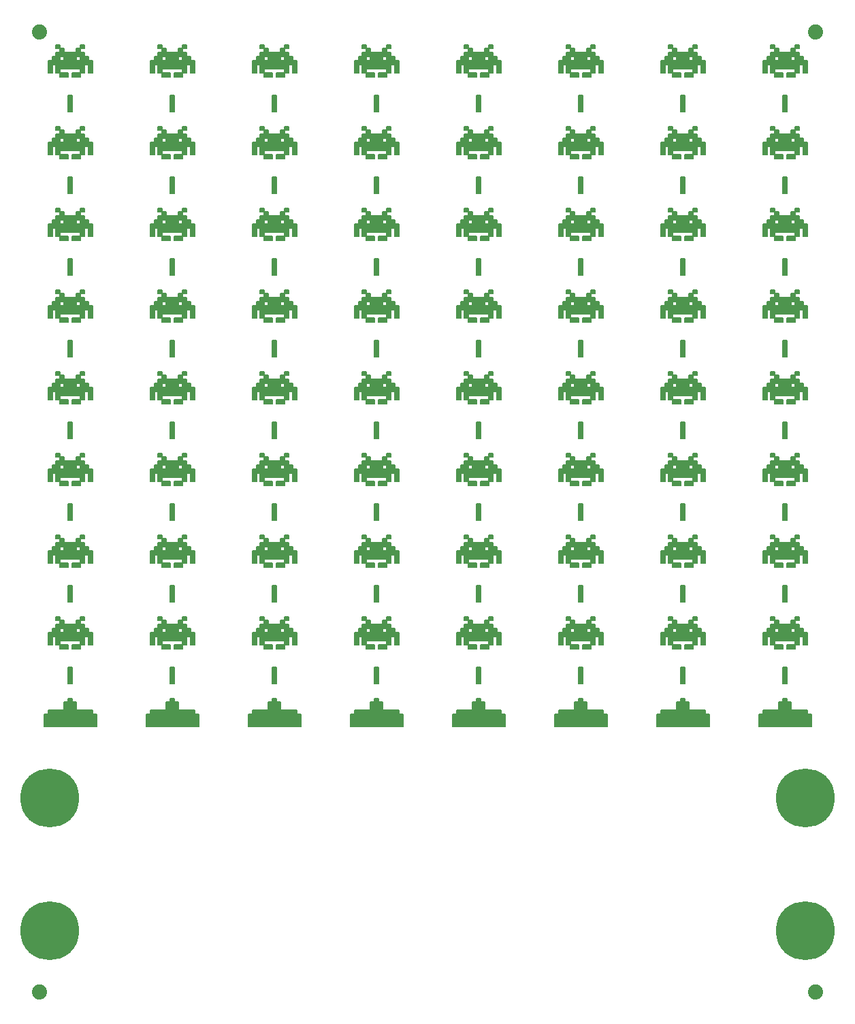
<source format=gbs>
G75*
%MOIN*%
%OFA0B0*%
%FSLAX25Y25*%
%IPPOS*%
%LPD*%
%AMOC8*
5,1,8,0,0,1.08239X$1,22.5*
%
%ADD10C,0.00600*%
%ADD11C,0.07400*%
%ADD12C,0.28800*%
D10*
X0013505Y0141379D02*
X0039095Y0141379D01*
X0039095Y0147284D01*
X0037127Y0147284D01*
X0037127Y0149253D01*
X0029253Y0149253D01*
X0029253Y0153190D01*
X0027284Y0153190D01*
X0027284Y0155158D01*
X0025316Y0155158D01*
X0025316Y0153190D01*
X0023347Y0153190D01*
X0023347Y0149253D01*
X0015473Y0149253D01*
X0015473Y0147284D01*
X0013505Y0147284D01*
X0013505Y0141379D01*
X0013505Y0141950D02*
X0039095Y0141950D01*
X0039095Y0142549D02*
X0013505Y0142549D01*
X0013505Y0143147D02*
X0039095Y0143147D01*
X0039095Y0143746D02*
X0013505Y0143746D01*
X0013505Y0144344D02*
X0039095Y0144344D01*
X0039095Y0144943D02*
X0013505Y0144943D01*
X0013505Y0145541D02*
X0039095Y0145541D01*
X0039095Y0146140D02*
X0013505Y0146140D01*
X0013505Y0146738D02*
X0039095Y0146738D01*
X0037127Y0147337D02*
X0015473Y0147337D01*
X0015473Y0147935D02*
X0037127Y0147935D01*
X0037127Y0148534D02*
X0015473Y0148534D01*
X0015473Y0149132D02*
X0037127Y0149132D01*
X0029253Y0149731D02*
X0023347Y0149731D01*
X0023347Y0150329D02*
X0029253Y0150329D01*
X0029253Y0150928D02*
X0023347Y0150928D01*
X0023347Y0151526D02*
X0029253Y0151526D01*
X0029253Y0152125D02*
X0023347Y0152125D01*
X0023347Y0152723D02*
X0029253Y0152723D01*
X0027284Y0153322D02*
X0025316Y0153322D01*
X0025316Y0153920D02*
X0027284Y0153920D01*
X0027284Y0154519D02*
X0025316Y0154519D01*
X0025316Y0155117D02*
X0027284Y0155117D01*
X0027284Y0162363D02*
X0027284Y0170237D01*
X0025316Y0170237D01*
X0025316Y0162363D01*
X0027284Y0162363D01*
X0027284Y0162898D02*
X0025316Y0162898D01*
X0025316Y0163497D02*
X0027284Y0163497D01*
X0027284Y0164095D02*
X0025316Y0164095D01*
X0025316Y0164694D02*
X0027284Y0164694D01*
X0027284Y0165292D02*
X0025316Y0165292D01*
X0025316Y0165891D02*
X0027284Y0165891D01*
X0027284Y0166489D02*
X0025316Y0166489D01*
X0025316Y0167088D02*
X0027284Y0167088D01*
X0027284Y0167686D02*
X0025316Y0167686D01*
X0025316Y0168285D02*
X0027284Y0168285D01*
X0027284Y0168883D02*
X0025316Y0168883D01*
X0025316Y0169482D02*
X0027284Y0169482D01*
X0027284Y0170080D02*
X0025316Y0170080D01*
X0025316Y0179410D02*
X0021379Y0179410D01*
X0021379Y0181379D01*
X0019410Y0181379D01*
X0019410Y0187284D01*
X0033190Y0187284D01*
X0033190Y0181379D01*
X0031221Y0181379D01*
X0031221Y0183347D01*
X0021379Y0183347D01*
X0021379Y0181379D01*
X0025316Y0181379D01*
X0025316Y0179410D01*
X0025316Y0179656D02*
X0021379Y0179656D01*
X0021379Y0180255D02*
X0025316Y0180255D01*
X0025316Y0180853D02*
X0021379Y0180853D01*
X0021379Y0181452D02*
X0019410Y0181452D01*
X0019410Y0182050D02*
X0021379Y0182050D01*
X0021379Y0182649D02*
X0019410Y0182649D01*
X0019410Y0183247D02*
X0021379Y0183247D01*
X0019410Y0183846D02*
X0033190Y0183846D01*
X0033190Y0184444D02*
X0019410Y0184444D01*
X0019410Y0185043D02*
X0033190Y0185043D01*
X0033190Y0185316D02*
X0033190Y0187284D01*
X0031221Y0187284D01*
X0031221Y0189253D01*
X0029253Y0189253D01*
X0029253Y0187284D01*
X0023347Y0187284D01*
X0023347Y0189253D01*
X0021379Y0189253D01*
X0021379Y0187284D01*
X0019410Y0187284D01*
X0019410Y0185316D01*
X0017442Y0185316D01*
X0017442Y0181379D01*
X0015473Y0181379D01*
X0015473Y0187284D01*
X0017442Y0187284D01*
X0017442Y0189253D01*
X0019410Y0189253D01*
X0019410Y0191221D01*
X0021379Y0191221D01*
X0021379Y0193190D01*
X0023347Y0193190D01*
X0023347Y0191221D01*
X0029253Y0191221D01*
X0029253Y0193190D01*
X0031221Y0193190D01*
X0031221Y0191221D01*
X0033190Y0191221D01*
X0033190Y0189253D01*
X0035158Y0189253D01*
X0035158Y0187284D01*
X0037127Y0187284D01*
X0037127Y0181379D01*
X0035158Y0181379D01*
X0035158Y0185316D01*
X0033190Y0185316D01*
X0033190Y0185641D02*
X0019410Y0185641D01*
X0015473Y0185641D01*
X0015473Y0185043D02*
X0017442Y0185043D01*
X0017442Y0184444D02*
X0015473Y0184444D01*
X0015473Y0183846D02*
X0017442Y0183846D01*
X0017442Y0183247D02*
X0015473Y0183247D01*
X0015473Y0182649D02*
X0017442Y0182649D01*
X0017442Y0182050D02*
X0015473Y0182050D01*
X0015473Y0181452D02*
X0017442Y0181452D01*
X0019410Y0186240D02*
X0015473Y0186240D01*
X0015473Y0186839D02*
X0019410Y0186839D01*
X0033190Y0186839D01*
X0037127Y0186839D01*
X0037127Y0186240D02*
X0033190Y0186240D01*
X0019410Y0186240D01*
X0017442Y0187437D02*
X0021379Y0187437D01*
X0021379Y0188036D02*
X0017442Y0188036D01*
X0017442Y0188634D02*
X0021379Y0188634D01*
X0021379Y0189233D02*
X0017442Y0189233D01*
X0019410Y0189831D02*
X0033190Y0189831D01*
X0033190Y0190430D02*
X0019410Y0190430D01*
X0019410Y0191028D02*
X0033190Y0191028D01*
X0031221Y0191627D02*
X0029253Y0191627D01*
X0029253Y0192225D02*
X0031221Y0192225D01*
X0031221Y0192824D02*
X0029253Y0192824D01*
X0031221Y0193190D02*
X0033190Y0193190D01*
X0033190Y0195158D01*
X0031221Y0195158D01*
X0031221Y0193190D01*
X0031221Y0193422D02*
X0033190Y0193422D01*
X0033190Y0194021D02*
X0031221Y0194021D01*
X0031221Y0194619D02*
X0033190Y0194619D01*
X0031221Y0189233D02*
X0035158Y0189233D01*
X0035158Y0188634D02*
X0031221Y0188634D01*
X0031221Y0188036D02*
X0035158Y0188036D01*
X0035158Y0187437D02*
X0031221Y0187437D01*
X0029253Y0187437D02*
X0023347Y0187437D01*
X0023347Y0188036D02*
X0029253Y0188036D01*
X0029253Y0188634D02*
X0023347Y0188634D01*
X0023347Y0189233D02*
X0029253Y0189233D01*
X0033190Y0185641D02*
X0037127Y0185641D01*
X0037127Y0185043D02*
X0035158Y0185043D01*
X0035158Y0184444D02*
X0037127Y0184444D01*
X0037127Y0183846D02*
X0035158Y0183846D01*
X0035158Y0183247D02*
X0037127Y0183247D01*
X0037127Y0182649D02*
X0035158Y0182649D01*
X0035158Y0182050D02*
X0037127Y0182050D01*
X0037127Y0181452D02*
X0035158Y0181452D01*
X0033190Y0181452D02*
X0031221Y0181452D01*
X0031221Y0181379D02*
X0027284Y0181379D01*
X0027284Y0179410D01*
X0031221Y0179410D01*
X0031221Y0181379D01*
X0031221Y0180853D02*
X0027284Y0180853D01*
X0027284Y0180255D02*
X0031221Y0180255D01*
X0031221Y0179656D02*
X0027284Y0179656D01*
X0031221Y0182050D02*
X0033190Y0182050D01*
X0033190Y0182649D02*
X0031221Y0182649D01*
X0031221Y0183247D02*
X0033190Y0183247D01*
X0023347Y0191627D02*
X0021379Y0191627D01*
X0021379Y0192225D02*
X0023347Y0192225D01*
X0023347Y0192824D02*
X0021379Y0192824D01*
X0021379Y0193190D02*
X0021379Y0195158D01*
X0019410Y0195158D01*
X0019410Y0193190D01*
X0021379Y0193190D01*
X0021379Y0193422D02*
X0019410Y0193422D01*
X0019410Y0194021D02*
X0021379Y0194021D01*
X0021379Y0194619D02*
X0019410Y0194619D01*
X0025316Y0202363D02*
X0025316Y0210237D01*
X0027284Y0210237D01*
X0027284Y0202363D01*
X0025316Y0202363D01*
X0025316Y0202400D02*
X0027284Y0202400D01*
X0027284Y0202998D02*
X0025316Y0202998D01*
X0025316Y0203597D02*
X0027284Y0203597D01*
X0027284Y0204195D02*
X0025316Y0204195D01*
X0025316Y0204794D02*
X0027284Y0204794D01*
X0027284Y0205392D02*
X0025316Y0205392D01*
X0025316Y0205991D02*
X0027284Y0205991D01*
X0027284Y0206589D02*
X0025316Y0206589D01*
X0025316Y0207188D02*
X0027284Y0207188D01*
X0027284Y0207786D02*
X0025316Y0207786D01*
X0025316Y0208385D02*
X0027284Y0208385D01*
X0027284Y0208983D02*
X0025316Y0208983D01*
X0025316Y0209582D02*
X0027284Y0209582D01*
X0027284Y0210180D02*
X0025316Y0210180D01*
X0025316Y0219410D02*
X0021379Y0219410D01*
X0021379Y0221379D01*
X0019410Y0221379D01*
X0019410Y0227284D01*
X0033190Y0227284D01*
X0033190Y0221379D01*
X0031221Y0221379D01*
X0031221Y0223347D01*
X0021379Y0223347D01*
X0021379Y0221379D01*
X0025316Y0221379D01*
X0025316Y0219410D01*
X0025316Y0219757D02*
X0021379Y0219757D01*
X0021379Y0220355D02*
X0025316Y0220355D01*
X0025316Y0220954D02*
X0021379Y0220954D01*
X0021379Y0221552D02*
X0019410Y0221552D01*
X0019410Y0222151D02*
X0021379Y0222151D01*
X0021379Y0222749D02*
X0019410Y0222749D01*
X0019410Y0223348D02*
X0033190Y0223348D01*
X0033190Y0223946D02*
X0019410Y0223946D01*
X0019410Y0224545D02*
X0033190Y0224545D01*
X0033190Y0225143D02*
X0019410Y0225143D01*
X0019410Y0225316D02*
X0017442Y0225316D01*
X0017442Y0221379D01*
X0015473Y0221379D01*
X0015473Y0227284D01*
X0017442Y0227284D01*
X0017442Y0229253D01*
X0019410Y0229253D01*
X0019410Y0231221D01*
X0021379Y0231221D01*
X0021379Y0233190D01*
X0023347Y0233190D01*
X0023347Y0231221D01*
X0029253Y0231221D01*
X0029253Y0233190D01*
X0031221Y0233190D01*
X0031221Y0231221D01*
X0033190Y0231221D01*
X0033190Y0229253D01*
X0035158Y0229253D01*
X0035158Y0227284D01*
X0037127Y0227284D01*
X0037127Y0221379D01*
X0035158Y0221379D01*
X0035158Y0225316D01*
X0033190Y0225316D01*
X0033190Y0227284D01*
X0031221Y0227284D01*
X0031221Y0229253D01*
X0029253Y0229253D01*
X0029253Y0227284D01*
X0023347Y0227284D01*
X0023347Y0229253D01*
X0021379Y0229253D01*
X0021379Y0227284D01*
X0019410Y0227284D01*
X0019410Y0225316D01*
X0019410Y0225742D02*
X0033190Y0225742D01*
X0037127Y0225742D01*
X0037127Y0226340D02*
X0033190Y0226340D01*
X0019410Y0226340D01*
X0015473Y0226340D01*
X0015473Y0225742D02*
X0019410Y0225742D01*
X0019410Y0226939D02*
X0015473Y0226939D01*
X0015473Y0225143D02*
X0017442Y0225143D01*
X0017442Y0224545D02*
X0015473Y0224545D01*
X0015473Y0223946D02*
X0017442Y0223946D01*
X0017442Y0223348D02*
X0015473Y0223348D01*
X0015473Y0222749D02*
X0017442Y0222749D01*
X0017442Y0222151D02*
X0015473Y0222151D01*
X0015473Y0221552D02*
X0017442Y0221552D01*
X0019410Y0226939D02*
X0033190Y0226939D01*
X0037127Y0226939D01*
X0037127Y0225143D02*
X0035158Y0225143D01*
X0035158Y0224545D02*
X0037127Y0224545D01*
X0037127Y0223946D02*
X0035158Y0223946D01*
X0035158Y0223348D02*
X0037127Y0223348D01*
X0037127Y0222749D02*
X0035158Y0222749D01*
X0035158Y0222151D02*
X0037127Y0222151D01*
X0037127Y0221552D02*
X0035158Y0221552D01*
X0033190Y0221552D02*
X0031221Y0221552D01*
X0031221Y0221379D02*
X0027284Y0221379D01*
X0027284Y0219410D01*
X0031221Y0219410D01*
X0031221Y0221379D01*
X0031221Y0220954D02*
X0027284Y0220954D01*
X0027284Y0220355D02*
X0031221Y0220355D01*
X0031221Y0219757D02*
X0027284Y0219757D01*
X0031221Y0222151D02*
X0033190Y0222151D01*
X0033190Y0222749D02*
X0031221Y0222749D01*
X0031221Y0227537D02*
X0035158Y0227537D01*
X0035158Y0228136D02*
X0031221Y0228136D01*
X0031221Y0228734D02*
X0035158Y0228734D01*
X0033190Y0229333D02*
X0019410Y0229333D01*
X0019410Y0229931D02*
X0033190Y0229931D01*
X0033190Y0230530D02*
X0019410Y0230530D01*
X0019410Y0231128D02*
X0033190Y0231128D01*
X0031221Y0231727D02*
X0029253Y0231727D01*
X0029253Y0232325D02*
X0031221Y0232325D01*
X0031221Y0232924D02*
X0029253Y0232924D01*
X0031221Y0233190D02*
X0033190Y0233190D01*
X0033190Y0235158D01*
X0031221Y0235158D01*
X0031221Y0233190D01*
X0031221Y0233522D02*
X0033190Y0233522D01*
X0033190Y0234121D02*
X0031221Y0234121D01*
X0031221Y0234719D02*
X0033190Y0234719D01*
X0029253Y0228734D02*
X0023347Y0228734D01*
X0023347Y0228136D02*
X0029253Y0228136D01*
X0029253Y0227537D02*
X0023347Y0227537D01*
X0021379Y0227537D02*
X0017442Y0227537D01*
X0017442Y0228136D02*
X0021379Y0228136D01*
X0021379Y0228734D02*
X0017442Y0228734D01*
X0019410Y0233190D02*
X0019410Y0235158D01*
X0021379Y0235158D01*
X0021379Y0233190D01*
X0019410Y0233190D01*
X0019410Y0233522D02*
X0021379Y0233522D01*
X0021379Y0232924D02*
X0023347Y0232924D01*
X0023347Y0232325D02*
X0021379Y0232325D01*
X0021379Y0231727D02*
X0023347Y0231727D01*
X0021379Y0234121D02*
X0019410Y0234121D01*
X0019410Y0234719D02*
X0021379Y0234719D01*
X0025316Y0242363D02*
X0025316Y0250237D01*
X0027284Y0250237D01*
X0027284Y0242363D01*
X0025316Y0242363D01*
X0025316Y0242500D02*
X0027284Y0242500D01*
X0027284Y0243099D02*
X0025316Y0243099D01*
X0025316Y0243697D02*
X0027284Y0243697D01*
X0027284Y0244296D02*
X0025316Y0244296D01*
X0025316Y0244894D02*
X0027284Y0244894D01*
X0027284Y0245493D02*
X0025316Y0245493D01*
X0025316Y0246091D02*
X0027284Y0246091D01*
X0027284Y0246690D02*
X0025316Y0246690D01*
X0025316Y0247288D02*
X0027284Y0247288D01*
X0027284Y0247887D02*
X0025316Y0247887D01*
X0025316Y0248485D02*
X0027284Y0248485D01*
X0027284Y0249084D02*
X0025316Y0249084D01*
X0025316Y0249682D02*
X0027284Y0249682D01*
X0027284Y0259410D02*
X0027284Y0261379D01*
X0031221Y0261379D01*
X0031221Y0263347D01*
X0021379Y0263347D01*
X0021379Y0261379D01*
X0019410Y0261379D01*
X0019410Y0267284D01*
X0033190Y0267284D01*
X0033190Y0261379D01*
X0031221Y0261379D01*
X0031221Y0259410D01*
X0027284Y0259410D01*
X0027284Y0259857D02*
X0031221Y0259857D01*
X0031221Y0260455D02*
X0027284Y0260455D01*
X0027284Y0261054D02*
X0031221Y0261054D01*
X0031221Y0261652D02*
X0033190Y0261652D01*
X0033190Y0262251D02*
X0031221Y0262251D01*
X0031221Y0262849D02*
X0033190Y0262849D01*
X0033190Y0263448D02*
X0019410Y0263448D01*
X0019410Y0264046D02*
X0033190Y0264046D01*
X0033190Y0264645D02*
X0019410Y0264645D01*
X0019410Y0265243D02*
X0033190Y0265243D01*
X0033190Y0265316D02*
X0033190Y0267284D01*
X0031221Y0267284D01*
X0031221Y0269253D01*
X0029253Y0269253D01*
X0029253Y0267284D01*
X0023347Y0267284D01*
X0023347Y0269253D01*
X0021379Y0269253D01*
X0021379Y0267284D01*
X0019410Y0267284D01*
X0019410Y0265316D01*
X0017442Y0265316D01*
X0017442Y0261379D01*
X0015473Y0261379D01*
X0015473Y0267284D01*
X0017442Y0267284D01*
X0017442Y0269253D01*
X0019410Y0269253D01*
X0019410Y0271221D01*
X0021379Y0271221D01*
X0021379Y0273190D01*
X0023347Y0273190D01*
X0023347Y0271221D01*
X0029253Y0271221D01*
X0029253Y0273190D01*
X0031221Y0273190D01*
X0031221Y0271221D01*
X0033190Y0271221D01*
X0033190Y0269253D01*
X0035158Y0269253D01*
X0035158Y0267284D01*
X0037127Y0267284D01*
X0037127Y0261379D01*
X0035158Y0261379D01*
X0035158Y0265316D01*
X0033190Y0265316D01*
X0033190Y0265842D02*
X0019410Y0265842D01*
X0015473Y0265842D01*
X0015473Y0265243D02*
X0017442Y0265243D01*
X0017442Y0264645D02*
X0015473Y0264645D01*
X0015473Y0264046D02*
X0017442Y0264046D01*
X0017442Y0263448D02*
X0015473Y0263448D01*
X0015473Y0262849D02*
X0017442Y0262849D01*
X0017442Y0262251D02*
X0015473Y0262251D01*
X0015473Y0261652D02*
X0017442Y0261652D01*
X0019410Y0261652D02*
X0021379Y0261652D01*
X0021379Y0261379D02*
X0021379Y0259410D01*
X0025316Y0259410D01*
X0025316Y0261379D01*
X0021379Y0261379D01*
X0021379Y0261054D02*
X0025316Y0261054D01*
X0025316Y0260455D02*
X0021379Y0260455D01*
X0021379Y0259857D02*
X0025316Y0259857D01*
X0021379Y0262251D02*
X0019410Y0262251D01*
X0019410Y0262849D02*
X0021379Y0262849D01*
X0019410Y0266441D02*
X0033190Y0266441D01*
X0037127Y0266441D01*
X0037127Y0267039D02*
X0033190Y0267039D01*
X0019410Y0267039D01*
X0015473Y0267039D01*
X0015473Y0266441D02*
X0019410Y0266441D01*
X0017442Y0267638D02*
X0021379Y0267638D01*
X0021379Y0268236D02*
X0017442Y0268236D01*
X0017442Y0268835D02*
X0021379Y0268835D01*
X0023347Y0268835D02*
X0029253Y0268835D01*
X0029253Y0268236D02*
X0023347Y0268236D01*
X0023347Y0267638D02*
X0029253Y0267638D01*
X0031221Y0267638D02*
X0035158Y0267638D01*
X0035158Y0268236D02*
X0031221Y0268236D01*
X0031221Y0268835D02*
X0035158Y0268835D01*
X0033190Y0269433D02*
X0019410Y0269433D01*
X0019410Y0270032D02*
X0033190Y0270032D01*
X0033190Y0270630D02*
X0019410Y0270630D01*
X0021379Y0271229D02*
X0023347Y0271229D01*
X0023347Y0271827D02*
X0021379Y0271827D01*
X0021379Y0272426D02*
X0023347Y0272426D01*
X0023347Y0273024D02*
X0021379Y0273024D01*
X0021379Y0273190D02*
X0021379Y0275158D01*
X0019410Y0275158D01*
X0019410Y0273190D01*
X0021379Y0273190D01*
X0021379Y0273623D02*
X0019410Y0273623D01*
X0019410Y0274221D02*
X0021379Y0274221D01*
X0021379Y0274820D02*
X0019410Y0274820D01*
X0025316Y0282363D02*
X0025316Y0290237D01*
X0027284Y0290237D01*
X0027284Y0282363D01*
X0025316Y0282363D01*
X0025316Y0282600D02*
X0027284Y0282600D01*
X0027284Y0283199D02*
X0025316Y0283199D01*
X0025316Y0283797D02*
X0027284Y0283797D01*
X0027284Y0284396D02*
X0025316Y0284396D01*
X0025316Y0284994D02*
X0027284Y0284994D01*
X0027284Y0285593D02*
X0025316Y0285593D01*
X0025316Y0286191D02*
X0027284Y0286191D01*
X0027284Y0286790D02*
X0025316Y0286790D01*
X0025316Y0287388D02*
X0027284Y0287388D01*
X0027284Y0287987D02*
X0025316Y0287987D01*
X0025316Y0288585D02*
X0027284Y0288585D01*
X0027284Y0289184D02*
X0025316Y0289184D01*
X0025316Y0289782D02*
X0027284Y0289782D01*
X0027284Y0299410D02*
X0027284Y0301379D01*
X0031221Y0301379D01*
X0031221Y0303347D01*
X0021379Y0303347D01*
X0021379Y0301379D01*
X0019410Y0301379D01*
X0019410Y0307284D01*
X0033190Y0307284D01*
X0033190Y0301379D01*
X0031221Y0301379D01*
X0031221Y0299410D01*
X0027284Y0299410D01*
X0027284Y0299957D02*
X0031221Y0299957D01*
X0031221Y0300556D02*
X0027284Y0300556D01*
X0027284Y0301154D02*
X0031221Y0301154D01*
X0031221Y0301753D02*
X0033190Y0301753D01*
X0033190Y0302351D02*
X0031221Y0302351D01*
X0031221Y0302950D02*
X0033190Y0302950D01*
X0033190Y0303548D02*
X0019410Y0303548D01*
X0019410Y0302950D02*
X0021379Y0302950D01*
X0021379Y0302351D02*
X0019410Y0302351D01*
X0019410Y0301753D02*
X0021379Y0301753D01*
X0021379Y0301379D02*
X0021379Y0299410D01*
X0025316Y0299410D01*
X0025316Y0301379D01*
X0021379Y0301379D01*
X0021379Y0301154D02*
X0025316Y0301154D01*
X0025316Y0300556D02*
X0021379Y0300556D01*
X0021379Y0299957D02*
X0025316Y0299957D01*
X0019410Y0304147D02*
X0033190Y0304147D01*
X0033190Y0304745D02*
X0019410Y0304745D01*
X0019410Y0305316D02*
X0017442Y0305316D01*
X0017442Y0301379D01*
X0015473Y0301379D01*
X0015473Y0307284D01*
X0017442Y0307284D01*
X0017442Y0309253D01*
X0019410Y0309253D01*
X0019410Y0311221D01*
X0021379Y0311221D01*
X0021379Y0313190D01*
X0023347Y0313190D01*
X0023347Y0311221D01*
X0029253Y0311221D01*
X0029253Y0313190D01*
X0031221Y0313190D01*
X0031221Y0311221D01*
X0033190Y0311221D01*
X0033190Y0309253D01*
X0035158Y0309253D01*
X0035158Y0307284D01*
X0037127Y0307284D01*
X0037127Y0301379D01*
X0035158Y0301379D01*
X0035158Y0305316D01*
X0033190Y0305316D01*
X0033190Y0307284D01*
X0031221Y0307284D01*
X0031221Y0309253D01*
X0029253Y0309253D01*
X0029253Y0307284D01*
X0023347Y0307284D01*
X0023347Y0309253D01*
X0021379Y0309253D01*
X0021379Y0307284D01*
X0019410Y0307284D01*
X0019410Y0305316D01*
X0019410Y0305344D02*
X0033190Y0305344D01*
X0037127Y0305344D01*
X0037127Y0305942D02*
X0033190Y0305942D01*
X0019410Y0305942D01*
X0015473Y0305942D01*
X0015473Y0305344D02*
X0019410Y0305344D01*
X0019410Y0306541D02*
X0015473Y0306541D01*
X0015473Y0307139D02*
X0019410Y0307139D01*
X0033190Y0307139D01*
X0037127Y0307139D01*
X0037127Y0306541D02*
X0033190Y0306541D01*
X0019410Y0306541D01*
X0017442Y0307738D02*
X0021379Y0307738D01*
X0021379Y0308336D02*
X0017442Y0308336D01*
X0017442Y0308935D02*
X0021379Y0308935D01*
X0023347Y0308935D02*
X0029253Y0308935D01*
X0029253Y0308336D02*
X0023347Y0308336D01*
X0023347Y0307738D02*
X0029253Y0307738D01*
X0031221Y0307738D02*
X0035158Y0307738D01*
X0035158Y0308336D02*
X0031221Y0308336D01*
X0031221Y0308935D02*
X0035158Y0308935D01*
X0033190Y0309533D02*
X0019410Y0309533D01*
X0019410Y0310132D02*
X0033190Y0310132D01*
X0033190Y0310730D02*
X0019410Y0310730D01*
X0021379Y0311329D02*
X0023347Y0311329D01*
X0023347Y0311927D02*
X0021379Y0311927D01*
X0021379Y0312526D02*
X0023347Y0312526D01*
X0023347Y0313124D02*
X0021379Y0313124D01*
X0021379Y0313190D02*
X0021379Y0315158D01*
X0019410Y0315158D01*
X0019410Y0313190D01*
X0021379Y0313190D01*
X0021379Y0313723D02*
X0019410Y0313723D01*
X0019410Y0314321D02*
X0021379Y0314321D01*
X0021379Y0314920D02*
X0019410Y0314920D01*
X0025316Y0322363D02*
X0025316Y0330237D01*
X0027284Y0330237D01*
X0027284Y0322363D01*
X0025316Y0322363D01*
X0025316Y0322701D02*
X0027284Y0322701D01*
X0027284Y0323299D02*
X0025316Y0323299D01*
X0025316Y0323898D02*
X0027284Y0323898D01*
X0027284Y0324496D02*
X0025316Y0324496D01*
X0025316Y0325095D02*
X0027284Y0325095D01*
X0027284Y0325693D02*
X0025316Y0325693D01*
X0025316Y0326292D02*
X0027284Y0326292D01*
X0027284Y0326890D02*
X0025316Y0326890D01*
X0025316Y0327489D02*
X0027284Y0327489D01*
X0027284Y0328087D02*
X0025316Y0328087D01*
X0025316Y0328686D02*
X0027284Y0328686D01*
X0027284Y0329284D02*
X0025316Y0329284D01*
X0025316Y0329883D02*
X0027284Y0329883D01*
X0027284Y0339410D02*
X0027284Y0341379D01*
X0031221Y0341379D01*
X0031221Y0343347D01*
X0021379Y0343347D01*
X0021379Y0341379D01*
X0019410Y0341379D01*
X0019410Y0347284D01*
X0033190Y0347284D01*
X0033190Y0341379D01*
X0031221Y0341379D01*
X0031221Y0339410D01*
X0027284Y0339410D01*
X0027284Y0339459D02*
X0031221Y0339459D01*
X0031221Y0340057D02*
X0027284Y0340057D01*
X0027284Y0340656D02*
X0031221Y0340656D01*
X0031221Y0341254D02*
X0027284Y0341254D01*
X0025316Y0341254D02*
X0021379Y0341254D01*
X0021379Y0341379D02*
X0021379Y0339410D01*
X0025316Y0339410D01*
X0025316Y0341379D01*
X0021379Y0341379D01*
X0021379Y0341853D02*
X0019410Y0341853D01*
X0019410Y0342451D02*
X0021379Y0342451D01*
X0021379Y0343050D02*
X0019410Y0343050D01*
X0019410Y0343648D02*
X0033190Y0343648D01*
X0033190Y0343050D02*
X0031221Y0343050D01*
X0031221Y0342451D02*
X0033190Y0342451D01*
X0033190Y0341853D02*
X0031221Y0341853D01*
X0033190Y0344247D02*
X0019410Y0344247D01*
X0019410Y0344845D02*
X0033190Y0344845D01*
X0033190Y0345316D02*
X0033190Y0347284D01*
X0031221Y0347284D01*
X0031221Y0349253D01*
X0029253Y0349253D01*
X0029253Y0347284D01*
X0023347Y0347284D01*
X0023347Y0349253D01*
X0021379Y0349253D01*
X0021379Y0347284D01*
X0019410Y0347284D01*
X0019410Y0345316D01*
X0017442Y0345316D01*
X0017442Y0341379D01*
X0015473Y0341379D01*
X0015473Y0347284D01*
X0017442Y0347284D01*
X0017442Y0349253D01*
X0019410Y0349253D01*
X0019410Y0351221D01*
X0021379Y0351221D01*
X0021379Y0353190D01*
X0023347Y0353190D01*
X0023347Y0351221D01*
X0029253Y0351221D01*
X0029253Y0353190D01*
X0031221Y0353190D01*
X0031221Y0351221D01*
X0033190Y0351221D01*
X0033190Y0349253D01*
X0035158Y0349253D01*
X0035158Y0347284D01*
X0037127Y0347284D01*
X0037127Y0341379D01*
X0035158Y0341379D01*
X0035158Y0345316D01*
X0033190Y0345316D01*
X0033190Y0345444D02*
X0019410Y0345444D01*
X0015473Y0345444D01*
X0015473Y0344845D02*
X0017442Y0344845D01*
X0017442Y0344247D02*
X0015473Y0344247D01*
X0015473Y0343648D02*
X0017442Y0343648D01*
X0017442Y0343050D02*
X0015473Y0343050D01*
X0015473Y0342451D02*
X0017442Y0342451D01*
X0017442Y0341853D02*
X0015473Y0341853D01*
X0015473Y0346043D02*
X0019410Y0346043D01*
X0033190Y0346043D01*
X0037127Y0346043D01*
X0037127Y0346641D02*
X0033190Y0346641D01*
X0019410Y0346641D01*
X0015473Y0346641D01*
X0015473Y0347240D02*
X0019410Y0347240D01*
X0033190Y0347240D01*
X0037127Y0347240D01*
X0037127Y0345444D02*
X0033190Y0345444D01*
X0035158Y0344845D02*
X0037127Y0344845D01*
X0037127Y0344247D02*
X0035158Y0344247D01*
X0035158Y0343648D02*
X0037127Y0343648D01*
X0037127Y0343050D02*
X0035158Y0343050D01*
X0035158Y0342451D02*
X0037127Y0342451D01*
X0037127Y0341853D02*
X0035158Y0341853D01*
X0035158Y0347838D02*
X0031221Y0347838D01*
X0031221Y0348437D02*
X0035158Y0348437D01*
X0035158Y0349035D02*
X0031221Y0349035D01*
X0029253Y0349035D02*
X0023347Y0349035D01*
X0023347Y0348437D02*
X0029253Y0348437D01*
X0029253Y0347838D02*
X0023347Y0347838D01*
X0021379Y0347838D02*
X0017442Y0347838D01*
X0017442Y0348437D02*
X0021379Y0348437D01*
X0021379Y0349035D02*
X0017442Y0349035D01*
X0019410Y0349634D02*
X0033190Y0349634D01*
X0033190Y0350232D02*
X0019410Y0350232D01*
X0019410Y0350831D02*
X0033190Y0350831D01*
X0031221Y0351429D02*
X0029253Y0351429D01*
X0029253Y0352028D02*
X0031221Y0352028D01*
X0031221Y0352626D02*
X0029253Y0352626D01*
X0031221Y0353190D02*
X0033190Y0353190D01*
X0033190Y0355158D01*
X0031221Y0355158D01*
X0031221Y0353190D01*
X0031221Y0353225D02*
X0033190Y0353225D01*
X0033190Y0353823D02*
X0031221Y0353823D01*
X0031221Y0354422D02*
X0033190Y0354422D01*
X0033190Y0355020D02*
X0031221Y0355020D01*
X0027284Y0362363D02*
X0027284Y0370237D01*
X0025316Y0370237D01*
X0025316Y0362363D01*
X0027284Y0362363D01*
X0027284Y0362801D02*
X0025316Y0362801D01*
X0025316Y0363399D02*
X0027284Y0363399D01*
X0027284Y0363998D02*
X0025316Y0363998D01*
X0025316Y0364596D02*
X0027284Y0364596D01*
X0027284Y0365195D02*
X0025316Y0365195D01*
X0025316Y0365793D02*
X0027284Y0365793D01*
X0027284Y0366392D02*
X0025316Y0366392D01*
X0025316Y0366990D02*
X0027284Y0366990D01*
X0027284Y0367589D02*
X0025316Y0367589D01*
X0025316Y0368187D02*
X0027284Y0368187D01*
X0027284Y0368786D02*
X0025316Y0368786D01*
X0025316Y0369384D02*
X0027284Y0369384D01*
X0027284Y0369983D02*
X0025316Y0369983D01*
X0025316Y0379410D02*
X0021379Y0379410D01*
X0021379Y0381379D01*
X0019410Y0381379D01*
X0019410Y0387284D01*
X0033190Y0387284D01*
X0033190Y0381379D01*
X0031221Y0381379D01*
X0031221Y0383347D01*
X0021379Y0383347D01*
X0021379Y0381379D01*
X0025316Y0381379D01*
X0025316Y0379410D01*
X0025316Y0379559D02*
X0021379Y0379559D01*
X0021379Y0380158D02*
X0025316Y0380158D01*
X0025316Y0380756D02*
X0021379Y0380756D01*
X0021379Y0381355D02*
X0025316Y0381355D01*
X0027284Y0381355D02*
X0031221Y0381355D01*
X0031221Y0381379D02*
X0027284Y0381379D01*
X0027284Y0379410D01*
X0031221Y0379410D01*
X0031221Y0381379D01*
X0031221Y0381953D02*
X0033190Y0381953D01*
X0033190Y0382552D02*
X0031221Y0382552D01*
X0031221Y0383150D02*
X0033190Y0383150D01*
X0033190Y0383749D02*
X0019410Y0383749D01*
X0019410Y0384347D02*
X0033190Y0384347D01*
X0033190Y0384946D02*
X0019410Y0384946D01*
X0019410Y0385316D02*
X0017442Y0385316D01*
X0017442Y0381379D01*
X0015473Y0381379D01*
X0015473Y0387284D01*
X0017442Y0387284D01*
X0017442Y0389253D01*
X0019410Y0389253D01*
X0019410Y0391221D01*
X0021379Y0391221D01*
X0021379Y0393190D01*
X0023347Y0393190D01*
X0023347Y0391221D01*
X0029253Y0391221D01*
X0029253Y0393190D01*
X0031221Y0393190D01*
X0031221Y0391221D01*
X0033190Y0391221D01*
X0033190Y0389253D01*
X0035158Y0389253D01*
X0035158Y0387284D01*
X0037127Y0387284D01*
X0037127Y0381379D01*
X0035158Y0381379D01*
X0035158Y0385316D01*
X0033190Y0385316D01*
X0033190Y0387284D01*
X0031221Y0387284D01*
X0031221Y0389253D01*
X0029253Y0389253D01*
X0029253Y0387284D01*
X0023347Y0387284D01*
X0023347Y0389253D01*
X0021379Y0389253D01*
X0021379Y0387284D01*
X0019410Y0387284D01*
X0019410Y0385316D01*
X0019410Y0385544D02*
X0033190Y0385544D01*
X0037127Y0385544D01*
X0037127Y0384946D02*
X0035158Y0384946D01*
X0035158Y0384347D02*
X0037127Y0384347D01*
X0037127Y0383749D02*
X0035158Y0383749D01*
X0035158Y0383150D02*
X0037127Y0383150D01*
X0037127Y0382552D02*
X0035158Y0382552D01*
X0035158Y0381953D02*
X0037127Y0381953D01*
X0037127Y0386143D02*
X0033190Y0386143D01*
X0019410Y0386143D01*
X0015473Y0386143D01*
X0015473Y0386741D02*
X0019410Y0386741D01*
X0033190Y0386741D01*
X0037127Y0386741D01*
X0035158Y0387340D02*
X0031221Y0387340D01*
X0031221Y0387938D02*
X0035158Y0387938D01*
X0035158Y0388537D02*
X0031221Y0388537D01*
X0031221Y0389135D02*
X0035158Y0389135D01*
X0033190Y0389734D02*
X0019410Y0389734D01*
X0019410Y0390332D02*
X0033190Y0390332D01*
X0033190Y0390931D02*
X0019410Y0390931D01*
X0021379Y0391529D02*
X0023347Y0391529D01*
X0023347Y0392128D02*
X0021379Y0392128D01*
X0021379Y0392726D02*
X0023347Y0392726D01*
X0021379Y0393190D02*
X0021379Y0395158D01*
X0019410Y0395158D01*
X0019410Y0393190D01*
X0021379Y0393190D01*
X0021379Y0393325D02*
X0019410Y0393325D01*
X0019410Y0393923D02*
X0021379Y0393923D01*
X0021379Y0394522D02*
X0019410Y0394522D01*
X0019410Y0395120D02*
X0021379Y0395120D01*
X0025316Y0402363D02*
X0025316Y0410237D01*
X0027284Y0410237D01*
X0027284Y0402363D01*
X0025316Y0402363D01*
X0025316Y0402901D02*
X0027284Y0402901D01*
X0027284Y0403500D02*
X0025316Y0403500D01*
X0025316Y0404098D02*
X0027284Y0404098D01*
X0027284Y0404697D02*
X0025316Y0404697D01*
X0025316Y0405295D02*
X0027284Y0405295D01*
X0027284Y0405894D02*
X0025316Y0405894D01*
X0025316Y0406492D02*
X0027284Y0406492D01*
X0027284Y0407091D02*
X0025316Y0407091D01*
X0025316Y0407689D02*
X0027284Y0407689D01*
X0027284Y0408288D02*
X0025316Y0408288D01*
X0025316Y0408886D02*
X0027284Y0408886D01*
X0027284Y0409485D02*
X0025316Y0409485D01*
X0025316Y0410083D02*
X0027284Y0410083D01*
X0027284Y0419410D02*
X0027284Y0421379D01*
X0031221Y0421379D01*
X0031221Y0423347D01*
X0021379Y0423347D01*
X0021379Y0421379D01*
X0019410Y0421379D01*
X0019410Y0427284D01*
X0033190Y0427284D01*
X0033190Y0421379D01*
X0031221Y0421379D01*
X0031221Y0419410D01*
X0027284Y0419410D01*
X0027284Y0419659D02*
X0031221Y0419659D01*
X0031221Y0420258D02*
X0027284Y0420258D01*
X0027284Y0420856D02*
X0031221Y0420856D01*
X0031221Y0421455D02*
X0033190Y0421455D01*
X0033190Y0422053D02*
X0031221Y0422053D01*
X0031221Y0422652D02*
X0033190Y0422652D01*
X0033190Y0423250D02*
X0031221Y0423250D01*
X0033190Y0423849D02*
X0019410Y0423849D01*
X0019410Y0424448D02*
X0033190Y0424448D01*
X0033190Y0425046D02*
X0019410Y0425046D01*
X0019410Y0425316D02*
X0017442Y0425316D01*
X0017442Y0421379D01*
X0015473Y0421379D01*
X0015473Y0427284D01*
X0017442Y0427284D01*
X0017442Y0429253D01*
X0019410Y0429253D01*
X0019410Y0431221D01*
X0021379Y0431221D01*
X0021379Y0433190D01*
X0023347Y0433190D01*
X0023347Y0431221D01*
X0029253Y0431221D01*
X0029253Y0433190D01*
X0031221Y0433190D01*
X0031221Y0431221D01*
X0033190Y0431221D01*
X0033190Y0429253D01*
X0035158Y0429253D01*
X0035158Y0427284D01*
X0037127Y0427284D01*
X0037127Y0421379D01*
X0035158Y0421379D01*
X0035158Y0425316D01*
X0033190Y0425316D01*
X0033190Y0427284D01*
X0031221Y0427284D01*
X0031221Y0429253D01*
X0029253Y0429253D01*
X0029253Y0427284D01*
X0023347Y0427284D01*
X0023347Y0429253D01*
X0021379Y0429253D01*
X0021379Y0427284D01*
X0019410Y0427284D01*
X0019410Y0425316D01*
X0019410Y0425645D02*
X0033190Y0425645D01*
X0037127Y0425645D01*
X0037127Y0426243D02*
X0033190Y0426243D01*
X0019410Y0426243D01*
X0015473Y0426243D01*
X0015473Y0425645D02*
X0019410Y0425645D01*
X0019410Y0426842D02*
X0033190Y0426842D01*
X0037127Y0426842D01*
X0037127Y0425046D02*
X0035158Y0425046D01*
X0035158Y0424448D02*
X0037127Y0424448D01*
X0037127Y0423849D02*
X0035158Y0423849D01*
X0035158Y0423250D02*
X0037127Y0423250D01*
X0037127Y0422652D02*
X0035158Y0422652D01*
X0035158Y0422053D02*
X0037127Y0422053D01*
X0037127Y0421455D02*
X0035158Y0421455D01*
X0035158Y0427440D02*
X0031221Y0427440D01*
X0031221Y0428039D02*
X0035158Y0428039D01*
X0035158Y0428637D02*
X0031221Y0428637D01*
X0031221Y0429236D02*
X0035158Y0429236D01*
X0033190Y0429834D02*
X0019410Y0429834D01*
X0019410Y0430433D02*
X0033190Y0430433D01*
X0033190Y0431031D02*
X0019410Y0431031D01*
X0021379Y0431630D02*
X0023347Y0431630D01*
X0023347Y0432228D02*
X0021379Y0432228D01*
X0021379Y0432827D02*
X0023347Y0432827D01*
X0021379Y0433190D02*
X0021379Y0435158D01*
X0019410Y0435158D01*
X0019410Y0433190D01*
X0021379Y0433190D01*
X0021379Y0433425D02*
X0019410Y0433425D01*
X0019410Y0434024D02*
X0021379Y0434024D01*
X0021379Y0434622D02*
X0019410Y0434622D01*
X0017442Y0429236D02*
X0021379Y0429236D01*
X0021379Y0428637D02*
X0017442Y0428637D01*
X0017442Y0428039D02*
X0021379Y0428039D01*
X0021379Y0427440D02*
X0017442Y0427440D01*
X0019410Y0426842D02*
X0015473Y0426842D01*
X0015473Y0425046D02*
X0017442Y0425046D01*
X0017442Y0424448D02*
X0015473Y0424448D01*
X0015473Y0423849D02*
X0017442Y0423849D01*
X0017442Y0423250D02*
X0015473Y0423250D01*
X0015473Y0422652D02*
X0017442Y0422652D01*
X0017442Y0422053D02*
X0015473Y0422053D01*
X0015473Y0421455D02*
X0017442Y0421455D01*
X0019410Y0421455D02*
X0021379Y0421455D01*
X0021379Y0421379D02*
X0021379Y0419410D01*
X0025316Y0419410D01*
X0025316Y0421379D01*
X0021379Y0421379D01*
X0021379Y0420856D02*
X0025316Y0420856D01*
X0025316Y0420258D02*
X0021379Y0420258D01*
X0021379Y0419659D02*
X0025316Y0419659D01*
X0021379Y0422053D02*
X0019410Y0422053D01*
X0019410Y0422652D02*
X0021379Y0422652D01*
X0021379Y0423250D02*
X0019410Y0423250D01*
X0023347Y0427440D02*
X0029253Y0427440D01*
X0029253Y0428039D02*
X0023347Y0428039D01*
X0023347Y0428637D02*
X0029253Y0428637D01*
X0029253Y0429236D02*
X0023347Y0429236D01*
X0029253Y0431630D02*
X0031221Y0431630D01*
X0031221Y0432228D02*
X0029253Y0432228D01*
X0029253Y0432827D02*
X0031221Y0432827D01*
X0031221Y0433190D02*
X0033190Y0433190D01*
X0033190Y0435158D01*
X0031221Y0435158D01*
X0031221Y0433190D01*
X0031221Y0433425D02*
X0033190Y0433425D01*
X0033190Y0434024D02*
X0031221Y0434024D01*
X0031221Y0434622D02*
X0033190Y0434622D01*
X0027284Y0442363D02*
X0027284Y0450237D01*
X0025316Y0450237D01*
X0025316Y0442363D01*
X0027284Y0442363D01*
X0027284Y0442403D02*
X0025316Y0442403D01*
X0025316Y0443001D02*
X0027284Y0443001D01*
X0027284Y0443600D02*
X0025316Y0443600D01*
X0025316Y0444198D02*
X0027284Y0444198D01*
X0027284Y0444797D02*
X0025316Y0444797D01*
X0025316Y0445395D02*
X0027284Y0445395D01*
X0027284Y0445994D02*
X0025316Y0445994D01*
X0025316Y0446592D02*
X0027284Y0446592D01*
X0027284Y0447191D02*
X0025316Y0447191D01*
X0025316Y0447789D02*
X0027284Y0447789D01*
X0027284Y0448388D02*
X0025316Y0448388D01*
X0025316Y0448986D02*
X0027284Y0448986D01*
X0027284Y0449585D02*
X0025316Y0449585D01*
X0025316Y0450183D02*
X0027284Y0450183D01*
X0027284Y0459410D02*
X0027284Y0461379D01*
X0031221Y0461379D01*
X0031221Y0463347D01*
X0021379Y0463347D01*
X0021379Y0461379D01*
X0019410Y0461379D01*
X0019410Y0467284D01*
X0033190Y0467284D01*
X0033190Y0461379D01*
X0031221Y0461379D01*
X0031221Y0459410D01*
X0027284Y0459410D01*
X0027284Y0459760D02*
X0031221Y0459760D01*
X0031221Y0460358D02*
X0027284Y0460358D01*
X0027284Y0460957D02*
X0031221Y0460957D01*
X0031221Y0461555D02*
X0033190Y0461555D01*
X0033190Y0462154D02*
X0031221Y0462154D01*
X0031221Y0462752D02*
X0033190Y0462752D01*
X0033190Y0463351D02*
X0019410Y0463351D01*
X0019410Y0463949D02*
X0033190Y0463949D01*
X0033190Y0464548D02*
X0019410Y0464548D01*
X0019410Y0465146D02*
X0033190Y0465146D01*
X0033190Y0465316D02*
X0033190Y0467284D01*
X0031221Y0467284D01*
X0031221Y0469253D01*
X0029253Y0469253D01*
X0029253Y0467284D01*
X0023347Y0467284D01*
X0023347Y0469253D01*
X0021379Y0469253D01*
X0021379Y0467284D01*
X0019410Y0467284D01*
X0019410Y0465316D01*
X0017442Y0465316D01*
X0017442Y0461379D01*
X0015473Y0461379D01*
X0015473Y0467284D01*
X0017442Y0467284D01*
X0017442Y0469253D01*
X0019410Y0469253D01*
X0019410Y0471221D01*
X0021379Y0471221D01*
X0021379Y0473190D01*
X0023347Y0473190D01*
X0023347Y0471221D01*
X0029253Y0471221D01*
X0029253Y0473190D01*
X0031221Y0473190D01*
X0031221Y0471221D01*
X0033190Y0471221D01*
X0033190Y0469253D01*
X0035158Y0469253D01*
X0035158Y0467284D01*
X0037127Y0467284D01*
X0037127Y0461379D01*
X0035158Y0461379D01*
X0035158Y0465316D01*
X0033190Y0465316D01*
X0033190Y0465745D02*
X0019410Y0465745D01*
X0015473Y0465745D01*
X0015473Y0466343D02*
X0019410Y0466343D01*
X0033190Y0466343D01*
X0037127Y0466343D01*
X0037127Y0465745D02*
X0033190Y0465745D01*
X0033190Y0466942D02*
X0019410Y0466942D01*
X0015473Y0466942D01*
X0015473Y0465146D02*
X0017442Y0465146D01*
X0017442Y0464548D02*
X0015473Y0464548D01*
X0015473Y0463949D02*
X0017442Y0463949D01*
X0017442Y0463351D02*
X0015473Y0463351D01*
X0015473Y0462752D02*
X0017442Y0462752D01*
X0017442Y0462154D02*
X0015473Y0462154D01*
X0015473Y0461555D02*
X0017442Y0461555D01*
X0019410Y0461555D02*
X0021379Y0461555D01*
X0021379Y0461379D02*
X0021379Y0459410D01*
X0025316Y0459410D01*
X0025316Y0461379D01*
X0021379Y0461379D01*
X0021379Y0460957D02*
X0025316Y0460957D01*
X0025316Y0460358D02*
X0021379Y0460358D01*
X0021379Y0459760D02*
X0025316Y0459760D01*
X0021379Y0462154D02*
X0019410Y0462154D01*
X0019410Y0462752D02*
X0021379Y0462752D01*
X0021379Y0467540D02*
X0017442Y0467540D01*
X0017442Y0468139D02*
X0021379Y0468139D01*
X0021379Y0468737D02*
X0017442Y0468737D01*
X0019410Y0469336D02*
X0033190Y0469336D01*
X0033190Y0469934D02*
X0019410Y0469934D01*
X0019410Y0470533D02*
X0033190Y0470533D01*
X0033190Y0471131D02*
X0019410Y0471131D01*
X0021379Y0471730D02*
X0023347Y0471730D01*
X0023347Y0472328D02*
X0021379Y0472328D01*
X0021379Y0472927D02*
X0023347Y0472927D01*
X0021379Y0473190D02*
X0021379Y0475158D01*
X0019410Y0475158D01*
X0019410Y0473190D01*
X0021379Y0473190D01*
X0021379Y0473525D02*
X0019410Y0473525D01*
X0019410Y0474124D02*
X0021379Y0474124D01*
X0021379Y0474722D02*
X0019410Y0474722D01*
X0023347Y0468737D02*
X0029253Y0468737D01*
X0029253Y0468139D02*
X0023347Y0468139D01*
X0023347Y0467540D02*
X0029253Y0467540D01*
X0031221Y0467540D02*
X0035158Y0467540D01*
X0035158Y0468139D02*
X0031221Y0468139D01*
X0031221Y0468737D02*
X0035158Y0468737D01*
X0033190Y0466942D02*
X0037127Y0466942D01*
X0037127Y0465146D02*
X0035158Y0465146D01*
X0035158Y0464548D02*
X0037127Y0464548D01*
X0037127Y0463949D02*
X0035158Y0463949D01*
X0035158Y0463351D02*
X0037127Y0463351D01*
X0037127Y0462752D02*
X0035158Y0462752D01*
X0035158Y0462154D02*
X0037127Y0462154D01*
X0037127Y0461555D02*
X0035158Y0461555D01*
X0031221Y0471730D02*
X0029253Y0471730D01*
X0029253Y0472328D02*
X0031221Y0472328D01*
X0031221Y0472927D02*
X0029253Y0472927D01*
X0031221Y0473190D02*
X0033190Y0473190D01*
X0033190Y0475158D01*
X0031221Y0475158D01*
X0031221Y0473190D01*
X0031221Y0473525D02*
X0033190Y0473525D01*
X0033190Y0474124D02*
X0031221Y0474124D01*
X0031221Y0474722D02*
X0033190Y0474722D01*
X0065473Y0467284D02*
X0065473Y0461379D01*
X0067442Y0461379D01*
X0067442Y0465316D01*
X0069410Y0465316D01*
X0069410Y0467284D01*
X0083190Y0467284D01*
X0083190Y0461379D01*
X0081221Y0461379D01*
X0081221Y0463347D01*
X0071379Y0463347D01*
X0071379Y0461379D01*
X0069410Y0461379D01*
X0069410Y0467284D01*
X0071379Y0467284D01*
X0071379Y0469253D01*
X0073347Y0469253D01*
X0073347Y0467284D01*
X0079253Y0467284D01*
X0079253Y0469253D01*
X0081221Y0469253D01*
X0081221Y0467284D01*
X0083190Y0467284D01*
X0083190Y0465316D01*
X0085158Y0465316D01*
X0085158Y0461379D01*
X0087127Y0461379D01*
X0087127Y0467284D01*
X0085158Y0467284D01*
X0085158Y0469253D01*
X0083190Y0469253D01*
X0083190Y0471221D01*
X0081221Y0471221D01*
X0081221Y0473190D01*
X0083190Y0473190D01*
X0083190Y0475158D01*
X0081221Y0475158D01*
X0081221Y0473190D01*
X0079253Y0473190D01*
X0079253Y0471221D01*
X0073347Y0471221D01*
X0073347Y0473190D01*
X0071379Y0473190D01*
X0071379Y0475158D01*
X0069410Y0475158D01*
X0069410Y0473190D01*
X0071379Y0473190D01*
X0071379Y0471221D01*
X0069410Y0471221D01*
X0069410Y0469253D01*
X0067442Y0469253D01*
X0067442Y0467284D01*
X0065473Y0467284D01*
X0065473Y0466942D02*
X0069410Y0466942D01*
X0083190Y0466942D01*
X0087127Y0466942D01*
X0087127Y0466343D02*
X0083190Y0466343D01*
X0069410Y0466343D01*
X0065473Y0466343D01*
X0065473Y0465745D02*
X0069410Y0465745D01*
X0083190Y0465745D01*
X0087127Y0465745D01*
X0087127Y0465146D02*
X0085158Y0465146D01*
X0085158Y0464548D02*
X0087127Y0464548D01*
X0087127Y0463949D02*
X0085158Y0463949D01*
X0085158Y0463351D02*
X0087127Y0463351D01*
X0087127Y0462752D02*
X0085158Y0462752D01*
X0085158Y0462154D02*
X0087127Y0462154D01*
X0087127Y0461555D02*
X0085158Y0461555D01*
X0083190Y0461555D02*
X0081221Y0461555D01*
X0081221Y0461379D02*
X0077284Y0461379D01*
X0077284Y0459410D01*
X0081221Y0459410D01*
X0081221Y0461379D01*
X0081221Y0460957D02*
X0077284Y0460957D01*
X0077284Y0460358D02*
X0081221Y0460358D01*
X0081221Y0459760D02*
X0077284Y0459760D01*
X0075316Y0459760D02*
X0071379Y0459760D01*
X0071379Y0459410D02*
X0071379Y0461379D01*
X0075316Y0461379D01*
X0075316Y0459410D01*
X0071379Y0459410D01*
X0071379Y0460358D02*
X0075316Y0460358D01*
X0075316Y0460957D02*
X0071379Y0460957D01*
X0071379Y0461555D02*
X0069410Y0461555D01*
X0069410Y0462154D02*
X0071379Y0462154D01*
X0071379Y0462752D02*
X0069410Y0462752D01*
X0069410Y0463351D02*
X0083190Y0463351D01*
X0083190Y0463949D02*
X0069410Y0463949D01*
X0069410Y0464548D02*
X0083190Y0464548D01*
X0083190Y0465146D02*
X0069410Y0465146D01*
X0067442Y0465146D02*
X0065473Y0465146D01*
X0065473Y0464548D02*
X0067442Y0464548D01*
X0067442Y0463949D02*
X0065473Y0463949D01*
X0065473Y0463351D02*
X0067442Y0463351D01*
X0067442Y0462752D02*
X0065473Y0462752D01*
X0065473Y0462154D02*
X0067442Y0462154D01*
X0067442Y0461555D02*
X0065473Y0461555D01*
X0067442Y0467540D02*
X0071379Y0467540D01*
X0071379Y0468139D02*
X0067442Y0468139D01*
X0067442Y0468737D02*
X0071379Y0468737D01*
X0073347Y0468737D02*
X0079253Y0468737D01*
X0079253Y0468139D02*
X0073347Y0468139D01*
X0073347Y0467540D02*
X0079253Y0467540D01*
X0081221Y0467540D02*
X0085158Y0467540D01*
X0085158Y0468139D02*
X0081221Y0468139D01*
X0081221Y0468737D02*
X0085158Y0468737D01*
X0083190Y0469336D02*
X0069410Y0469336D01*
X0069410Y0469934D02*
X0083190Y0469934D01*
X0083190Y0470533D02*
X0069410Y0470533D01*
X0069410Y0471131D02*
X0083190Y0471131D01*
X0081221Y0471730D02*
X0079253Y0471730D01*
X0079253Y0472328D02*
X0081221Y0472328D01*
X0081221Y0472927D02*
X0079253Y0472927D01*
X0081221Y0473525D02*
X0083190Y0473525D01*
X0083190Y0474124D02*
X0081221Y0474124D01*
X0081221Y0474722D02*
X0083190Y0474722D01*
X0073347Y0472927D02*
X0071379Y0472927D01*
X0071379Y0473525D02*
X0069410Y0473525D01*
X0069410Y0474124D02*
X0071379Y0474124D01*
X0071379Y0474722D02*
X0069410Y0474722D01*
X0071379Y0472328D02*
X0073347Y0472328D01*
X0073347Y0471730D02*
X0071379Y0471730D01*
X0081221Y0462752D02*
X0083190Y0462752D01*
X0083190Y0462154D02*
X0081221Y0462154D01*
X0077284Y0450237D02*
X0075316Y0450237D01*
X0075316Y0442363D01*
X0077284Y0442363D01*
X0077284Y0450237D01*
X0077284Y0450183D02*
X0075316Y0450183D01*
X0075316Y0449585D02*
X0077284Y0449585D01*
X0077284Y0448986D02*
X0075316Y0448986D01*
X0075316Y0448388D02*
X0077284Y0448388D01*
X0077284Y0447789D02*
X0075316Y0447789D01*
X0075316Y0447191D02*
X0077284Y0447191D01*
X0077284Y0446592D02*
X0075316Y0446592D01*
X0075316Y0445994D02*
X0077284Y0445994D01*
X0077284Y0445395D02*
X0075316Y0445395D01*
X0075316Y0444797D02*
X0077284Y0444797D01*
X0077284Y0444198D02*
X0075316Y0444198D01*
X0075316Y0443600D02*
X0077284Y0443600D01*
X0077284Y0443001D02*
X0075316Y0443001D01*
X0075316Y0442403D02*
X0077284Y0442403D01*
X0081221Y0435158D02*
X0083190Y0435158D01*
X0083190Y0433190D01*
X0081221Y0433190D01*
X0081221Y0431221D01*
X0083190Y0431221D01*
X0083190Y0429253D01*
X0085158Y0429253D01*
X0085158Y0427284D01*
X0087127Y0427284D01*
X0087127Y0421379D01*
X0085158Y0421379D01*
X0085158Y0425316D01*
X0083190Y0425316D01*
X0083190Y0427284D01*
X0083190Y0421379D01*
X0081221Y0421379D01*
X0081221Y0423347D01*
X0071379Y0423347D01*
X0071379Y0421379D01*
X0069410Y0421379D01*
X0069410Y0427284D01*
X0083190Y0427284D01*
X0081221Y0427284D01*
X0081221Y0429253D01*
X0079253Y0429253D01*
X0079253Y0427284D01*
X0073347Y0427284D01*
X0073347Y0429253D01*
X0071379Y0429253D01*
X0071379Y0427284D01*
X0069410Y0427284D01*
X0069410Y0425316D01*
X0067442Y0425316D01*
X0067442Y0421379D01*
X0065473Y0421379D01*
X0065473Y0427284D01*
X0067442Y0427284D01*
X0067442Y0429253D01*
X0069410Y0429253D01*
X0069410Y0431221D01*
X0071379Y0431221D01*
X0071379Y0433190D01*
X0073347Y0433190D01*
X0073347Y0431221D01*
X0079253Y0431221D01*
X0079253Y0433190D01*
X0081221Y0433190D01*
X0081221Y0435158D01*
X0081221Y0434622D02*
X0083190Y0434622D01*
X0083190Y0434024D02*
X0081221Y0434024D01*
X0081221Y0433425D02*
X0083190Y0433425D01*
X0081221Y0432827D02*
X0079253Y0432827D01*
X0079253Y0432228D02*
X0081221Y0432228D01*
X0081221Y0431630D02*
X0079253Y0431630D01*
X0079253Y0429236D02*
X0073347Y0429236D01*
X0073347Y0428637D02*
X0079253Y0428637D01*
X0079253Y0428039D02*
X0073347Y0428039D01*
X0073347Y0427440D02*
X0079253Y0427440D01*
X0081221Y0427440D02*
X0085158Y0427440D01*
X0085158Y0428039D02*
X0081221Y0428039D01*
X0081221Y0428637D02*
X0085158Y0428637D01*
X0085158Y0429236D02*
X0081221Y0429236D01*
X0083190Y0429834D02*
X0069410Y0429834D01*
X0069410Y0430433D02*
X0083190Y0430433D01*
X0083190Y0431031D02*
X0069410Y0431031D01*
X0071379Y0431630D02*
X0073347Y0431630D01*
X0073347Y0432228D02*
X0071379Y0432228D01*
X0071379Y0432827D02*
X0073347Y0432827D01*
X0071379Y0433190D02*
X0071379Y0435158D01*
X0069410Y0435158D01*
X0069410Y0433190D01*
X0071379Y0433190D01*
X0071379Y0433425D02*
X0069410Y0433425D01*
X0069410Y0434024D02*
X0071379Y0434024D01*
X0071379Y0434622D02*
X0069410Y0434622D01*
X0067442Y0429236D02*
X0071379Y0429236D01*
X0071379Y0428637D02*
X0067442Y0428637D01*
X0067442Y0428039D02*
X0071379Y0428039D01*
X0071379Y0427440D02*
X0067442Y0427440D01*
X0069410Y0426842D02*
X0065473Y0426842D01*
X0065473Y0426243D02*
X0069410Y0426243D01*
X0083190Y0426243D01*
X0087127Y0426243D01*
X0087127Y0425645D02*
X0083190Y0425645D01*
X0069410Y0425645D01*
X0065473Y0425645D01*
X0065473Y0425046D02*
X0067442Y0425046D01*
X0067442Y0424448D02*
X0065473Y0424448D01*
X0065473Y0423849D02*
X0067442Y0423849D01*
X0067442Y0423250D02*
X0065473Y0423250D01*
X0065473Y0422652D02*
X0067442Y0422652D01*
X0067442Y0422053D02*
X0065473Y0422053D01*
X0065473Y0421455D02*
X0067442Y0421455D01*
X0069410Y0421455D02*
X0071379Y0421455D01*
X0071379Y0421379D02*
X0071379Y0419410D01*
X0075316Y0419410D01*
X0075316Y0421379D01*
X0071379Y0421379D01*
X0071379Y0420856D02*
X0075316Y0420856D01*
X0075316Y0420258D02*
X0071379Y0420258D01*
X0071379Y0419659D02*
X0075316Y0419659D01*
X0077284Y0419659D02*
X0081221Y0419659D01*
X0081221Y0419410D02*
X0077284Y0419410D01*
X0077284Y0421379D01*
X0081221Y0421379D01*
X0081221Y0419410D01*
X0081221Y0420258D02*
X0077284Y0420258D01*
X0077284Y0420856D02*
X0081221Y0420856D01*
X0081221Y0421455D02*
X0083190Y0421455D01*
X0083190Y0422053D02*
X0081221Y0422053D01*
X0081221Y0422652D02*
X0083190Y0422652D01*
X0083190Y0423250D02*
X0081221Y0423250D01*
X0083190Y0423849D02*
X0069410Y0423849D01*
X0069410Y0424448D02*
X0083190Y0424448D01*
X0083190Y0425046D02*
X0069410Y0425046D01*
X0069410Y0423250D02*
X0071379Y0423250D01*
X0071379Y0422652D02*
X0069410Y0422652D01*
X0069410Y0422053D02*
X0071379Y0422053D01*
X0069410Y0426842D02*
X0083190Y0426842D01*
X0087127Y0426842D01*
X0087127Y0425046D02*
X0085158Y0425046D01*
X0085158Y0424448D02*
X0087127Y0424448D01*
X0087127Y0423849D02*
X0085158Y0423849D01*
X0085158Y0423250D02*
X0087127Y0423250D01*
X0087127Y0422652D02*
X0085158Y0422652D01*
X0085158Y0422053D02*
X0087127Y0422053D01*
X0087127Y0421455D02*
X0085158Y0421455D01*
X0077284Y0410237D02*
X0075316Y0410237D01*
X0075316Y0402363D01*
X0077284Y0402363D01*
X0077284Y0410237D01*
X0077284Y0410083D02*
X0075316Y0410083D01*
X0075316Y0409485D02*
X0077284Y0409485D01*
X0077284Y0408886D02*
X0075316Y0408886D01*
X0075316Y0408288D02*
X0077284Y0408288D01*
X0077284Y0407689D02*
X0075316Y0407689D01*
X0075316Y0407091D02*
X0077284Y0407091D01*
X0077284Y0406492D02*
X0075316Y0406492D01*
X0075316Y0405894D02*
X0077284Y0405894D01*
X0077284Y0405295D02*
X0075316Y0405295D01*
X0075316Y0404697D02*
X0077284Y0404697D01*
X0077284Y0404098D02*
X0075316Y0404098D01*
X0075316Y0403500D02*
X0077284Y0403500D01*
X0077284Y0402901D02*
X0075316Y0402901D01*
X0071379Y0395158D02*
X0071379Y0393190D01*
X0073347Y0393190D01*
X0073347Y0391221D01*
X0079253Y0391221D01*
X0079253Y0393190D01*
X0081221Y0393190D01*
X0081221Y0391221D01*
X0083190Y0391221D01*
X0083190Y0389253D01*
X0085158Y0389253D01*
X0085158Y0387284D01*
X0087127Y0387284D01*
X0087127Y0381379D01*
X0085158Y0381379D01*
X0085158Y0385316D01*
X0083190Y0385316D01*
X0083190Y0387284D01*
X0083190Y0381379D01*
X0081221Y0381379D01*
X0081221Y0383347D01*
X0071379Y0383347D01*
X0071379Y0381379D01*
X0069410Y0381379D01*
X0069410Y0387284D01*
X0083190Y0387284D01*
X0081221Y0387284D01*
X0081221Y0389253D01*
X0079253Y0389253D01*
X0079253Y0387284D01*
X0073347Y0387284D01*
X0073347Y0389253D01*
X0071379Y0389253D01*
X0071379Y0387284D01*
X0069410Y0387284D01*
X0069410Y0385316D01*
X0067442Y0385316D01*
X0067442Y0381379D01*
X0065473Y0381379D01*
X0065473Y0387284D01*
X0067442Y0387284D01*
X0067442Y0389253D01*
X0069410Y0389253D01*
X0069410Y0391221D01*
X0071379Y0391221D01*
X0071379Y0393190D01*
X0069410Y0393190D01*
X0069410Y0395158D01*
X0071379Y0395158D01*
X0071379Y0395120D02*
X0069410Y0395120D01*
X0069410Y0394522D02*
X0071379Y0394522D01*
X0071379Y0393923D02*
X0069410Y0393923D01*
X0069410Y0393325D02*
X0071379Y0393325D01*
X0071379Y0392726D02*
X0073347Y0392726D01*
X0073347Y0392128D02*
X0071379Y0392128D01*
X0071379Y0391529D02*
X0073347Y0391529D01*
X0073347Y0389135D02*
X0079253Y0389135D01*
X0079253Y0388537D02*
X0073347Y0388537D01*
X0073347Y0387938D02*
X0079253Y0387938D01*
X0079253Y0387340D02*
X0073347Y0387340D01*
X0071379Y0387340D02*
X0067442Y0387340D01*
X0067442Y0387938D02*
X0071379Y0387938D01*
X0071379Y0388537D02*
X0067442Y0388537D01*
X0067442Y0389135D02*
X0071379Y0389135D01*
X0069410Y0389734D02*
X0083190Y0389734D01*
X0083190Y0390332D02*
X0069410Y0390332D01*
X0069410Y0390931D02*
X0083190Y0390931D01*
X0081221Y0391529D02*
X0079253Y0391529D01*
X0079253Y0392128D02*
X0081221Y0392128D01*
X0081221Y0392726D02*
X0079253Y0392726D01*
X0081221Y0393190D02*
X0081221Y0395158D01*
X0083190Y0395158D01*
X0083190Y0393190D01*
X0081221Y0393190D01*
X0081221Y0393325D02*
X0083190Y0393325D01*
X0083190Y0393923D02*
X0081221Y0393923D01*
X0081221Y0394522D02*
X0083190Y0394522D01*
X0083190Y0395120D02*
X0081221Y0395120D01*
X0081221Y0389135D02*
X0085158Y0389135D01*
X0085158Y0388537D02*
X0081221Y0388537D01*
X0081221Y0387938D02*
X0085158Y0387938D01*
X0085158Y0387340D02*
X0081221Y0387340D01*
X0083190Y0386741D02*
X0069410Y0386741D01*
X0065473Y0386741D01*
X0065473Y0386143D02*
X0069410Y0386143D01*
X0083190Y0386143D01*
X0087127Y0386143D01*
X0087127Y0386741D02*
X0083190Y0386741D01*
X0083190Y0385544D02*
X0069410Y0385544D01*
X0065473Y0385544D01*
X0065473Y0384946D02*
X0067442Y0384946D01*
X0067442Y0384347D02*
X0065473Y0384347D01*
X0065473Y0383749D02*
X0067442Y0383749D01*
X0067442Y0383150D02*
X0065473Y0383150D01*
X0065473Y0382552D02*
X0067442Y0382552D01*
X0067442Y0381953D02*
X0065473Y0381953D01*
X0069410Y0381953D02*
X0071379Y0381953D01*
X0071379Y0381379D02*
X0071379Y0379410D01*
X0075316Y0379410D01*
X0075316Y0381379D01*
X0071379Y0381379D01*
X0071379Y0381355D02*
X0075316Y0381355D01*
X0075316Y0380756D02*
X0071379Y0380756D01*
X0071379Y0380158D02*
X0075316Y0380158D01*
X0075316Y0379559D02*
X0071379Y0379559D01*
X0071379Y0382552D02*
X0069410Y0382552D01*
X0069410Y0383150D02*
X0071379Y0383150D01*
X0069410Y0383749D02*
X0083190Y0383749D01*
X0083190Y0384347D02*
X0069410Y0384347D01*
X0069410Y0384946D02*
X0083190Y0384946D01*
X0083190Y0385544D02*
X0087127Y0385544D01*
X0087127Y0384946D02*
X0085158Y0384946D01*
X0085158Y0384347D02*
X0087127Y0384347D01*
X0087127Y0383749D02*
X0085158Y0383749D01*
X0085158Y0383150D02*
X0087127Y0383150D01*
X0087127Y0382552D02*
X0085158Y0382552D01*
X0085158Y0381953D02*
X0087127Y0381953D01*
X0083190Y0381953D02*
X0081221Y0381953D01*
X0081221Y0381379D02*
X0077284Y0381379D01*
X0077284Y0379410D01*
X0081221Y0379410D01*
X0081221Y0381379D01*
X0081221Y0381355D02*
X0077284Y0381355D01*
X0077284Y0380756D02*
X0081221Y0380756D01*
X0081221Y0380158D02*
X0077284Y0380158D01*
X0077284Y0379559D02*
X0081221Y0379559D01*
X0081221Y0382552D02*
X0083190Y0382552D01*
X0083190Y0383150D02*
X0081221Y0383150D01*
X0077284Y0370237D02*
X0075316Y0370237D01*
X0075316Y0362363D01*
X0077284Y0362363D01*
X0077284Y0370237D01*
X0077284Y0369983D02*
X0075316Y0369983D01*
X0075316Y0369384D02*
X0077284Y0369384D01*
X0077284Y0368786D02*
X0075316Y0368786D01*
X0075316Y0368187D02*
X0077284Y0368187D01*
X0077284Y0367589D02*
X0075316Y0367589D01*
X0075316Y0366990D02*
X0077284Y0366990D01*
X0077284Y0366392D02*
X0075316Y0366392D01*
X0075316Y0365793D02*
X0077284Y0365793D01*
X0077284Y0365195D02*
X0075316Y0365195D01*
X0075316Y0364596D02*
X0077284Y0364596D01*
X0077284Y0363998D02*
X0075316Y0363998D01*
X0075316Y0363399D02*
X0077284Y0363399D01*
X0077284Y0362801D02*
X0075316Y0362801D01*
X0071379Y0355158D02*
X0071379Y0353190D01*
X0073347Y0353190D01*
X0073347Y0351221D01*
X0079253Y0351221D01*
X0079253Y0353190D01*
X0081221Y0353190D01*
X0081221Y0351221D01*
X0083190Y0351221D01*
X0083190Y0349253D01*
X0085158Y0349253D01*
X0085158Y0347284D01*
X0087127Y0347284D01*
X0087127Y0341379D01*
X0085158Y0341379D01*
X0085158Y0345316D01*
X0083190Y0345316D01*
X0083190Y0347284D01*
X0083190Y0341379D01*
X0081221Y0341379D01*
X0081221Y0343347D01*
X0071379Y0343347D01*
X0071379Y0341379D01*
X0069410Y0341379D01*
X0069410Y0347284D01*
X0083190Y0347284D01*
X0081221Y0347284D01*
X0081221Y0349253D01*
X0079253Y0349253D01*
X0079253Y0347284D01*
X0073347Y0347284D01*
X0073347Y0349253D01*
X0071379Y0349253D01*
X0071379Y0347284D01*
X0069410Y0347284D01*
X0069410Y0345316D01*
X0067442Y0345316D01*
X0067442Y0341379D01*
X0065473Y0341379D01*
X0065473Y0347284D01*
X0067442Y0347284D01*
X0067442Y0349253D01*
X0069410Y0349253D01*
X0069410Y0351221D01*
X0071379Y0351221D01*
X0071379Y0353190D01*
X0069410Y0353190D01*
X0069410Y0355158D01*
X0071379Y0355158D01*
X0071379Y0355020D02*
X0069410Y0355020D01*
X0069410Y0354422D02*
X0071379Y0354422D01*
X0071379Y0353823D02*
X0069410Y0353823D01*
X0069410Y0353225D02*
X0071379Y0353225D01*
X0071379Y0352626D02*
X0073347Y0352626D01*
X0073347Y0352028D02*
X0071379Y0352028D01*
X0071379Y0351429D02*
X0073347Y0351429D01*
X0073347Y0349035D02*
X0079253Y0349035D01*
X0079253Y0348437D02*
X0073347Y0348437D01*
X0073347Y0347838D02*
X0079253Y0347838D01*
X0081221Y0347838D02*
X0085158Y0347838D01*
X0085158Y0348437D02*
X0081221Y0348437D01*
X0081221Y0349035D02*
X0085158Y0349035D01*
X0083190Y0349634D02*
X0069410Y0349634D01*
X0069410Y0350232D02*
X0083190Y0350232D01*
X0083190Y0350831D02*
X0069410Y0350831D01*
X0067442Y0349035D02*
X0071379Y0349035D01*
X0071379Y0348437D02*
X0067442Y0348437D01*
X0067442Y0347838D02*
X0071379Y0347838D01*
X0069410Y0347240D02*
X0083190Y0347240D01*
X0087127Y0347240D01*
X0087127Y0346641D02*
X0083190Y0346641D01*
X0069410Y0346641D01*
X0065473Y0346641D01*
X0065473Y0346043D02*
X0069410Y0346043D01*
X0083190Y0346043D01*
X0087127Y0346043D01*
X0087127Y0345444D02*
X0083190Y0345444D01*
X0069410Y0345444D01*
X0065473Y0345444D01*
X0065473Y0344845D02*
X0067442Y0344845D01*
X0067442Y0344247D02*
X0065473Y0344247D01*
X0065473Y0343648D02*
X0067442Y0343648D01*
X0067442Y0343050D02*
X0065473Y0343050D01*
X0065473Y0342451D02*
X0067442Y0342451D01*
X0067442Y0341853D02*
X0065473Y0341853D01*
X0069410Y0341853D02*
X0071379Y0341853D01*
X0071379Y0341379D02*
X0071379Y0339410D01*
X0075316Y0339410D01*
X0075316Y0341379D01*
X0071379Y0341379D01*
X0071379Y0341254D02*
X0075316Y0341254D01*
X0075316Y0340656D02*
X0071379Y0340656D01*
X0071379Y0340057D02*
X0075316Y0340057D01*
X0075316Y0339459D02*
X0071379Y0339459D01*
X0071379Y0342451D02*
X0069410Y0342451D01*
X0069410Y0343050D02*
X0071379Y0343050D01*
X0069410Y0343648D02*
X0083190Y0343648D01*
X0083190Y0343050D02*
X0081221Y0343050D01*
X0081221Y0342451D02*
X0083190Y0342451D01*
X0083190Y0341853D02*
X0081221Y0341853D01*
X0081221Y0341379D02*
X0077284Y0341379D01*
X0077284Y0339410D01*
X0081221Y0339410D01*
X0081221Y0341379D01*
X0081221Y0341254D02*
X0077284Y0341254D01*
X0077284Y0340656D02*
X0081221Y0340656D01*
X0081221Y0340057D02*
X0077284Y0340057D01*
X0077284Y0339459D02*
X0081221Y0339459D01*
X0085158Y0341853D02*
X0087127Y0341853D01*
X0087127Y0342451D02*
X0085158Y0342451D01*
X0085158Y0343050D02*
X0087127Y0343050D01*
X0087127Y0343648D02*
X0085158Y0343648D01*
X0085158Y0344247D02*
X0087127Y0344247D01*
X0087127Y0344845D02*
X0085158Y0344845D01*
X0083190Y0344845D02*
X0069410Y0344845D01*
X0069410Y0344247D02*
X0083190Y0344247D01*
X0081221Y0351429D02*
X0079253Y0351429D01*
X0079253Y0352028D02*
X0081221Y0352028D01*
X0081221Y0352626D02*
X0079253Y0352626D01*
X0081221Y0353190D02*
X0081221Y0355158D01*
X0083190Y0355158D01*
X0083190Y0353190D01*
X0081221Y0353190D01*
X0081221Y0353225D02*
X0083190Y0353225D01*
X0083190Y0353823D02*
X0081221Y0353823D01*
X0081221Y0354422D02*
X0083190Y0354422D01*
X0083190Y0355020D02*
X0081221Y0355020D01*
X0069410Y0347240D02*
X0065473Y0347240D01*
X0075316Y0330237D02*
X0075316Y0322363D01*
X0077284Y0322363D01*
X0077284Y0330237D01*
X0075316Y0330237D01*
X0075316Y0329883D02*
X0077284Y0329883D01*
X0077284Y0329284D02*
X0075316Y0329284D01*
X0075316Y0328686D02*
X0077284Y0328686D01*
X0077284Y0328087D02*
X0075316Y0328087D01*
X0075316Y0327489D02*
X0077284Y0327489D01*
X0077284Y0326890D02*
X0075316Y0326890D01*
X0075316Y0326292D02*
X0077284Y0326292D01*
X0077284Y0325693D02*
X0075316Y0325693D01*
X0075316Y0325095D02*
X0077284Y0325095D01*
X0077284Y0324496D02*
X0075316Y0324496D01*
X0075316Y0323898D02*
X0077284Y0323898D01*
X0077284Y0323299D02*
X0075316Y0323299D01*
X0075316Y0322701D02*
X0077284Y0322701D01*
X0081221Y0315158D02*
X0083190Y0315158D01*
X0083190Y0313190D01*
X0081221Y0313190D01*
X0081221Y0311221D01*
X0083190Y0311221D01*
X0083190Y0309253D01*
X0085158Y0309253D01*
X0085158Y0307284D01*
X0087127Y0307284D01*
X0087127Y0301379D01*
X0085158Y0301379D01*
X0085158Y0305316D01*
X0083190Y0305316D01*
X0083190Y0307284D01*
X0083190Y0301379D01*
X0081221Y0301379D01*
X0081221Y0303347D01*
X0071379Y0303347D01*
X0071379Y0301379D01*
X0069410Y0301379D01*
X0069410Y0307284D01*
X0083190Y0307284D01*
X0081221Y0307284D01*
X0081221Y0309253D01*
X0079253Y0309253D01*
X0079253Y0307284D01*
X0073347Y0307284D01*
X0073347Y0309253D01*
X0071379Y0309253D01*
X0071379Y0307284D01*
X0069410Y0307284D01*
X0069410Y0305316D01*
X0067442Y0305316D01*
X0067442Y0301379D01*
X0065473Y0301379D01*
X0065473Y0307284D01*
X0067442Y0307284D01*
X0067442Y0309253D01*
X0069410Y0309253D01*
X0069410Y0311221D01*
X0071379Y0311221D01*
X0071379Y0313190D01*
X0073347Y0313190D01*
X0073347Y0311221D01*
X0079253Y0311221D01*
X0079253Y0313190D01*
X0081221Y0313190D01*
X0081221Y0315158D01*
X0081221Y0314920D02*
X0083190Y0314920D01*
X0083190Y0314321D02*
X0081221Y0314321D01*
X0081221Y0313723D02*
X0083190Y0313723D01*
X0081221Y0313124D02*
X0079253Y0313124D01*
X0079253Y0312526D02*
X0081221Y0312526D01*
X0081221Y0311927D02*
X0079253Y0311927D01*
X0079253Y0311329D02*
X0081221Y0311329D01*
X0083190Y0310730D02*
X0069410Y0310730D01*
X0069410Y0310132D02*
X0083190Y0310132D01*
X0083190Y0309533D02*
X0069410Y0309533D01*
X0067442Y0308935D02*
X0071379Y0308935D01*
X0071379Y0308336D02*
X0067442Y0308336D01*
X0067442Y0307738D02*
X0071379Y0307738D01*
X0073347Y0307738D02*
X0079253Y0307738D01*
X0079253Y0308336D02*
X0073347Y0308336D01*
X0073347Y0308935D02*
X0079253Y0308935D01*
X0081221Y0308935D02*
X0085158Y0308935D01*
X0085158Y0308336D02*
X0081221Y0308336D01*
X0081221Y0307738D02*
X0085158Y0307738D01*
X0083190Y0307139D02*
X0087127Y0307139D01*
X0087127Y0306541D02*
X0083190Y0306541D01*
X0069410Y0306541D01*
X0065473Y0306541D01*
X0065473Y0307139D02*
X0069410Y0307139D01*
X0083190Y0307139D01*
X0083190Y0305942D02*
X0069410Y0305942D01*
X0065473Y0305942D01*
X0065473Y0305344D02*
X0069410Y0305344D01*
X0083190Y0305344D01*
X0087127Y0305344D01*
X0087127Y0305942D02*
X0083190Y0305942D01*
X0083190Y0304745D02*
X0069410Y0304745D01*
X0069410Y0304147D02*
X0083190Y0304147D01*
X0083190Y0303548D02*
X0069410Y0303548D01*
X0069410Y0302950D02*
X0071379Y0302950D01*
X0071379Y0302351D02*
X0069410Y0302351D01*
X0069410Y0301753D02*
X0071379Y0301753D01*
X0071379Y0301379D02*
X0071379Y0299410D01*
X0075316Y0299410D01*
X0075316Y0301379D01*
X0071379Y0301379D01*
X0071379Y0301154D02*
X0075316Y0301154D01*
X0075316Y0300556D02*
X0071379Y0300556D01*
X0071379Y0299957D02*
X0075316Y0299957D01*
X0077284Y0299957D02*
X0081221Y0299957D01*
X0081221Y0299410D02*
X0077284Y0299410D01*
X0077284Y0301379D01*
X0081221Y0301379D01*
X0081221Y0299410D01*
X0081221Y0300556D02*
X0077284Y0300556D01*
X0077284Y0301154D02*
X0081221Y0301154D01*
X0081221Y0301753D02*
X0083190Y0301753D01*
X0083190Y0302351D02*
X0081221Y0302351D01*
X0081221Y0302950D02*
X0083190Y0302950D01*
X0085158Y0302950D02*
X0087127Y0302950D01*
X0087127Y0303548D02*
X0085158Y0303548D01*
X0085158Y0304147D02*
X0087127Y0304147D01*
X0087127Y0304745D02*
X0085158Y0304745D01*
X0085158Y0302351D02*
X0087127Y0302351D01*
X0087127Y0301753D02*
X0085158Y0301753D01*
X0077284Y0290237D02*
X0075316Y0290237D01*
X0075316Y0282363D01*
X0077284Y0282363D01*
X0077284Y0290237D01*
X0077284Y0289782D02*
X0075316Y0289782D01*
X0075316Y0289184D02*
X0077284Y0289184D01*
X0077284Y0288585D02*
X0075316Y0288585D01*
X0075316Y0287987D02*
X0077284Y0287987D01*
X0077284Y0287388D02*
X0075316Y0287388D01*
X0075316Y0286790D02*
X0077284Y0286790D01*
X0077284Y0286191D02*
X0075316Y0286191D01*
X0075316Y0285593D02*
X0077284Y0285593D01*
X0077284Y0284994D02*
X0075316Y0284994D01*
X0075316Y0284396D02*
X0077284Y0284396D01*
X0077284Y0283797D02*
X0075316Y0283797D01*
X0075316Y0283199D02*
X0077284Y0283199D01*
X0077284Y0282600D02*
X0075316Y0282600D01*
X0071379Y0275158D02*
X0071379Y0273190D01*
X0073347Y0273190D01*
X0073347Y0271221D01*
X0079253Y0271221D01*
X0079253Y0273190D01*
X0081221Y0273190D01*
X0081221Y0271221D01*
X0083190Y0271221D01*
X0083190Y0269253D01*
X0085158Y0269253D01*
X0085158Y0267284D01*
X0087127Y0267284D01*
X0087127Y0261379D01*
X0085158Y0261379D01*
X0085158Y0265316D01*
X0083190Y0265316D01*
X0083190Y0267284D01*
X0083190Y0261379D01*
X0081221Y0261379D01*
X0081221Y0263347D01*
X0071379Y0263347D01*
X0071379Y0261379D01*
X0069410Y0261379D01*
X0069410Y0267284D01*
X0083190Y0267284D01*
X0081221Y0267284D01*
X0081221Y0269253D01*
X0079253Y0269253D01*
X0079253Y0267284D01*
X0073347Y0267284D01*
X0073347Y0269253D01*
X0071379Y0269253D01*
X0071379Y0267284D01*
X0069410Y0267284D01*
X0069410Y0265316D01*
X0067442Y0265316D01*
X0067442Y0261379D01*
X0065473Y0261379D01*
X0065473Y0267284D01*
X0067442Y0267284D01*
X0067442Y0269253D01*
X0069410Y0269253D01*
X0069410Y0271221D01*
X0071379Y0271221D01*
X0071379Y0273190D01*
X0069410Y0273190D01*
X0069410Y0275158D01*
X0071379Y0275158D01*
X0071379Y0274820D02*
X0069410Y0274820D01*
X0069410Y0274221D02*
X0071379Y0274221D01*
X0071379Y0273623D02*
X0069410Y0273623D01*
X0071379Y0273024D02*
X0073347Y0273024D01*
X0073347Y0272426D02*
X0071379Y0272426D01*
X0071379Y0271827D02*
X0073347Y0271827D01*
X0073347Y0271229D02*
X0071379Y0271229D01*
X0069410Y0270630D02*
X0083190Y0270630D01*
X0083190Y0270032D02*
X0069410Y0270032D01*
X0069410Y0269433D02*
X0083190Y0269433D01*
X0085158Y0268835D02*
X0081221Y0268835D01*
X0081221Y0268236D02*
X0085158Y0268236D01*
X0085158Y0267638D02*
X0081221Y0267638D01*
X0079253Y0267638D02*
X0073347Y0267638D01*
X0073347Y0268236D02*
X0079253Y0268236D01*
X0079253Y0268835D02*
X0073347Y0268835D01*
X0071379Y0268835D02*
X0067442Y0268835D01*
X0067442Y0268236D02*
X0071379Y0268236D01*
X0071379Y0267638D02*
X0067442Y0267638D01*
X0069410Y0267039D02*
X0065473Y0267039D01*
X0065473Y0266441D02*
X0069410Y0266441D01*
X0083190Y0266441D01*
X0087127Y0266441D01*
X0087127Y0267039D02*
X0083190Y0267039D01*
X0069410Y0267039D01*
X0069410Y0265842D02*
X0065473Y0265842D01*
X0065473Y0265243D02*
X0067442Y0265243D01*
X0067442Y0264645D02*
X0065473Y0264645D01*
X0065473Y0264046D02*
X0067442Y0264046D01*
X0067442Y0263448D02*
X0065473Y0263448D01*
X0065473Y0262849D02*
X0067442Y0262849D01*
X0067442Y0262251D02*
X0065473Y0262251D01*
X0065473Y0261652D02*
X0067442Y0261652D01*
X0069410Y0261652D02*
X0071379Y0261652D01*
X0071379Y0261379D02*
X0071379Y0259410D01*
X0075316Y0259410D01*
X0075316Y0261379D01*
X0071379Y0261379D01*
X0071379Y0261054D02*
X0075316Y0261054D01*
X0075316Y0260455D02*
X0071379Y0260455D01*
X0071379Y0259857D02*
X0075316Y0259857D01*
X0077284Y0259857D02*
X0081221Y0259857D01*
X0081221Y0259410D02*
X0077284Y0259410D01*
X0077284Y0261379D01*
X0081221Y0261379D01*
X0081221Y0259410D01*
X0081221Y0260455D02*
X0077284Y0260455D01*
X0077284Y0261054D02*
X0081221Y0261054D01*
X0081221Y0261652D02*
X0083190Y0261652D01*
X0083190Y0262251D02*
X0081221Y0262251D01*
X0081221Y0262849D02*
X0083190Y0262849D01*
X0083190Y0263448D02*
X0069410Y0263448D01*
X0069410Y0264046D02*
X0083190Y0264046D01*
X0083190Y0264645D02*
X0069410Y0264645D01*
X0069410Y0265243D02*
X0083190Y0265243D01*
X0083190Y0265842D02*
X0069410Y0265842D01*
X0069410Y0262849D02*
X0071379Y0262849D01*
X0071379Y0262251D02*
X0069410Y0262251D01*
X0079253Y0271229D02*
X0081221Y0271229D01*
X0081221Y0271827D02*
X0079253Y0271827D01*
X0079253Y0272426D02*
X0081221Y0272426D01*
X0081221Y0273024D02*
X0079253Y0273024D01*
X0081221Y0273190D02*
X0083190Y0273190D01*
X0083190Y0275158D01*
X0081221Y0275158D01*
X0081221Y0273190D01*
X0081221Y0273623D02*
X0083190Y0273623D01*
X0083190Y0274221D02*
X0081221Y0274221D01*
X0081221Y0274820D02*
X0083190Y0274820D01*
X0083190Y0265842D02*
X0087127Y0265842D01*
X0087127Y0265243D02*
X0085158Y0265243D01*
X0085158Y0264645D02*
X0087127Y0264645D01*
X0087127Y0264046D02*
X0085158Y0264046D01*
X0085158Y0263448D02*
X0087127Y0263448D01*
X0087127Y0262849D02*
X0085158Y0262849D01*
X0085158Y0262251D02*
X0087127Y0262251D01*
X0087127Y0261652D02*
X0085158Y0261652D01*
X0077284Y0250237D02*
X0075316Y0250237D01*
X0075316Y0242363D01*
X0077284Y0242363D01*
X0077284Y0250237D01*
X0077284Y0249682D02*
X0075316Y0249682D01*
X0075316Y0249084D02*
X0077284Y0249084D01*
X0077284Y0248485D02*
X0075316Y0248485D01*
X0075316Y0247887D02*
X0077284Y0247887D01*
X0077284Y0247288D02*
X0075316Y0247288D01*
X0075316Y0246690D02*
X0077284Y0246690D01*
X0077284Y0246091D02*
X0075316Y0246091D01*
X0075316Y0245493D02*
X0077284Y0245493D01*
X0077284Y0244894D02*
X0075316Y0244894D01*
X0075316Y0244296D02*
X0077284Y0244296D01*
X0077284Y0243697D02*
X0075316Y0243697D01*
X0075316Y0243099D02*
X0077284Y0243099D01*
X0077284Y0242500D02*
X0075316Y0242500D01*
X0071379Y0235158D02*
X0071379Y0233190D01*
X0073347Y0233190D01*
X0073347Y0231221D01*
X0079253Y0231221D01*
X0079253Y0233190D01*
X0081221Y0233190D01*
X0081221Y0231221D01*
X0083190Y0231221D01*
X0083190Y0229253D01*
X0085158Y0229253D01*
X0085158Y0227284D01*
X0087127Y0227284D01*
X0087127Y0221379D01*
X0085158Y0221379D01*
X0085158Y0225316D01*
X0083190Y0225316D01*
X0083190Y0227284D01*
X0083190Y0221379D01*
X0081221Y0221379D01*
X0081221Y0223347D01*
X0071379Y0223347D01*
X0071379Y0221379D01*
X0069410Y0221379D01*
X0069410Y0227284D01*
X0083190Y0227284D01*
X0081221Y0227284D01*
X0081221Y0229253D01*
X0079253Y0229253D01*
X0079253Y0227284D01*
X0073347Y0227284D01*
X0073347Y0229253D01*
X0071379Y0229253D01*
X0071379Y0227284D01*
X0069410Y0227284D01*
X0069410Y0225316D01*
X0067442Y0225316D01*
X0067442Y0221379D01*
X0065473Y0221379D01*
X0065473Y0227284D01*
X0067442Y0227284D01*
X0067442Y0229253D01*
X0069410Y0229253D01*
X0069410Y0231221D01*
X0071379Y0231221D01*
X0071379Y0233190D01*
X0069410Y0233190D01*
X0069410Y0235158D01*
X0071379Y0235158D01*
X0071379Y0234719D02*
X0069410Y0234719D01*
X0069410Y0234121D02*
X0071379Y0234121D01*
X0071379Y0233522D02*
X0069410Y0233522D01*
X0071379Y0232924D02*
X0073347Y0232924D01*
X0073347Y0232325D02*
X0071379Y0232325D01*
X0071379Y0231727D02*
X0073347Y0231727D01*
X0073347Y0228734D02*
X0079253Y0228734D01*
X0079253Y0228136D02*
X0073347Y0228136D01*
X0073347Y0227537D02*
X0079253Y0227537D01*
X0081221Y0227537D02*
X0085158Y0227537D01*
X0085158Y0228136D02*
X0081221Y0228136D01*
X0081221Y0228734D02*
X0085158Y0228734D01*
X0083190Y0229333D02*
X0069410Y0229333D01*
X0069410Y0229931D02*
X0083190Y0229931D01*
X0083190Y0230530D02*
X0069410Y0230530D01*
X0069410Y0231128D02*
X0083190Y0231128D01*
X0081221Y0231727D02*
X0079253Y0231727D01*
X0079253Y0232325D02*
X0081221Y0232325D01*
X0081221Y0232924D02*
X0079253Y0232924D01*
X0081221Y0233190D02*
X0083190Y0233190D01*
X0083190Y0235158D01*
X0081221Y0235158D01*
X0081221Y0233190D01*
X0081221Y0233522D02*
X0083190Y0233522D01*
X0083190Y0234121D02*
X0081221Y0234121D01*
X0081221Y0234719D02*
X0083190Y0234719D01*
X0083190Y0226939D02*
X0069410Y0226939D01*
X0065473Y0226939D01*
X0065473Y0226340D02*
X0069410Y0226340D01*
X0083190Y0226340D01*
X0087127Y0226340D01*
X0087127Y0225742D02*
X0083190Y0225742D01*
X0069410Y0225742D01*
X0065473Y0225742D01*
X0065473Y0225143D02*
X0067442Y0225143D01*
X0067442Y0224545D02*
X0065473Y0224545D01*
X0065473Y0223946D02*
X0067442Y0223946D01*
X0067442Y0223348D02*
X0065473Y0223348D01*
X0065473Y0222749D02*
X0067442Y0222749D01*
X0067442Y0222151D02*
X0065473Y0222151D01*
X0065473Y0221552D02*
X0067442Y0221552D01*
X0069410Y0221552D02*
X0071379Y0221552D01*
X0071379Y0221379D02*
X0071379Y0219410D01*
X0075316Y0219410D01*
X0075316Y0221379D01*
X0071379Y0221379D01*
X0071379Y0220954D02*
X0075316Y0220954D01*
X0075316Y0220355D02*
X0071379Y0220355D01*
X0071379Y0219757D02*
X0075316Y0219757D01*
X0077284Y0219757D02*
X0081221Y0219757D01*
X0081221Y0219410D02*
X0077284Y0219410D01*
X0077284Y0221379D01*
X0081221Y0221379D01*
X0081221Y0219410D01*
X0081221Y0220355D02*
X0077284Y0220355D01*
X0077284Y0220954D02*
X0081221Y0220954D01*
X0081221Y0221552D02*
X0083190Y0221552D01*
X0083190Y0222151D02*
X0081221Y0222151D01*
X0081221Y0222749D02*
X0083190Y0222749D01*
X0083190Y0223348D02*
X0069410Y0223348D01*
X0069410Y0223946D02*
X0083190Y0223946D01*
X0083190Y0224545D02*
X0069410Y0224545D01*
X0069410Y0225143D02*
X0083190Y0225143D01*
X0083190Y0226939D02*
X0087127Y0226939D01*
X0087127Y0225143D02*
X0085158Y0225143D01*
X0085158Y0224545D02*
X0087127Y0224545D01*
X0087127Y0223946D02*
X0085158Y0223946D01*
X0085158Y0223348D02*
X0087127Y0223348D01*
X0087127Y0222749D02*
X0085158Y0222749D01*
X0085158Y0222151D02*
X0087127Y0222151D01*
X0087127Y0221552D02*
X0085158Y0221552D01*
X0077284Y0210237D02*
X0075316Y0210237D01*
X0075316Y0202363D01*
X0077284Y0202363D01*
X0077284Y0210237D01*
X0077284Y0210180D02*
X0075316Y0210180D01*
X0075316Y0209582D02*
X0077284Y0209582D01*
X0077284Y0208983D02*
X0075316Y0208983D01*
X0075316Y0208385D02*
X0077284Y0208385D01*
X0077284Y0207786D02*
X0075316Y0207786D01*
X0075316Y0207188D02*
X0077284Y0207188D01*
X0077284Y0206589D02*
X0075316Y0206589D01*
X0075316Y0205991D02*
X0077284Y0205991D01*
X0077284Y0205392D02*
X0075316Y0205392D01*
X0075316Y0204794D02*
X0077284Y0204794D01*
X0077284Y0204195D02*
X0075316Y0204195D01*
X0075316Y0203597D02*
X0077284Y0203597D01*
X0077284Y0202998D02*
X0075316Y0202998D01*
X0075316Y0202400D02*
X0077284Y0202400D01*
X0081221Y0195158D02*
X0083190Y0195158D01*
X0083190Y0193190D01*
X0081221Y0193190D01*
X0081221Y0191221D01*
X0083190Y0191221D01*
X0083190Y0189253D01*
X0085158Y0189253D01*
X0085158Y0187284D01*
X0087127Y0187284D01*
X0087127Y0181379D01*
X0085158Y0181379D01*
X0085158Y0185316D01*
X0083190Y0185316D01*
X0083190Y0187284D01*
X0083190Y0181379D01*
X0081221Y0181379D01*
X0081221Y0183347D01*
X0071379Y0183347D01*
X0071379Y0181379D01*
X0069410Y0181379D01*
X0069410Y0187284D01*
X0083190Y0187284D01*
X0081221Y0187284D01*
X0081221Y0189253D01*
X0079253Y0189253D01*
X0079253Y0187284D01*
X0073347Y0187284D01*
X0073347Y0189253D01*
X0071379Y0189253D01*
X0071379Y0187284D01*
X0069410Y0187284D01*
X0069410Y0185316D01*
X0067442Y0185316D01*
X0067442Y0181379D01*
X0065473Y0181379D01*
X0065473Y0187284D01*
X0067442Y0187284D01*
X0067442Y0189253D01*
X0069410Y0189253D01*
X0069410Y0191221D01*
X0071379Y0191221D01*
X0071379Y0193190D01*
X0073347Y0193190D01*
X0073347Y0191221D01*
X0079253Y0191221D01*
X0079253Y0193190D01*
X0081221Y0193190D01*
X0081221Y0195158D01*
X0081221Y0194619D02*
X0083190Y0194619D01*
X0083190Y0194021D02*
X0081221Y0194021D01*
X0081221Y0193422D02*
X0083190Y0193422D01*
X0081221Y0192824D02*
X0079253Y0192824D01*
X0079253Y0192225D02*
X0081221Y0192225D01*
X0081221Y0191627D02*
X0079253Y0191627D01*
X0079253Y0189233D02*
X0073347Y0189233D01*
X0073347Y0188634D02*
X0079253Y0188634D01*
X0079253Y0188036D02*
X0073347Y0188036D01*
X0073347Y0187437D02*
X0079253Y0187437D01*
X0081221Y0187437D02*
X0085158Y0187437D01*
X0085158Y0188036D02*
X0081221Y0188036D01*
X0081221Y0188634D02*
X0085158Y0188634D01*
X0085158Y0189233D02*
X0081221Y0189233D01*
X0083190Y0189831D02*
X0069410Y0189831D01*
X0069410Y0190430D02*
X0083190Y0190430D01*
X0083190Y0191028D02*
X0069410Y0191028D01*
X0071379Y0191627D02*
X0073347Y0191627D01*
X0073347Y0192225D02*
X0071379Y0192225D01*
X0071379Y0192824D02*
X0073347Y0192824D01*
X0071379Y0193190D02*
X0071379Y0195158D01*
X0069410Y0195158D01*
X0069410Y0193190D01*
X0071379Y0193190D01*
X0071379Y0193422D02*
X0069410Y0193422D01*
X0069410Y0194021D02*
X0071379Y0194021D01*
X0071379Y0194619D02*
X0069410Y0194619D01*
X0067442Y0189233D02*
X0071379Y0189233D01*
X0071379Y0188634D02*
X0067442Y0188634D01*
X0067442Y0188036D02*
X0071379Y0188036D01*
X0071379Y0187437D02*
X0067442Y0187437D01*
X0069410Y0186839D02*
X0065473Y0186839D01*
X0065473Y0186240D02*
X0069410Y0186240D01*
X0083190Y0186240D01*
X0087127Y0186240D01*
X0087127Y0186839D02*
X0083190Y0186839D01*
X0069410Y0186839D01*
X0069410Y0185641D02*
X0083190Y0185641D01*
X0087127Y0185641D01*
X0087127Y0185043D02*
X0085158Y0185043D01*
X0085158Y0184444D02*
X0087127Y0184444D01*
X0087127Y0183846D02*
X0085158Y0183846D01*
X0085158Y0183247D02*
X0087127Y0183247D01*
X0087127Y0182649D02*
X0085158Y0182649D01*
X0085158Y0182050D02*
X0087127Y0182050D01*
X0087127Y0181452D02*
X0085158Y0181452D01*
X0083190Y0181452D02*
X0081221Y0181452D01*
X0081221Y0181379D02*
X0077284Y0181379D01*
X0077284Y0179410D01*
X0081221Y0179410D01*
X0081221Y0181379D01*
X0081221Y0180853D02*
X0077284Y0180853D01*
X0077284Y0180255D02*
X0081221Y0180255D01*
X0081221Y0179656D02*
X0077284Y0179656D01*
X0075316Y0179656D02*
X0071379Y0179656D01*
X0071379Y0179410D02*
X0071379Y0181379D01*
X0075316Y0181379D01*
X0075316Y0179410D01*
X0071379Y0179410D01*
X0071379Y0180255D02*
X0075316Y0180255D01*
X0075316Y0180853D02*
X0071379Y0180853D01*
X0071379Y0181452D02*
X0069410Y0181452D01*
X0069410Y0182050D02*
X0071379Y0182050D01*
X0071379Y0182649D02*
X0069410Y0182649D01*
X0069410Y0183247D02*
X0071379Y0183247D01*
X0069410Y0183846D02*
X0083190Y0183846D01*
X0083190Y0184444D02*
X0069410Y0184444D01*
X0069410Y0185043D02*
X0083190Y0185043D01*
X0083190Y0183247D02*
X0081221Y0183247D01*
X0081221Y0182649D02*
X0083190Y0182649D01*
X0083190Y0182050D02*
X0081221Y0182050D01*
X0077284Y0170237D02*
X0075316Y0170237D01*
X0075316Y0162363D01*
X0077284Y0162363D01*
X0077284Y0170237D01*
X0077284Y0170080D02*
X0075316Y0170080D01*
X0075316Y0169482D02*
X0077284Y0169482D01*
X0077284Y0168883D02*
X0075316Y0168883D01*
X0075316Y0168285D02*
X0077284Y0168285D01*
X0077284Y0167686D02*
X0075316Y0167686D01*
X0075316Y0167088D02*
X0077284Y0167088D01*
X0077284Y0166489D02*
X0075316Y0166489D01*
X0075316Y0165891D02*
X0077284Y0165891D01*
X0077284Y0165292D02*
X0075316Y0165292D01*
X0075316Y0164694D02*
X0077284Y0164694D01*
X0077284Y0164095D02*
X0075316Y0164095D01*
X0075316Y0163497D02*
X0077284Y0163497D01*
X0077284Y0162898D02*
X0075316Y0162898D01*
X0075316Y0155158D02*
X0077284Y0155158D01*
X0077284Y0153190D01*
X0079253Y0153190D01*
X0079253Y0149253D01*
X0087127Y0149253D01*
X0087127Y0147284D01*
X0089095Y0147284D01*
X0089095Y0141379D01*
X0063505Y0141379D01*
X0063505Y0147284D01*
X0065473Y0147284D01*
X0065473Y0149253D01*
X0073347Y0149253D01*
X0073347Y0153190D01*
X0075316Y0153190D01*
X0075316Y0155158D01*
X0075316Y0155117D02*
X0077284Y0155117D01*
X0077284Y0154519D02*
X0075316Y0154519D01*
X0075316Y0153920D02*
X0077284Y0153920D01*
X0077284Y0153322D02*
X0075316Y0153322D01*
X0073347Y0152723D02*
X0079253Y0152723D01*
X0079253Y0152125D02*
X0073347Y0152125D01*
X0073347Y0151526D02*
X0079253Y0151526D01*
X0079253Y0150928D02*
X0073347Y0150928D01*
X0073347Y0150329D02*
X0079253Y0150329D01*
X0079253Y0149731D02*
X0073347Y0149731D01*
X0065473Y0149132D02*
X0087127Y0149132D01*
X0087127Y0148534D02*
X0065473Y0148534D01*
X0065473Y0147935D02*
X0087127Y0147935D01*
X0087127Y0147337D02*
X0065473Y0147337D01*
X0063505Y0146738D02*
X0089095Y0146738D01*
X0089095Y0146140D02*
X0063505Y0146140D01*
X0063505Y0145541D02*
X0089095Y0145541D01*
X0089095Y0144943D02*
X0063505Y0144943D01*
X0063505Y0144344D02*
X0089095Y0144344D01*
X0089095Y0143746D02*
X0063505Y0143746D01*
X0063505Y0143147D02*
X0089095Y0143147D01*
X0089095Y0142549D02*
X0063505Y0142549D01*
X0063505Y0141950D02*
X0089095Y0141950D01*
X0113505Y0141950D02*
X0139095Y0141950D01*
X0139095Y0141379D02*
X0113505Y0141379D01*
X0113505Y0147284D01*
X0115473Y0147284D01*
X0115473Y0149253D01*
X0123347Y0149253D01*
X0123347Y0153190D01*
X0125316Y0153190D01*
X0125316Y0155158D01*
X0127284Y0155158D01*
X0127284Y0153190D01*
X0129253Y0153190D01*
X0129253Y0149253D01*
X0137127Y0149253D01*
X0137127Y0147284D01*
X0139095Y0147284D01*
X0139095Y0141379D01*
X0139095Y0142549D02*
X0113505Y0142549D01*
X0113505Y0143147D02*
X0139095Y0143147D01*
X0139095Y0143746D02*
X0113505Y0143746D01*
X0113505Y0144344D02*
X0139095Y0144344D01*
X0139095Y0144943D02*
X0113505Y0144943D01*
X0113505Y0145541D02*
X0139095Y0145541D01*
X0139095Y0146140D02*
X0113505Y0146140D01*
X0113505Y0146738D02*
X0139095Y0146738D01*
X0137127Y0147337D02*
X0115473Y0147337D01*
X0115473Y0147935D02*
X0137127Y0147935D01*
X0137127Y0148534D02*
X0115473Y0148534D01*
X0115473Y0149132D02*
X0137127Y0149132D01*
X0129253Y0149731D02*
X0123347Y0149731D01*
X0123347Y0150329D02*
X0129253Y0150329D01*
X0129253Y0150928D02*
X0123347Y0150928D01*
X0123347Y0151526D02*
X0129253Y0151526D01*
X0129253Y0152125D02*
X0123347Y0152125D01*
X0123347Y0152723D02*
X0129253Y0152723D01*
X0127284Y0153322D02*
X0125316Y0153322D01*
X0125316Y0153920D02*
X0127284Y0153920D01*
X0127284Y0154519D02*
X0125316Y0154519D01*
X0125316Y0155117D02*
X0127284Y0155117D01*
X0127284Y0162363D02*
X0127284Y0170237D01*
X0125316Y0170237D01*
X0125316Y0162363D01*
X0127284Y0162363D01*
X0127284Y0162898D02*
X0125316Y0162898D01*
X0125316Y0163497D02*
X0127284Y0163497D01*
X0127284Y0164095D02*
X0125316Y0164095D01*
X0125316Y0164694D02*
X0127284Y0164694D01*
X0127284Y0165292D02*
X0125316Y0165292D01*
X0125316Y0165891D02*
X0127284Y0165891D01*
X0127284Y0166489D02*
X0125316Y0166489D01*
X0125316Y0167088D02*
X0127284Y0167088D01*
X0127284Y0167686D02*
X0125316Y0167686D01*
X0125316Y0168285D02*
X0127284Y0168285D01*
X0127284Y0168883D02*
X0125316Y0168883D01*
X0125316Y0169482D02*
X0127284Y0169482D01*
X0127284Y0170080D02*
X0125316Y0170080D01*
X0125316Y0179410D02*
X0121379Y0179410D01*
X0121379Y0181379D01*
X0119410Y0181379D01*
X0119410Y0187284D01*
X0133190Y0187284D01*
X0133190Y0181379D01*
X0131221Y0181379D01*
X0131221Y0183347D01*
X0121379Y0183347D01*
X0121379Y0181379D01*
X0125316Y0181379D01*
X0125316Y0179410D01*
X0125316Y0179656D02*
X0121379Y0179656D01*
X0121379Y0180255D02*
X0125316Y0180255D01*
X0125316Y0180853D02*
X0121379Y0180853D01*
X0121379Y0181452D02*
X0119410Y0181452D01*
X0119410Y0182050D02*
X0121379Y0182050D01*
X0121379Y0182649D02*
X0119410Y0182649D01*
X0119410Y0183247D02*
X0121379Y0183247D01*
X0119410Y0183846D02*
X0133190Y0183846D01*
X0133190Y0184444D02*
X0119410Y0184444D01*
X0119410Y0185043D02*
X0133190Y0185043D01*
X0133190Y0185316D02*
X0133190Y0187284D01*
X0131221Y0187284D01*
X0131221Y0189253D01*
X0129253Y0189253D01*
X0129253Y0187284D01*
X0123347Y0187284D01*
X0123347Y0189253D01*
X0121379Y0189253D01*
X0121379Y0187284D01*
X0119410Y0187284D01*
X0119410Y0185316D01*
X0117442Y0185316D01*
X0117442Y0181379D01*
X0115473Y0181379D01*
X0115473Y0187284D01*
X0117442Y0187284D01*
X0117442Y0189253D01*
X0119410Y0189253D01*
X0119410Y0191221D01*
X0121379Y0191221D01*
X0121379Y0193190D01*
X0123347Y0193190D01*
X0123347Y0191221D01*
X0129253Y0191221D01*
X0129253Y0193190D01*
X0131221Y0193190D01*
X0131221Y0191221D01*
X0133190Y0191221D01*
X0133190Y0189253D01*
X0135158Y0189253D01*
X0135158Y0187284D01*
X0137127Y0187284D01*
X0137127Y0181379D01*
X0135158Y0181379D01*
X0135158Y0185316D01*
X0133190Y0185316D01*
X0133190Y0185641D02*
X0119410Y0185641D01*
X0115473Y0185641D01*
X0115473Y0185043D02*
X0117442Y0185043D01*
X0117442Y0184444D02*
X0115473Y0184444D01*
X0115473Y0183846D02*
X0117442Y0183846D01*
X0117442Y0183247D02*
X0115473Y0183247D01*
X0115473Y0182649D02*
X0117442Y0182649D01*
X0117442Y0182050D02*
X0115473Y0182050D01*
X0115473Y0181452D02*
X0117442Y0181452D01*
X0119410Y0186240D02*
X0115473Y0186240D01*
X0115473Y0186839D02*
X0119410Y0186839D01*
X0133190Y0186839D01*
X0137127Y0186839D01*
X0137127Y0186240D02*
X0133190Y0186240D01*
X0119410Y0186240D01*
X0117442Y0187437D02*
X0121379Y0187437D01*
X0121379Y0188036D02*
X0117442Y0188036D01*
X0117442Y0188634D02*
X0121379Y0188634D01*
X0121379Y0189233D02*
X0117442Y0189233D01*
X0119410Y0189831D02*
X0133190Y0189831D01*
X0133190Y0190430D02*
X0119410Y0190430D01*
X0119410Y0191028D02*
X0133190Y0191028D01*
X0131221Y0191627D02*
X0129253Y0191627D01*
X0129253Y0192225D02*
X0131221Y0192225D01*
X0131221Y0192824D02*
X0129253Y0192824D01*
X0131221Y0193190D02*
X0133190Y0193190D01*
X0133190Y0195158D01*
X0131221Y0195158D01*
X0131221Y0193190D01*
X0131221Y0193422D02*
X0133190Y0193422D01*
X0133190Y0194021D02*
X0131221Y0194021D01*
X0131221Y0194619D02*
X0133190Y0194619D01*
X0131221Y0189233D02*
X0135158Y0189233D01*
X0135158Y0188634D02*
X0131221Y0188634D01*
X0131221Y0188036D02*
X0135158Y0188036D01*
X0135158Y0187437D02*
X0131221Y0187437D01*
X0129253Y0187437D02*
X0123347Y0187437D01*
X0123347Y0188036D02*
X0129253Y0188036D01*
X0129253Y0188634D02*
X0123347Y0188634D01*
X0123347Y0189233D02*
X0129253Y0189233D01*
X0133190Y0185641D02*
X0137127Y0185641D01*
X0137127Y0185043D02*
X0135158Y0185043D01*
X0135158Y0184444D02*
X0137127Y0184444D01*
X0137127Y0183846D02*
X0135158Y0183846D01*
X0135158Y0183247D02*
X0137127Y0183247D01*
X0137127Y0182649D02*
X0135158Y0182649D01*
X0135158Y0182050D02*
X0137127Y0182050D01*
X0137127Y0181452D02*
X0135158Y0181452D01*
X0133190Y0181452D02*
X0131221Y0181452D01*
X0131221Y0181379D02*
X0127284Y0181379D01*
X0127284Y0179410D01*
X0131221Y0179410D01*
X0131221Y0181379D01*
X0131221Y0180853D02*
X0127284Y0180853D01*
X0127284Y0180255D02*
X0131221Y0180255D01*
X0131221Y0179656D02*
X0127284Y0179656D01*
X0131221Y0182050D02*
X0133190Y0182050D01*
X0133190Y0182649D02*
X0131221Y0182649D01*
X0131221Y0183247D02*
X0133190Y0183247D01*
X0123347Y0191627D02*
X0121379Y0191627D01*
X0121379Y0192225D02*
X0123347Y0192225D01*
X0123347Y0192824D02*
X0121379Y0192824D01*
X0121379Y0193190D02*
X0121379Y0195158D01*
X0119410Y0195158D01*
X0119410Y0193190D01*
X0121379Y0193190D01*
X0121379Y0193422D02*
X0119410Y0193422D01*
X0119410Y0194021D02*
X0121379Y0194021D01*
X0121379Y0194619D02*
X0119410Y0194619D01*
X0125316Y0202363D02*
X0125316Y0210237D01*
X0127284Y0210237D01*
X0127284Y0202363D01*
X0125316Y0202363D01*
X0125316Y0202400D02*
X0127284Y0202400D01*
X0127284Y0202998D02*
X0125316Y0202998D01*
X0125316Y0203597D02*
X0127284Y0203597D01*
X0127284Y0204195D02*
X0125316Y0204195D01*
X0125316Y0204794D02*
X0127284Y0204794D01*
X0127284Y0205392D02*
X0125316Y0205392D01*
X0125316Y0205991D02*
X0127284Y0205991D01*
X0127284Y0206589D02*
X0125316Y0206589D01*
X0125316Y0207188D02*
X0127284Y0207188D01*
X0127284Y0207786D02*
X0125316Y0207786D01*
X0125316Y0208385D02*
X0127284Y0208385D01*
X0127284Y0208983D02*
X0125316Y0208983D01*
X0125316Y0209582D02*
X0127284Y0209582D01*
X0127284Y0210180D02*
X0125316Y0210180D01*
X0125316Y0219410D02*
X0121379Y0219410D01*
X0121379Y0221379D01*
X0119410Y0221379D01*
X0119410Y0227284D01*
X0133190Y0227284D01*
X0133190Y0221379D01*
X0131221Y0221379D01*
X0131221Y0223347D01*
X0121379Y0223347D01*
X0121379Y0221379D01*
X0125316Y0221379D01*
X0125316Y0219410D01*
X0125316Y0219757D02*
X0121379Y0219757D01*
X0121379Y0220355D02*
X0125316Y0220355D01*
X0125316Y0220954D02*
X0121379Y0220954D01*
X0121379Y0221552D02*
X0119410Y0221552D01*
X0119410Y0222151D02*
X0121379Y0222151D01*
X0121379Y0222749D02*
X0119410Y0222749D01*
X0119410Y0223348D02*
X0133190Y0223348D01*
X0133190Y0223946D02*
X0119410Y0223946D01*
X0119410Y0224545D02*
X0133190Y0224545D01*
X0133190Y0225143D02*
X0119410Y0225143D01*
X0119410Y0225316D02*
X0117442Y0225316D01*
X0117442Y0221379D01*
X0115473Y0221379D01*
X0115473Y0227284D01*
X0117442Y0227284D01*
X0117442Y0229253D01*
X0119410Y0229253D01*
X0119410Y0231221D01*
X0121379Y0231221D01*
X0121379Y0233190D01*
X0123347Y0233190D01*
X0123347Y0231221D01*
X0129253Y0231221D01*
X0129253Y0233190D01*
X0131221Y0233190D01*
X0131221Y0231221D01*
X0133190Y0231221D01*
X0133190Y0229253D01*
X0135158Y0229253D01*
X0135158Y0227284D01*
X0137127Y0227284D01*
X0137127Y0221379D01*
X0135158Y0221379D01*
X0135158Y0225316D01*
X0133190Y0225316D01*
X0133190Y0227284D01*
X0131221Y0227284D01*
X0131221Y0229253D01*
X0129253Y0229253D01*
X0129253Y0227284D01*
X0123347Y0227284D01*
X0123347Y0229253D01*
X0121379Y0229253D01*
X0121379Y0227284D01*
X0119410Y0227284D01*
X0119410Y0225316D01*
X0119410Y0225742D02*
X0133190Y0225742D01*
X0137127Y0225742D01*
X0137127Y0226340D02*
X0133190Y0226340D01*
X0119410Y0226340D01*
X0115473Y0226340D01*
X0115473Y0225742D02*
X0119410Y0225742D01*
X0119410Y0226939D02*
X0115473Y0226939D01*
X0115473Y0225143D02*
X0117442Y0225143D01*
X0117442Y0224545D02*
X0115473Y0224545D01*
X0115473Y0223946D02*
X0117442Y0223946D01*
X0117442Y0223348D02*
X0115473Y0223348D01*
X0115473Y0222749D02*
X0117442Y0222749D01*
X0117442Y0222151D02*
X0115473Y0222151D01*
X0115473Y0221552D02*
X0117442Y0221552D01*
X0119410Y0226939D02*
X0133190Y0226939D01*
X0137127Y0226939D01*
X0137127Y0225143D02*
X0135158Y0225143D01*
X0135158Y0224545D02*
X0137127Y0224545D01*
X0137127Y0223946D02*
X0135158Y0223946D01*
X0135158Y0223348D02*
X0137127Y0223348D01*
X0137127Y0222749D02*
X0135158Y0222749D01*
X0135158Y0222151D02*
X0137127Y0222151D01*
X0137127Y0221552D02*
X0135158Y0221552D01*
X0133190Y0221552D02*
X0131221Y0221552D01*
X0131221Y0221379D02*
X0127284Y0221379D01*
X0127284Y0219410D01*
X0131221Y0219410D01*
X0131221Y0221379D01*
X0131221Y0220954D02*
X0127284Y0220954D01*
X0127284Y0220355D02*
X0131221Y0220355D01*
X0131221Y0219757D02*
X0127284Y0219757D01*
X0131221Y0222151D02*
X0133190Y0222151D01*
X0133190Y0222749D02*
X0131221Y0222749D01*
X0131221Y0227537D02*
X0135158Y0227537D01*
X0135158Y0228136D02*
X0131221Y0228136D01*
X0131221Y0228734D02*
X0135158Y0228734D01*
X0133190Y0229333D02*
X0119410Y0229333D01*
X0119410Y0229931D02*
X0133190Y0229931D01*
X0133190Y0230530D02*
X0119410Y0230530D01*
X0119410Y0231128D02*
X0133190Y0231128D01*
X0131221Y0231727D02*
X0129253Y0231727D01*
X0129253Y0232325D02*
X0131221Y0232325D01*
X0131221Y0232924D02*
X0129253Y0232924D01*
X0131221Y0233190D02*
X0133190Y0233190D01*
X0133190Y0235158D01*
X0131221Y0235158D01*
X0131221Y0233190D01*
X0131221Y0233522D02*
X0133190Y0233522D01*
X0133190Y0234121D02*
X0131221Y0234121D01*
X0131221Y0234719D02*
X0133190Y0234719D01*
X0129253Y0228734D02*
X0123347Y0228734D01*
X0123347Y0228136D02*
X0129253Y0228136D01*
X0129253Y0227537D02*
X0123347Y0227537D01*
X0121379Y0227537D02*
X0117442Y0227537D01*
X0117442Y0228136D02*
X0121379Y0228136D01*
X0121379Y0228734D02*
X0117442Y0228734D01*
X0119410Y0233190D02*
X0119410Y0235158D01*
X0121379Y0235158D01*
X0121379Y0233190D01*
X0119410Y0233190D01*
X0119410Y0233522D02*
X0121379Y0233522D01*
X0121379Y0232924D02*
X0123347Y0232924D01*
X0123347Y0232325D02*
X0121379Y0232325D01*
X0121379Y0231727D02*
X0123347Y0231727D01*
X0121379Y0234121D02*
X0119410Y0234121D01*
X0119410Y0234719D02*
X0121379Y0234719D01*
X0125316Y0242363D02*
X0125316Y0250237D01*
X0127284Y0250237D01*
X0127284Y0242363D01*
X0125316Y0242363D01*
X0125316Y0242500D02*
X0127284Y0242500D01*
X0127284Y0243099D02*
X0125316Y0243099D01*
X0125316Y0243697D02*
X0127284Y0243697D01*
X0127284Y0244296D02*
X0125316Y0244296D01*
X0125316Y0244894D02*
X0127284Y0244894D01*
X0127284Y0245493D02*
X0125316Y0245493D01*
X0125316Y0246091D02*
X0127284Y0246091D01*
X0127284Y0246690D02*
X0125316Y0246690D01*
X0125316Y0247288D02*
X0127284Y0247288D01*
X0127284Y0247887D02*
X0125316Y0247887D01*
X0125316Y0248485D02*
X0127284Y0248485D01*
X0127284Y0249084D02*
X0125316Y0249084D01*
X0125316Y0249682D02*
X0127284Y0249682D01*
X0127284Y0259410D02*
X0127284Y0261379D01*
X0131221Y0261379D01*
X0131221Y0263347D01*
X0121379Y0263347D01*
X0121379Y0261379D01*
X0119410Y0261379D01*
X0119410Y0267284D01*
X0133190Y0267284D01*
X0133190Y0261379D01*
X0131221Y0261379D01*
X0131221Y0259410D01*
X0127284Y0259410D01*
X0127284Y0259857D02*
X0131221Y0259857D01*
X0131221Y0260455D02*
X0127284Y0260455D01*
X0127284Y0261054D02*
X0131221Y0261054D01*
X0131221Y0261652D02*
X0133190Y0261652D01*
X0133190Y0262251D02*
X0131221Y0262251D01*
X0131221Y0262849D02*
X0133190Y0262849D01*
X0133190Y0263448D02*
X0119410Y0263448D01*
X0119410Y0264046D02*
X0133190Y0264046D01*
X0133190Y0264645D02*
X0119410Y0264645D01*
X0119410Y0265243D02*
X0133190Y0265243D01*
X0133190Y0265316D02*
X0133190Y0267284D01*
X0131221Y0267284D01*
X0131221Y0269253D01*
X0129253Y0269253D01*
X0129253Y0267284D01*
X0123347Y0267284D01*
X0123347Y0269253D01*
X0121379Y0269253D01*
X0121379Y0267284D01*
X0119410Y0267284D01*
X0119410Y0265316D01*
X0117442Y0265316D01*
X0117442Y0261379D01*
X0115473Y0261379D01*
X0115473Y0267284D01*
X0117442Y0267284D01*
X0117442Y0269253D01*
X0119410Y0269253D01*
X0119410Y0271221D01*
X0121379Y0271221D01*
X0121379Y0273190D01*
X0123347Y0273190D01*
X0123347Y0271221D01*
X0129253Y0271221D01*
X0129253Y0273190D01*
X0131221Y0273190D01*
X0131221Y0271221D01*
X0133190Y0271221D01*
X0133190Y0269253D01*
X0135158Y0269253D01*
X0135158Y0267284D01*
X0137127Y0267284D01*
X0137127Y0261379D01*
X0135158Y0261379D01*
X0135158Y0265316D01*
X0133190Y0265316D01*
X0133190Y0265842D02*
X0119410Y0265842D01*
X0115473Y0265842D01*
X0115473Y0265243D02*
X0117442Y0265243D01*
X0117442Y0264645D02*
X0115473Y0264645D01*
X0115473Y0264046D02*
X0117442Y0264046D01*
X0117442Y0263448D02*
X0115473Y0263448D01*
X0115473Y0262849D02*
X0117442Y0262849D01*
X0117442Y0262251D02*
X0115473Y0262251D01*
X0115473Y0261652D02*
X0117442Y0261652D01*
X0119410Y0261652D02*
X0121379Y0261652D01*
X0121379Y0261379D02*
X0121379Y0259410D01*
X0125316Y0259410D01*
X0125316Y0261379D01*
X0121379Y0261379D01*
X0121379Y0261054D02*
X0125316Y0261054D01*
X0125316Y0260455D02*
X0121379Y0260455D01*
X0121379Y0259857D02*
X0125316Y0259857D01*
X0121379Y0262251D02*
X0119410Y0262251D01*
X0119410Y0262849D02*
X0121379Y0262849D01*
X0119410Y0266441D02*
X0133190Y0266441D01*
X0137127Y0266441D01*
X0137127Y0267039D02*
X0133190Y0267039D01*
X0119410Y0267039D01*
X0115473Y0267039D01*
X0115473Y0266441D02*
X0119410Y0266441D01*
X0117442Y0267638D02*
X0121379Y0267638D01*
X0121379Y0268236D02*
X0117442Y0268236D01*
X0117442Y0268835D02*
X0121379Y0268835D01*
X0123347Y0268835D02*
X0129253Y0268835D01*
X0129253Y0268236D02*
X0123347Y0268236D01*
X0123347Y0267638D02*
X0129253Y0267638D01*
X0131221Y0267638D02*
X0135158Y0267638D01*
X0135158Y0268236D02*
X0131221Y0268236D01*
X0131221Y0268835D02*
X0135158Y0268835D01*
X0133190Y0269433D02*
X0119410Y0269433D01*
X0119410Y0270032D02*
X0133190Y0270032D01*
X0133190Y0270630D02*
X0119410Y0270630D01*
X0121379Y0271229D02*
X0123347Y0271229D01*
X0123347Y0271827D02*
X0121379Y0271827D01*
X0121379Y0272426D02*
X0123347Y0272426D01*
X0123347Y0273024D02*
X0121379Y0273024D01*
X0121379Y0273190D02*
X0121379Y0275158D01*
X0119410Y0275158D01*
X0119410Y0273190D01*
X0121379Y0273190D01*
X0121379Y0273623D02*
X0119410Y0273623D01*
X0119410Y0274221D02*
X0121379Y0274221D01*
X0121379Y0274820D02*
X0119410Y0274820D01*
X0125316Y0282363D02*
X0125316Y0290237D01*
X0127284Y0290237D01*
X0127284Y0282363D01*
X0125316Y0282363D01*
X0125316Y0282600D02*
X0127284Y0282600D01*
X0127284Y0283199D02*
X0125316Y0283199D01*
X0125316Y0283797D02*
X0127284Y0283797D01*
X0127284Y0284396D02*
X0125316Y0284396D01*
X0125316Y0284994D02*
X0127284Y0284994D01*
X0127284Y0285593D02*
X0125316Y0285593D01*
X0125316Y0286191D02*
X0127284Y0286191D01*
X0127284Y0286790D02*
X0125316Y0286790D01*
X0125316Y0287388D02*
X0127284Y0287388D01*
X0127284Y0287987D02*
X0125316Y0287987D01*
X0125316Y0288585D02*
X0127284Y0288585D01*
X0127284Y0289184D02*
X0125316Y0289184D01*
X0125316Y0289782D02*
X0127284Y0289782D01*
X0127284Y0299410D02*
X0127284Y0301379D01*
X0131221Y0301379D01*
X0131221Y0303347D01*
X0121379Y0303347D01*
X0121379Y0301379D01*
X0119410Y0301379D01*
X0119410Y0307284D01*
X0133190Y0307284D01*
X0133190Y0301379D01*
X0131221Y0301379D01*
X0131221Y0299410D01*
X0127284Y0299410D01*
X0127284Y0299957D02*
X0131221Y0299957D01*
X0131221Y0300556D02*
X0127284Y0300556D01*
X0127284Y0301154D02*
X0131221Y0301154D01*
X0131221Y0301753D02*
X0133190Y0301753D01*
X0133190Y0302351D02*
X0131221Y0302351D01*
X0131221Y0302950D02*
X0133190Y0302950D01*
X0133190Y0303548D02*
X0119410Y0303548D01*
X0119410Y0302950D02*
X0121379Y0302950D01*
X0121379Y0302351D02*
X0119410Y0302351D01*
X0119410Y0301753D02*
X0121379Y0301753D01*
X0121379Y0301379D02*
X0121379Y0299410D01*
X0125316Y0299410D01*
X0125316Y0301379D01*
X0121379Y0301379D01*
X0121379Y0301154D02*
X0125316Y0301154D01*
X0125316Y0300556D02*
X0121379Y0300556D01*
X0121379Y0299957D02*
X0125316Y0299957D01*
X0119410Y0304147D02*
X0133190Y0304147D01*
X0133190Y0304745D02*
X0119410Y0304745D01*
X0119410Y0305316D02*
X0117442Y0305316D01*
X0117442Y0301379D01*
X0115473Y0301379D01*
X0115473Y0307284D01*
X0117442Y0307284D01*
X0117442Y0309253D01*
X0119410Y0309253D01*
X0119410Y0311221D01*
X0121379Y0311221D01*
X0121379Y0313190D01*
X0123347Y0313190D01*
X0123347Y0311221D01*
X0129253Y0311221D01*
X0129253Y0313190D01*
X0131221Y0313190D01*
X0131221Y0311221D01*
X0133190Y0311221D01*
X0133190Y0309253D01*
X0135158Y0309253D01*
X0135158Y0307284D01*
X0137127Y0307284D01*
X0137127Y0301379D01*
X0135158Y0301379D01*
X0135158Y0305316D01*
X0133190Y0305316D01*
X0133190Y0307284D01*
X0131221Y0307284D01*
X0131221Y0309253D01*
X0129253Y0309253D01*
X0129253Y0307284D01*
X0123347Y0307284D01*
X0123347Y0309253D01*
X0121379Y0309253D01*
X0121379Y0307284D01*
X0119410Y0307284D01*
X0119410Y0305316D01*
X0119410Y0305344D02*
X0133190Y0305344D01*
X0137127Y0305344D01*
X0137127Y0305942D02*
X0133190Y0305942D01*
X0119410Y0305942D01*
X0115473Y0305942D01*
X0115473Y0305344D02*
X0119410Y0305344D01*
X0119410Y0306541D02*
X0115473Y0306541D01*
X0115473Y0307139D02*
X0119410Y0307139D01*
X0133190Y0307139D01*
X0137127Y0307139D01*
X0137127Y0306541D02*
X0133190Y0306541D01*
X0119410Y0306541D01*
X0117442Y0307738D02*
X0121379Y0307738D01*
X0121379Y0308336D02*
X0117442Y0308336D01*
X0117442Y0308935D02*
X0121379Y0308935D01*
X0123347Y0308935D02*
X0129253Y0308935D01*
X0129253Y0308336D02*
X0123347Y0308336D01*
X0123347Y0307738D02*
X0129253Y0307738D01*
X0131221Y0307738D02*
X0135158Y0307738D01*
X0135158Y0308336D02*
X0131221Y0308336D01*
X0131221Y0308935D02*
X0135158Y0308935D01*
X0133190Y0309533D02*
X0119410Y0309533D01*
X0119410Y0310132D02*
X0133190Y0310132D01*
X0133190Y0310730D02*
X0119410Y0310730D01*
X0121379Y0311329D02*
X0123347Y0311329D01*
X0123347Y0311927D02*
X0121379Y0311927D01*
X0121379Y0312526D02*
X0123347Y0312526D01*
X0123347Y0313124D02*
X0121379Y0313124D01*
X0121379Y0313190D02*
X0121379Y0315158D01*
X0119410Y0315158D01*
X0119410Y0313190D01*
X0121379Y0313190D01*
X0121379Y0313723D02*
X0119410Y0313723D01*
X0119410Y0314321D02*
X0121379Y0314321D01*
X0121379Y0314920D02*
X0119410Y0314920D01*
X0125316Y0322363D02*
X0125316Y0330237D01*
X0127284Y0330237D01*
X0127284Y0322363D01*
X0125316Y0322363D01*
X0125316Y0322701D02*
X0127284Y0322701D01*
X0127284Y0323299D02*
X0125316Y0323299D01*
X0125316Y0323898D02*
X0127284Y0323898D01*
X0127284Y0324496D02*
X0125316Y0324496D01*
X0125316Y0325095D02*
X0127284Y0325095D01*
X0127284Y0325693D02*
X0125316Y0325693D01*
X0125316Y0326292D02*
X0127284Y0326292D01*
X0127284Y0326890D02*
X0125316Y0326890D01*
X0125316Y0327489D02*
X0127284Y0327489D01*
X0127284Y0328087D02*
X0125316Y0328087D01*
X0125316Y0328686D02*
X0127284Y0328686D01*
X0127284Y0329284D02*
X0125316Y0329284D01*
X0125316Y0329883D02*
X0127284Y0329883D01*
X0127284Y0339410D02*
X0127284Y0341379D01*
X0131221Y0341379D01*
X0131221Y0343347D01*
X0121379Y0343347D01*
X0121379Y0341379D01*
X0119410Y0341379D01*
X0119410Y0347284D01*
X0133190Y0347284D01*
X0133190Y0341379D01*
X0131221Y0341379D01*
X0131221Y0339410D01*
X0127284Y0339410D01*
X0127284Y0339459D02*
X0131221Y0339459D01*
X0131221Y0340057D02*
X0127284Y0340057D01*
X0127284Y0340656D02*
X0131221Y0340656D01*
X0131221Y0341254D02*
X0127284Y0341254D01*
X0125316Y0341254D02*
X0121379Y0341254D01*
X0121379Y0341379D02*
X0121379Y0339410D01*
X0125316Y0339410D01*
X0125316Y0341379D01*
X0121379Y0341379D01*
X0121379Y0341853D02*
X0119410Y0341853D01*
X0119410Y0342451D02*
X0121379Y0342451D01*
X0121379Y0343050D02*
X0119410Y0343050D01*
X0119410Y0343648D02*
X0133190Y0343648D01*
X0133190Y0343050D02*
X0131221Y0343050D01*
X0131221Y0342451D02*
X0133190Y0342451D01*
X0133190Y0341853D02*
X0131221Y0341853D01*
X0133190Y0344247D02*
X0119410Y0344247D01*
X0119410Y0344845D02*
X0133190Y0344845D01*
X0133190Y0345316D02*
X0133190Y0347284D01*
X0131221Y0347284D01*
X0131221Y0349253D01*
X0129253Y0349253D01*
X0129253Y0347284D01*
X0123347Y0347284D01*
X0123347Y0349253D01*
X0121379Y0349253D01*
X0121379Y0347284D01*
X0119410Y0347284D01*
X0119410Y0345316D01*
X0117442Y0345316D01*
X0117442Y0341379D01*
X0115473Y0341379D01*
X0115473Y0347284D01*
X0117442Y0347284D01*
X0117442Y0349253D01*
X0119410Y0349253D01*
X0119410Y0351221D01*
X0121379Y0351221D01*
X0121379Y0353190D01*
X0123347Y0353190D01*
X0123347Y0351221D01*
X0129253Y0351221D01*
X0129253Y0353190D01*
X0131221Y0353190D01*
X0131221Y0351221D01*
X0133190Y0351221D01*
X0133190Y0349253D01*
X0135158Y0349253D01*
X0135158Y0347284D01*
X0137127Y0347284D01*
X0137127Y0341379D01*
X0135158Y0341379D01*
X0135158Y0345316D01*
X0133190Y0345316D01*
X0133190Y0345444D02*
X0119410Y0345444D01*
X0115473Y0345444D01*
X0115473Y0344845D02*
X0117442Y0344845D01*
X0117442Y0344247D02*
X0115473Y0344247D01*
X0115473Y0343648D02*
X0117442Y0343648D01*
X0117442Y0343050D02*
X0115473Y0343050D01*
X0115473Y0342451D02*
X0117442Y0342451D01*
X0117442Y0341853D02*
X0115473Y0341853D01*
X0115473Y0346043D02*
X0119410Y0346043D01*
X0133190Y0346043D01*
X0137127Y0346043D01*
X0137127Y0346641D02*
X0133190Y0346641D01*
X0119410Y0346641D01*
X0115473Y0346641D01*
X0115473Y0347240D02*
X0119410Y0347240D01*
X0133190Y0347240D01*
X0137127Y0347240D01*
X0137127Y0345444D02*
X0133190Y0345444D01*
X0135158Y0344845D02*
X0137127Y0344845D01*
X0137127Y0344247D02*
X0135158Y0344247D01*
X0135158Y0343648D02*
X0137127Y0343648D01*
X0137127Y0343050D02*
X0135158Y0343050D01*
X0135158Y0342451D02*
X0137127Y0342451D01*
X0137127Y0341853D02*
X0135158Y0341853D01*
X0135158Y0347838D02*
X0131221Y0347838D01*
X0131221Y0348437D02*
X0135158Y0348437D01*
X0135158Y0349035D02*
X0131221Y0349035D01*
X0129253Y0349035D02*
X0123347Y0349035D01*
X0123347Y0348437D02*
X0129253Y0348437D01*
X0129253Y0347838D02*
X0123347Y0347838D01*
X0121379Y0347838D02*
X0117442Y0347838D01*
X0117442Y0348437D02*
X0121379Y0348437D01*
X0121379Y0349035D02*
X0117442Y0349035D01*
X0119410Y0349634D02*
X0133190Y0349634D01*
X0133190Y0350232D02*
X0119410Y0350232D01*
X0119410Y0350831D02*
X0133190Y0350831D01*
X0131221Y0351429D02*
X0129253Y0351429D01*
X0129253Y0352028D02*
X0131221Y0352028D01*
X0131221Y0352626D02*
X0129253Y0352626D01*
X0131221Y0353190D02*
X0133190Y0353190D01*
X0133190Y0355158D01*
X0131221Y0355158D01*
X0131221Y0353190D01*
X0131221Y0353225D02*
X0133190Y0353225D01*
X0133190Y0353823D02*
X0131221Y0353823D01*
X0131221Y0354422D02*
X0133190Y0354422D01*
X0133190Y0355020D02*
X0131221Y0355020D01*
X0127284Y0362363D02*
X0127284Y0370237D01*
X0125316Y0370237D01*
X0125316Y0362363D01*
X0127284Y0362363D01*
X0127284Y0362801D02*
X0125316Y0362801D01*
X0125316Y0363399D02*
X0127284Y0363399D01*
X0127284Y0363998D02*
X0125316Y0363998D01*
X0125316Y0364596D02*
X0127284Y0364596D01*
X0127284Y0365195D02*
X0125316Y0365195D01*
X0125316Y0365793D02*
X0127284Y0365793D01*
X0127284Y0366392D02*
X0125316Y0366392D01*
X0125316Y0366990D02*
X0127284Y0366990D01*
X0127284Y0367589D02*
X0125316Y0367589D01*
X0125316Y0368187D02*
X0127284Y0368187D01*
X0127284Y0368786D02*
X0125316Y0368786D01*
X0125316Y0369384D02*
X0127284Y0369384D01*
X0127284Y0369983D02*
X0125316Y0369983D01*
X0125316Y0379410D02*
X0121379Y0379410D01*
X0121379Y0381379D01*
X0119410Y0381379D01*
X0119410Y0387284D01*
X0133190Y0387284D01*
X0133190Y0381379D01*
X0131221Y0381379D01*
X0131221Y0383347D01*
X0121379Y0383347D01*
X0121379Y0381379D01*
X0125316Y0381379D01*
X0125316Y0379410D01*
X0125316Y0379559D02*
X0121379Y0379559D01*
X0121379Y0380158D02*
X0125316Y0380158D01*
X0125316Y0380756D02*
X0121379Y0380756D01*
X0121379Y0381355D02*
X0125316Y0381355D01*
X0127284Y0381355D02*
X0131221Y0381355D01*
X0131221Y0381379D02*
X0127284Y0381379D01*
X0127284Y0379410D01*
X0131221Y0379410D01*
X0131221Y0381379D01*
X0131221Y0381953D02*
X0133190Y0381953D01*
X0133190Y0382552D02*
X0131221Y0382552D01*
X0131221Y0383150D02*
X0133190Y0383150D01*
X0133190Y0383749D02*
X0119410Y0383749D01*
X0119410Y0384347D02*
X0133190Y0384347D01*
X0133190Y0384946D02*
X0119410Y0384946D01*
X0119410Y0385316D02*
X0117442Y0385316D01*
X0117442Y0381379D01*
X0115473Y0381379D01*
X0115473Y0387284D01*
X0117442Y0387284D01*
X0117442Y0389253D01*
X0119410Y0389253D01*
X0119410Y0391221D01*
X0121379Y0391221D01*
X0121379Y0393190D01*
X0123347Y0393190D01*
X0123347Y0391221D01*
X0129253Y0391221D01*
X0129253Y0393190D01*
X0131221Y0393190D01*
X0131221Y0391221D01*
X0133190Y0391221D01*
X0133190Y0389253D01*
X0135158Y0389253D01*
X0135158Y0387284D01*
X0137127Y0387284D01*
X0137127Y0381379D01*
X0135158Y0381379D01*
X0135158Y0385316D01*
X0133190Y0385316D01*
X0133190Y0387284D01*
X0131221Y0387284D01*
X0131221Y0389253D01*
X0129253Y0389253D01*
X0129253Y0387284D01*
X0123347Y0387284D01*
X0123347Y0389253D01*
X0121379Y0389253D01*
X0121379Y0387284D01*
X0119410Y0387284D01*
X0119410Y0385316D01*
X0119410Y0385544D02*
X0133190Y0385544D01*
X0137127Y0385544D01*
X0137127Y0384946D02*
X0135158Y0384946D01*
X0135158Y0384347D02*
X0137127Y0384347D01*
X0137127Y0383749D02*
X0135158Y0383749D01*
X0135158Y0383150D02*
X0137127Y0383150D01*
X0137127Y0382552D02*
X0135158Y0382552D01*
X0135158Y0381953D02*
X0137127Y0381953D01*
X0137127Y0386143D02*
X0133190Y0386143D01*
X0119410Y0386143D01*
X0115473Y0386143D01*
X0115473Y0386741D02*
X0119410Y0386741D01*
X0133190Y0386741D01*
X0137127Y0386741D01*
X0135158Y0387340D02*
X0131221Y0387340D01*
X0131221Y0387938D02*
X0135158Y0387938D01*
X0135158Y0388537D02*
X0131221Y0388537D01*
X0131221Y0389135D02*
X0135158Y0389135D01*
X0133190Y0389734D02*
X0119410Y0389734D01*
X0119410Y0390332D02*
X0133190Y0390332D01*
X0133190Y0390931D02*
X0119410Y0390931D01*
X0121379Y0391529D02*
X0123347Y0391529D01*
X0123347Y0392128D02*
X0121379Y0392128D01*
X0121379Y0392726D02*
X0123347Y0392726D01*
X0121379Y0393190D02*
X0121379Y0395158D01*
X0119410Y0395158D01*
X0119410Y0393190D01*
X0121379Y0393190D01*
X0121379Y0393325D02*
X0119410Y0393325D01*
X0119410Y0393923D02*
X0121379Y0393923D01*
X0121379Y0394522D02*
X0119410Y0394522D01*
X0119410Y0395120D02*
X0121379Y0395120D01*
X0125316Y0402363D02*
X0125316Y0410237D01*
X0127284Y0410237D01*
X0127284Y0402363D01*
X0125316Y0402363D01*
X0125316Y0402901D02*
X0127284Y0402901D01*
X0127284Y0403500D02*
X0125316Y0403500D01*
X0125316Y0404098D02*
X0127284Y0404098D01*
X0127284Y0404697D02*
X0125316Y0404697D01*
X0125316Y0405295D02*
X0127284Y0405295D01*
X0127284Y0405894D02*
X0125316Y0405894D01*
X0125316Y0406492D02*
X0127284Y0406492D01*
X0127284Y0407091D02*
X0125316Y0407091D01*
X0125316Y0407689D02*
X0127284Y0407689D01*
X0127284Y0408288D02*
X0125316Y0408288D01*
X0125316Y0408886D02*
X0127284Y0408886D01*
X0127284Y0409485D02*
X0125316Y0409485D01*
X0125316Y0410083D02*
X0127284Y0410083D01*
X0127284Y0419410D02*
X0127284Y0421379D01*
X0131221Y0421379D01*
X0131221Y0423347D01*
X0121379Y0423347D01*
X0121379Y0421379D01*
X0119410Y0421379D01*
X0119410Y0427284D01*
X0133190Y0427284D01*
X0133190Y0421379D01*
X0131221Y0421379D01*
X0131221Y0419410D01*
X0127284Y0419410D01*
X0127284Y0419659D02*
X0131221Y0419659D01*
X0131221Y0420258D02*
X0127284Y0420258D01*
X0127284Y0420856D02*
X0131221Y0420856D01*
X0131221Y0421455D02*
X0133190Y0421455D01*
X0133190Y0422053D02*
X0131221Y0422053D01*
X0131221Y0422652D02*
X0133190Y0422652D01*
X0133190Y0423250D02*
X0131221Y0423250D01*
X0133190Y0423849D02*
X0119410Y0423849D01*
X0119410Y0424448D02*
X0133190Y0424448D01*
X0133190Y0425046D02*
X0119410Y0425046D01*
X0119410Y0425316D02*
X0117442Y0425316D01*
X0117442Y0421379D01*
X0115473Y0421379D01*
X0115473Y0427284D01*
X0117442Y0427284D01*
X0117442Y0429253D01*
X0119410Y0429253D01*
X0119410Y0431221D01*
X0121379Y0431221D01*
X0121379Y0433190D01*
X0123347Y0433190D01*
X0123347Y0431221D01*
X0129253Y0431221D01*
X0129253Y0433190D01*
X0131221Y0433190D01*
X0131221Y0431221D01*
X0133190Y0431221D01*
X0133190Y0429253D01*
X0135158Y0429253D01*
X0135158Y0427284D01*
X0137127Y0427284D01*
X0137127Y0421379D01*
X0135158Y0421379D01*
X0135158Y0425316D01*
X0133190Y0425316D01*
X0133190Y0427284D01*
X0131221Y0427284D01*
X0131221Y0429253D01*
X0129253Y0429253D01*
X0129253Y0427284D01*
X0123347Y0427284D01*
X0123347Y0429253D01*
X0121379Y0429253D01*
X0121379Y0427284D01*
X0119410Y0427284D01*
X0119410Y0425316D01*
X0119410Y0425645D02*
X0133190Y0425645D01*
X0137127Y0425645D01*
X0137127Y0426243D02*
X0133190Y0426243D01*
X0119410Y0426243D01*
X0115473Y0426243D01*
X0115473Y0425645D02*
X0119410Y0425645D01*
X0119410Y0426842D02*
X0133190Y0426842D01*
X0137127Y0426842D01*
X0137127Y0425046D02*
X0135158Y0425046D01*
X0135158Y0424448D02*
X0137127Y0424448D01*
X0137127Y0423849D02*
X0135158Y0423849D01*
X0135158Y0423250D02*
X0137127Y0423250D01*
X0137127Y0422652D02*
X0135158Y0422652D01*
X0135158Y0422053D02*
X0137127Y0422053D01*
X0137127Y0421455D02*
X0135158Y0421455D01*
X0135158Y0427440D02*
X0131221Y0427440D01*
X0131221Y0428039D02*
X0135158Y0428039D01*
X0135158Y0428637D02*
X0131221Y0428637D01*
X0131221Y0429236D02*
X0135158Y0429236D01*
X0133190Y0429834D02*
X0119410Y0429834D01*
X0119410Y0430433D02*
X0133190Y0430433D01*
X0133190Y0431031D02*
X0119410Y0431031D01*
X0121379Y0431630D02*
X0123347Y0431630D01*
X0123347Y0432228D02*
X0121379Y0432228D01*
X0121379Y0432827D02*
X0123347Y0432827D01*
X0121379Y0433190D02*
X0121379Y0435158D01*
X0119410Y0435158D01*
X0119410Y0433190D01*
X0121379Y0433190D01*
X0121379Y0433425D02*
X0119410Y0433425D01*
X0119410Y0434024D02*
X0121379Y0434024D01*
X0121379Y0434622D02*
X0119410Y0434622D01*
X0117442Y0429236D02*
X0121379Y0429236D01*
X0121379Y0428637D02*
X0117442Y0428637D01*
X0117442Y0428039D02*
X0121379Y0428039D01*
X0121379Y0427440D02*
X0117442Y0427440D01*
X0119410Y0426842D02*
X0115473Y0426842D01*
X0115473Y0425046D02*
X0117442Y0425046D01*
X0117442Y0424448D02*
X0115473Y0424448D01*
X0115473Y0423849D02*
X0117442Y0423849D01*
X0117442Y0423250D02*
X0115473Y0423250D01*
X0115473Y0422652D02*
X0117442Y0422652D01*
X0117442Y0422053D02*
X0115473Y0422053D01*
X0115473Y0421455D02*
X0117442Y0421455D01*
X0119410Y0421455D02*
X0121379Y0421455D01*
X0121379Y0421379D02*
X0121379Y0419410D01*
X0125316Y0419410D01*
X0125316Y0421379D01*
X0121379Y0421379D01*
X0121379Y0420856D02*
X0125316Y0420856D01*
X0125316Y0420258D02*
X0121379Y0420258D01*
X0121379Y0419659D02*
X0125316Y0419659D01*
X0121379Y0422053D02*
X0119410Y0422053D01*
X0119410Y0422652D02*
X0121379Y0422652D01*
X0121379Y0423250D02*
X0119410Y0423250D01*
X0123347Y0427440D02*
X0129253Y0427440D01*
X0129253Y0428039D02*
X0123347Y0428039D01*
X0123347Y0428637D02*
X0129253Y0428637D01*
X0129253Y0429236D02*
X0123347Y0429236D01*
X0129253Y0431630D02*
X0131221Y0431630D01*
X0131221Y0432228D02*
X0129253Y0432228D01*
X0129253Y0432827D02*
X0131221Y0432827D01*
X0131221Y0433190D02*
X0133190Y0433190D01*
X0133190Y0435158D01*
X0131221Y0435158D01*
X0131221Y0433190D01*
X0131221Y0433425D02*
X0133190Y0433425D01*
X0133190Y0434024D02*
X0131221Y0434024D01*
X0131221Y0434622D02*
X0133190Y0434622D01*
X0127284Y0442363D02*
X0127284Y0450237D01*
X0125316Y0450237D01*
X0125316Y0442363D01*
X0127284Y0442363D01*
X0127284Y0442403D02*
X0125316Y0442403D01*
X0125316Y0443001D02*
X0127284Y0443001D01*
X0127284Y0443600D02*
X0125316Y0443600D01*
X0125316Y0444198D02*
X0127284Y0444198D01*
X0127284Y0444797D02*
X0125316Y0444797D01*
X0125316Y0445395D02*
X0127284Y0445395D01*
X0127284Y0445994D02*
X0125316Y0445994D01*
X0125316Y0446592D02*
X0127284Y0446592D01*
X0127284Y0447191D02*
X0125316Y0447191D01*
X0125316Y0447789D02*
X0127284Y0447789D01*
X0127284Y0448388D02*
X0125316Y0448388D01*
X0125316Y0448986D02*
X0127284Y0448986D01*
X0127284Y0449585D02*
X0125316Y0449585D01*
X0125316Y0450183D02*
X0127284Y0450183D01*
X0127284Y0459410D02*
X0127284Y0461379D01*
X0131221Y0461379D01*
X0131221Y0463347D01*
X0121379Y0463347D01*
X0121379Y0461379D01*
X0119410Y0461379D01*
X0119410Y0467284D01*
X0133190Y0467284D01*
X0133190Y0461379D01*
X0131221Y0461379D01*
X0131221Y0459410D01*
X0127284Y0459410D01*
X0127284Y0459760D02*
X0131221Y0459760D01*
X0131221Y0460358D02*
X0127284Y0460358D01*
X0127284Y0460957D02*
X0131221Y0460957D01*
X0131221Y0461555D02*
X0133190Y0461555D01*
X0133190Y0462154D02*
X0131221Y0462154D01*
X0131221Y0462752D02*
X0133190Y0462752D01*
X0133190Y0463351D02*
X0119410Y0463351D01*
X0119410Y0463949D02*
X0133190Y0463949D01*
X0133190Y0464548D02*
X0119410Y0464548D01*
X0119410Y0465146D02*
X0133190Y0465146D01*
X0133190Y0465316D02*
X0133190Y0467284D01*
X0131221Y0467284D01*
X0131221Y0469253D01*
X0129253Y0469253D01*
X0129253Y0467284D01*
X0123347Y0467284D01*
X0123347Y0469253D01*
X0121379Y0469253D01*
X0121379Y0467284D01*
X0119410Y0467284D01*
X0119410Y0465316D01*
X0117442Y0465316D01*
X0117442Y0461379D01*
X0115473Y0461379D01*
X0115473Y0467284D01*
X0117442Y0467284D01*
X0117442Y0469253D01*
X0119410Y0469253D01*
X0119410Y0471221D01*
X0121379Y0471221D01*
X0121379Y0473190D01*
X0123347Y0473190D01*
X0123347Y0471221D01*
X0129253Y0471221D01*
X0129253Y0473190D01*
X0131221Y0473190D01*
X0131221Y0471221D01*
X0133190Y0471221D01*
X0133190Y0469253D01*
X0135158Y0469253D01*
X0135158Y0467284D01*
X0137127Y0467284D01*
X0137127Y0461379D01*
X0135158Y0461379D01*
X0135158Y0465316D01*
X0133190Y0465316D01*
X0133190Y0465745D02*
X0119410Y0465745D01*
X0115473Y0465745D01*
X0115473Y0466343D02*
X0119410Y0466343D01*
X0133190Y0466343D01*
X0137127Y0466343D01*
X0137127Y0465745D02*
X0133190Y0465745D01*
X0133190Y0466942D02*
X0119410Y0466942D01*
X0115473Y0466942D01*
X0115473Y0465146D02*
X0117442Y0465146D01*
X0117442Y0464548D02*
X0115473Y0464548D01*
X0115473Y0463949D02*
X0117442Y0463949D01*
X0117442Y0463351D02*
X0115473Y0463351D01*
X0115473Y0462752D02*
X0117442Y0462752D01*
X0117442Y0462154D02*
X0115473Y0462154D01*
X0115473Y0461555D02*
X0117442Y0461555D01*
X0119410Y0461555D02*
X0121379Y0461555D01*
X0121379Y0461379D02*
X0121379Y0459410D01*
X0125316Y0459410D01*
X0125316Y0461379D01*
X0121379Y0461379D01*
X0121379Y0460957D02*
X0125316Y0460957D01*
X0125316Y0460358D02*
X0121379Y0460358D01*
X0121379Y0459760D02*
X0125316Y0459760D01*
X0121379Y0462154D02*
X0119410Y0462154D01*
X0119410Y0462752D02*
X0121379Y0462752D01*
X0121379Y0467540D02*
X0117442Y0467540D01*
X0117442Y0468139D02*
X0121379Y0468139D01*
X0121379Y0468737D02*
X0117442Y0468737D01*
X0119410Y0469336D02*
X0133190Y0469336D01*
X0133190Y0469934D02*
X0119410Y0469934D01*
X0119410Y0470533D02*
X0133190Y0470533D01*
X0133190Y0471131D02*
X0119410Y0471131D01*
X0121379Y0471730D02*
X0123347Y0471730D01*
X0123347Y0472328D02*
X0121379Y0472328D01*
X0121379Y0472927D02*
X0123347Y0472927D01*
X0121379Y0473190D02*
X0121379Y0475158D01*
X0119410Y0475158D01*
X0119410Y0473190D01*
X0121379Y0473190D01*
X0121379Y0473525D02*
X0119410Y0473525D01*
X0119410Y0474124D02*
X0121379Y0474124D01*
X0121379Y0474722D02*
X0119410Y0474722D01*
X0123347Y0468737D02*
X0129253Y0468737D01*
X0129253Y0468139D02*
X0123347Y0468139D01*
X0123347Y0467540D02*
X0129253Y0467540D01*
X0131221Y0467540D02*
X0135158Y0467540D01*
X0135158Y0468139D02*
X0131221Y0468139D01*
X0131221Y0468737D02*
X0135158Y0468737D01*
X0133190Y0466942D02*
X0137127Y0466942D01*
X0137127Y0465146D02*
X0135158Y0465146D01*
X0135158Y0464548D02*
X0137127Y0464548D01*
X0137127Y0463949D02*
X0135158Y0463949D01*
X0135158Y0463351D02*
X0137127Y0463351D01*
X0137127Y0462752D02*
X0135158Y0462752D01*
X0135158Y0462154D02*
X0137127Y0462154D01*
X0137127Y0461555D02*
X0135158Y0461555D01*
X0131221Y0471730D02*
X0129253Y0471730D01*
X0129253Y0472328D02*
X0131221Y0472328D01*
X0131221Y0472927D02*
X0129253Y0472927D01*
X0131221Y0473190D02*
X0133190Y0473190D01*
X0133190Y0475158D01*
X0131221Y0475158D01*
X0131221Y0473190D01*
X0131221Y0473525D02*
X0133190Y0473525D01*
X0133190Y0474124D02*
X0131221Y0474124D01*
X0131221Y0474722D02*
X0133190Y0474722D01*
X0165473Y0467284D02*
X0165473Y0461379D01*
X0167442Y0461379D01*
X0167442Y0465316D01*
X0169410Y0465316D01*
X0169410Y0467284D01*
X0183190Y0467284D01*
X0183190Y0461379D01*
X0181221Y0461379D01*
X0181221Y0463347D01*
X0171379Y0463347D01*
X0171379Y0461379D01*
X0169410Y0461379D01*
X0169410Y0467284D01*
X0171379Y0467284D01*
X0171379Y0469253D01*
X0173347Y0469253D01*
X0173347Y0467284D01*
X0179253Y0467284D01*
X0179253Y0469253D01*
X0181221Y0469253D01*
X0181221Y0467284D01*
X0183190Y0467284D01*
X0183190Y0465316D01*
X0185158Y0465316D01*
X0185158Y0461379D01*
X0187127Y0461379D01*
X0187127Y0467284D01*
X0185158Y0467284D01*
X0185158Y0469253D01*
X0183190Y0469253D01*
X0183190Y0471221D01*
X0181221Y0471221D01*
X0181221Y0473190D01*
X0183190Y0473190D01*
X0183190Y0475158D01*
X0181221Y0475158D01*
X0181221Y0473190D01*
X0179253Y0473190D01*
X0179253Y0471221D01*
X0173347Y0471221D01*
X0173347Y0473190D01*
X0171379Y0473190D01*
X0171379Y0475158D01*
X0169410Y0475158D01*
X0169410Y0473190D01*
X0171379Y0473190D01*
X0171379Y0471221D01*
X0169410Y0471221D01*
X0169410Y0469253D01*
X0167442Y0469253D01*
X0167442Y0467284D01*
X0165473Y0467284D01*
X0165473Y0466942D02*
X0169410Y0466942D01*
X0183190Y0466942D01*
X0187127Y0466942D01*
X0187127Y0466343D02*
X0183190Y0466343D01*
X0169410Y0466343D01*
X0165473Y0466343D01*
X0165473Y0465745D02*
X0169410Y0465745D01*
X0183190Y0465745D01*
X0187127Y0465745D01*
X0187127Y0465146D02*
X0185158Y0465146D01*
X0185158Y0464548D02*
X0187127Y0464548D01*
X0187127Y0463949D02*
X0185158Y0463949D01*
X0185158Y0463351D02*
X0187127Y0463351D01*
X0187127Y0462752D02*
X0185158Y0462752D01*
X0185158Y0462154D02*
X0187127Y0462154D01*
X0187127Y0461555D02*
X0185158Y0461555D01*
X0183190Y0461555D02*
X0181221Y0461555D01*
X0181221Y0461379D02*
X0177284Y0461379D01*
X0177284Y0459410D01*
X0181221Y0459410D01*
X0181221Y0461379D01*
X0181221Y0460957D02*
X0177284Y0460957D01*
X0177284Y0460358D02*
X0181221Y0460358D01*
X0181221Y0459760D02*
X0177284Y0459760D01*
X0175316Y0459760D02*
X0171379Y0459760D01*
X0171379Y0459410D02*
X0171379Y0461379D01*
X0175316Y0461379D01*
X0175316Y0459410D01*
X0171379Y0459410D01*
X0171379Y0460358D02*
X0175316Y0460358D01*
X0175316Y0460957D02*
X0171379Y0460957D01*
X0171379Y0461555D02*
X0169410Y0461555D01*
X0169410Y0462154D02*
X0171379Y0462154D01*
X0171379Y0462752D02*
X0169410Y0462752D01*
X0169410Y0463351D02*
X0183190Y0463351D01*
X0183190Y0463949D02*
X0169410Y0463949D01*
X0169410Y0464548D02*
X0183190Y0464548D01*
X0183190Y0465146D02*
X0169410Y0465146D01*
X0167442Y0465146D02*
X0165473Y0465146D01*
X0165473Y0464548D02*
X0167442Y0464548D01*
X0167442Y0463949D02*
X0165473Y0463949D01*
X0165473Y0463351D02*
X0167442Y0463351D01*
X0167442Y0462752D02*
X0165473Y0462752D01*
X0165473Y0462154D02*
X0167442Y0462154D01*
X0167442Y0461555D02*
X0165473Y0461555D01*
X0167442Y0467540D02*
X0171379Y0467540D01*
X0171379Y0468139D02*
X0167442Y0468139D01*
X0167442Y0468737D02*
X0171379Y0468737D01*
X0173347Y0468737D02*
X0179253Y0468737D01*
X0179253Y0468139D02*
X0173347Y0468139D01*
X0173347Y0467540D02*
X0179253Y0467540D01*
X0181221Y0467540D02*
X0185158Y0467540D01*
X0185158Y0468139D02*
X0181221Y0468139D01*
X0181221Y0468737D02*
X0185158Y0468737D01*
X0183190Y0469336D02*
X0169410Y0469336D01*
X0169410Y0469934D02*
X0183190Y0469934D01*
X0183190Y0470533D02*
X0169410Y0470533D01*
X0169410Y0471131D02*
X0183190Y0471131D01*
X0181221Y0471730D02*
X0179253Y0471730D01*
X0179253Y0472328D02*
X0181221Y0472328D01*
X0181221Y0472927D02*
X0179253Y0472927D01*
X0181221Y0473525D02*
X0183190Y0473525D01*
X0183190Y0474124D02*
X0181221Y0474124D01*
X0181221Y0474722D02*
X0183190Y0474722D01*
X0173347Y0472927D02*
X0171379Y0472927D01*
X0171379Y0473525D02*
X0169410Y0473525D01*
X0169410Y0474124D02*
X0171379Y0474124D01*
X0171379Y0474722D02*
X0169410Y0474722D01*
X0171379Y0472328D02*
X0173347Y0472328D01*
X0173347Y0471730D02*
X0171379Y0471730D01*
X0181221Y0462752D02*
X0183190Y0462752D01*
X0183190Y0462154D02*
X0181221Y0462154D01*
X0177284Y0450237D02*
X0175316Y0450237D01*
X0175316Y0442363D01*
X0177284Y0442363D01*
X0177284Y0450237D01*
X0177284Y0450183D02*
X0175316Y0450183D01*
X0175316Y0449585D02*
X0177284Y0449585D01*
X0177284Y0448986D02*
X0175316Y0448986D01*
X0175316Y0448388D02*
X0177284Y0448388D01*
X0177284Y0447789D02*
X0175316Y0447789D01*
X0175316Y0447191D02*
X0177284Y0447191D01*
X0177284Y0446592D02*
X0175316Y0446592D01*
X0175316Y0445994D02*
X0177284Y0445994D01*
X0177284Y0445395D02*
X0175316Y0445395D01*
X0175316Y0444797D02*
X0177284Y0444797D01*
X0177284Y0444198D02*
X0175316Y0444198D01*
X0175316Y0443600D02*
X0177284Y0443600D01*
X0177284Y0443001D02*
X0175316Y0443001D01*
X0175316Y0442403D02*
X0177284Y0442403D01*
X0181221Y0435158D02*
X0183190Y0435158D01*
X0183190Y0433190D01*
X0181221Y0433190D01*
X0181221Y0431221D01*
X0183190Y0431221D01*
X0183190Y0429253D01*
X0185158Y0429253D01*
X0185158Y0427284D01*
X0187127Y0427284D01*
X0187127Y0421379D01*
X0185158Y0421379D01*
X0185158Y0425316D01*
X0183190Y0425316D01*
X0183190Y0427284D01*
X0183190Y0421379D01*
X0181221Y0421379D01*
X0181221Y0423347D01*
X0171379Y0423347D01*
X0171379Y0421379D01*
X0169410Y0421379D01*
X0169410Y0427284D01*
X0183190Y0427284D01*
X0181221Y0427284D01*
X0181221Y0429253D01*
X0179253Y0429253D01*
X0179253Y0427284D01*
X0173347Y0427284D01*
X0173347Y0429253D01*
X0171379Y0429253D01*
X0171379Y0427284D01*
X0169410Y0427284D01*
X0169410Y0425316D01*
X0167442Y0425316D01*
X0167442Y0421379D01*
X0165473Y0421379D01*
X0165473Y0427284D01*
X0167442Y0427284D01*
X0167442Y0429253D01*
X0169410Y0429253D01*
X0169410Y0431221D01*
X0171379Y0431221D01*
X0171379Y0433190D01*
X0173347Y0433190D01*
X0173347Y0431221D01*
X0179253Y0431221D01*
X0179253Y0433190D01*
X0181221Y0433190D01*
X0181221Y0435158D01*
X0181221Y0434622D02*
X0183190Y0434622D01*
X0183190Y0434024D02*
X0181221Y0434024D01*
X0181221Y0433425D02*
X0183190Y0433425D01*
X0181221Y0432827D02*
X0179253Y0432827D01*
X0179253Y0432228D02*
X0181221Y0432228D01*
X0181221Y0431630D02*
X0179253Y0431630D01*
X0179253Y0429236D02*
X0173347Y0429236D01*
X0173347Y0428637D02*
X0179253Y0428637D01*
X0179253Y0428039D02*
X0173347Y0428039D01*
X0173347Y0427440D02*
X0179253Y0427440D01*
X0181221Y0427440D02*
X0185158Y0427440D01*
X0185158Y0428039D02*
X0181221Y0428039D01*
X0181221Y0428637D02*
X0185158Y0428637D01*
X0185158Y0429236D02*
X0181221Y0429236D01*
X0183190Y0429834D02*
X0169410Y0429834D01*
X0169410Y0430433D02*
X0183190Y0430433D01*
X0183190Y0431031D02*
X0169410Y0431031D01*
X0171379Y0431630D02*
X0173347Y0431630D01*
X0173347Y0432228D02*
X0171379Y0432228D01*
X0171379Y0432827D02*
X0173347Y0432827D01*
X0171379Y0433190D02*
X0171379Y0435158D01*
X0169410Y0435158D01*
X0169410Y0433190D01*
X0171379Y0433190D01*
X0171379Y0433425D02*
X0169410Y0433425D01*
X0169410Y0434024D02*
X0171379Y0434024D01*
X0171379Y0434622D02*
X0169410Y0434622D01*
X0167442Y0429236D02*
X0171379Y0429236D01*
X0171379Y0428637D02*
X0167442Y0428637D01*
X0167442Y0428039D02*
X0171379Y0428039D01*
X0171379Y0427440D02*
X0167442Y0427440D01*
X0169410Y0426842D02*
X0165473Y0426842D01*
X0165473Y0426243D02*
X0169410Y0426243D01*
X0183190Y0426243D01*
X0187127Y0426243D01*
X0187127Y0425645D02*
X0183190Y0425645D01*
X0169410Y0425645D01*
X0165473Y0425645D01*
X0165473Y0425046D02*
X0167442Y0425046D01*
X0167442Y0424448D02*
X0165473Y0424448D01*
X0165473Y0423849D02*
X0167442Y0423849D01*
X0167442Y0423250D02*
X0165473Y0423250D01*
X0165473Y0422652D02*
X0167442Y0422652D01*
X0167442Y0422053D02*
X0165473Y0422053D01*
X0165473Y0421455D02*
X0167442Y0421455D01*
X0169410Y0421455D02*
X0171379Y0421455D01*
X0171379Y0421379D02*
X0171379Y0419410D01*
X0175316Y0419410D01*
X0175316Y0421379D01*
X0171379Y0421379D01*
X0171379Y0420856D02*
X0175316Y0420856D01*
X0175316Y0420258D02*
X0171379Y0420258D01*
X0171379Y0419659D02*
X0175316Y0419659D01*
X0177284Y0419659D02*
X0181221Y0419659D01*
X0181221Y0419410D02*
X0177284Y0419410D01*
X0177284Y0421379D01*
X0181221Y0421379D01*
X0181221Y0419410D01*
X0181221Y0420258D02*
X0177284Y0420258D01*
X0177284Y0420856D02*
X0181221Y0420856D01*
X0181221Y0421455D02*
X0183190Y0421455D01*
X0183190Y0422053D02*
X0181221Y0422053D01*
X0181221Y0422652D02*
X0183190Y0422652D01*
X0183190Y0423250D02*
X0181221Y0423250D01*
X0183190Y0423849D02*
X0169410Y0423849D01*
X0169410Y0424448D02*
X0183190Y0424448D01*
X0183190Y0425046D02*
X0169410Y0425046D01*
X0169410Y0423250D02*
X0171379Y0423250D01*
X0171379Y0422652D02*
X0169410Y0422652D01*
X0169410Y0422053D02*
X0171379Y0422053D01*
X0169410Y0426842D02*
X0183190Y0426842D01*
X0187127Y0426842D01*
X0187127Y0425046D02*
X0185158Y0425046D01*
X0185158Y0424448D02*
X0187127Y0424448D01*
X0187127Y0423849D02*
X0185158Y0423849D01*
X0185158Y0423250D02*
X0187127Y0423250D01*
X0187127Y0422652D02*
X0185158Y0422652D01*
X0185158Y0422053D02*
X0187127Y0422053D01*
X0187127Y0421455D02*
X0185158Y0421455D01*
X0177284Y0410237D02*
X0175316Y0410237D01*
X0175316Y0402363D01*
X0177284Y0402363D01*
X0177284Y0410237D01*
X0177284Y0410083D02*
X0175316Y0410083D01*
X0175316Y0409485D02*
X0177284Y0409485D01*
X0177284Y0408886D02*
X0175316Y0408886D01*
X0175316Y0408288D02*
X0177284Y0408288D01*
X0177284Y0407689D02*
X0175316Y0407689D01*
X0175316Y0407091D02*
X0177284Y0407091D01*
X0177284Y0406492D02*
X0175316Y0406492D01*
X0175316Y0405894D02*
X0177284Y0405894D01*
X0177284Y0405295D02*
X0175316Y0405295D01*
X0175316Y0404697D02*
X0177284Y0404697D01*
X0177284Y0404098D02*
X0175316Y0404098D01*
X0175316Y0403500D02*
X0177284Y0403500D01*
X0177284Y0402901D02*
X0175316Y0402901D01*
X0171379Y0395158D02*
X0171379Y0393190D01*
X0173347Y0393190D01*
X0173347Y0391221D01*
X0179253Y0391221D01*
X0179253Y0393190D01*
X0181221Y0393190D01*
X0181221Y0391221D01*
X0183190Y0391221D01*
X0183190Y0389253D01*
X0185158Y0389253D01*
X0185158Y0387284D01*
X0187127Y0387284D01*
X0187127Y0381379D01*
X0185158Y0381379D01*
X0185158Y0385316D01*
X0183190Y0385316D01*
X0183190Y0387284D01*
X0183190Y0381379D01*
X0181221Y0381379D01*
X0181221Y0383347D01*
X0171379Y0383347D01*
X0171379Y0381379D01*
X0169410Y0381379D01*
X0169410Y0387284D01*
X0183190Y0387284D01*
X0181221Y0387284D01*
X0181221Y0389253D01*
X0179253Y0389253D01*
X0179253Y0387284D01*
X0173347Y0387284D01*
X0173347Y0389253D01*
X0171379Y0389253D01*
X0171379Y0387284D01*
X0169410Y0387284D01*
X0169410Y0385316D01*
X0167442Y0385316D01*
X0167442Y0381379D01*
X0165473Y0381379D01*
X0165473Y0387284D01*
X0167442Y0387284D01*
X0167442Y0389253D01*
X0169410Y0389253D01*
X0169410Y0391221D01*
X0171379Y0391221D01*
X0171379Y0393190D01*
X0169410Y0393190D01*
X0169410Y0395158D01*
X0171379Y0395158D01*
X0171379Y0395120D02*
X0169410Y0395120D01*
X0169410Y0394522D02*
X0171379Y0394522D01*
X0171379Y0393923D02*
X0169410Y0393923D01*
X0169410Y0393325D02*
X0171379Y0393325D01*
X0171379Y0392726D02*
X0173347Y0392726D01*
X0173347Y0392128D02*
X0171379Y0392128D01*
X0171379Y0391529D02*
X0173347Y0391529D01*
X0173347Y0389135D02*
X0179253Y0389135D01*
X0179253Y0388537D02*
X0173347Y0388537D01*
X0173347Y0387938D02*
X0179253Y0387938D01*
X0179253Y0387340D02*
X0173347Y0387340D01*
X0171379Y0387340D02*
X0167442Y0387340D01*
X0167442Y0387938D02*
X0171379Y0387938D01*
X0171379Y0388537D02*
X0167442Y0388537D01*
X0167442Y0389135D02*
X0171379Y0389135D01*
X0169410Y0389734D02*
X0183190Y0389734D01*
X0183190Y0390332D02*
X0169410Y0390332D01*
X0169410Y0390931D02*
X0183190Y0390931D01*
X0181221Y0391529D02*
X0179253Y0391529D01*
X0179253Y0392128D02*
X0181221Y0392128D01*
X0181221Y0392726D02*
X0179253Y0392726D01*
X0181221Y0393190D02*
X0181221Y0395158D01*
X0183190Y0395158D01*
X0183190Y0393190D01*
X0181221Y0393190D01*
X0181221Y0393325D02*
X0183190Y0393325D01*
X0183190Y0393923D02*
X0181221Y0393923D01*
X0181221Y0394522D02*
X0183190Y0394522D01*
X0183190Y0395120D02*
X0181221Y0395120D01*
X0181221Y0389135D02*
X0185158Y0389135D01*
X0185158Y0388537D02*
X0181221Y0388537D01*
X0181221Y0387938D02*
X0185158Y0387938D01*
X0185158Y0387340D02*
X0181221Y0387340D01*
X0183190Y0386741D02*
X0169410Y0386741D01*
X0165473Y0386741D01*
X0165473Y0386143D02*
X0169410Y0386143D01*
X0183190Y0386143D01*
X0187127Y0386143D01*
X0187127Y0386741D02*
X0183190Y0386741D01*
X0183190Y0385544D02*
X0169410Y0385544D01*
X0165473Y0385544D01*
X0165473Y0384946D02*
X0167442Y0384946D01*
X0167442Y0384347D02*
X0165473Y0384347D01*
X0165473Y0383749D02*
X0167442Y0383749D01*
X0167442Y0383150D02*
X0165473Y0383150D01*
X0165473Y0382552D02*
X0167442Y0382552D01*
X0167442Y0381953D02*
X0165473Y0381953D01*
X0169410Y0381953D02*
X0171379Y0381953D01*
X0171379Y0381379D02*
X0171379Y0379410D01*
X0175316Y0379410D01*
X0175316Y0381379D01*
X0171379Y0381379D01*
X0171379Y0381355D02*
X0175316Y0381355D01*
X0175316Y0380756D02*
X0171379Y0380756D01*
X0171379Y0380158D02*
X0175316Y0380158D01*
X0175316Y0379559D02*
X0171379Y0379559D01*
X0171379Y0382552D02*
X0169410Y0382552D01*
X0169410Y0383150D02*
X0171379Y0383150D01*
X0169410Y0383749D02*
X0183190Y0383749D01*
X0183190Y0384347D02*
X0169410Y0384347D01*
X0169410Y0384946D02*
X0183190Y0384946D01*
X0183190Y0385544D02*
X0187127Y0385544D01*
X0187127Y0384946D02*
X0185158Y0384946D01*
X0185158Y0384347D02*
X0187127Y0384347D01*
X0187127Y0383749D02*
X0185158Y0383749D01*
X0185158Y0383150D02*
X0187127Y0383150D01*
X0187127Y0382552D02*
X0185158Y0382552D01*
X0185158Y0381953D02*
X0187127Y0381953D01*
X0183190Y0381953D02*
X0181221Y0381953D01*
X0181221Y0381379D02*
X0177284Y0381379D01*
X0177284Y0379410D01*
X0181221Y0379410D01*
X0181221Y0381379D01*
X0181221Y0381355D02*
X0177284Y0381355D01*
X0177284Y0380756D02*
X0181221Y0380756D01*
X0181221Y0380158D02*
X0177284Y0380158D01*
X0177284Y0379559D02*
X0181221Y0379559D01*
X0181221Y0382552D02*
X0183190Y0382552D01*
X0183190Y0383150D02*
X0181221Y0383150D01*
X0177284Y0370237D02*
X0175316Y0370237D01*
X0175316Y0362363D01*
X0177284Y0362363D01*
X0177284Y0370237D01*
X0177284Y0369983D02*
X0175316Y0369983D01*
X0175316Y0369384D02*
X0177284Y0369384D01*
X0177284Y0368786D02*
X0175316Y0368786D01*
X0175316Y0368187D02*
X0177284Y0368187D01*
X0177284Y0367589D02*
X0175316Y0367589D01*
X0175316Y0366990D02*
X0177284Y0366990D01*
X0177284Y0366392D02*
X0175316Y0366392D01*
X0175316Y0365793D02*
X0177284Y0365793D01*
X0177284Y0365195D02*
X0175316Y0365195D01*
X0175316Y0364596D02*
X0177284Y0364596D01*
X0177284Y0363998D02*
X0175316Y0363998D01*
X0175316Y0363399D02*
X0177284Y0363399D01*
X0177284Y0362801D02*
X0175316Y0362801D01*
X0171379Y0355158D02*
X0171379Y0353190D01*
X0173347Y0353190D01*
X0173347Y0351221D01*
X0179253Y0351221D01*
X0179253Y0353190D01*
X0181221Y0353190D01*
X0181221Y0351221D01*
X0183190Y0351221D01*
X0183190Y0349253D01*
X0185158Y0349253D01*
X0185158Y0347284D01*
X0187127Y0347284D01*
X0187127Y0341379D01*
X0185158Y0341379D01*
X0185158Y0345316D01*
X0183190Y0345316D01*
X0183190Y0347284D01*
X0183190Y0341379D01*
X0181221Y0341379D01*
X0181221Y0343347D01*
X0171379Y0343347D01*
X0171379Y0341379D01*
X0169410Y0341379D01*
X0169410Y0347284D01*
X0183190Y0347284D01*
X0181221Y0347284D01*
X0181221Y0349253D01*
X0179253Y0349253D01*
X0179253Y0347284D01*
X0173347Y0347284D01*
X0173347Y0349253D01*
X0171379Y0349253D01*
X0171379Y0347284D01*
X0169410Y0347284D01*
X0169410Y0345316D01*
X0167442Y0345316D01*
X0167442Y0341379D01*
X0165473Y0341379D01*
X0165473Y0347284D01*
X0167442Y0347284D01*
X0167442Y0349253D01*
X0169410Y0349253D01*
X0169410Y0351221D01*
X0171379Y0351221D01*
X0171379Y0353190D01*
X0169410Y0353190D01*
X0169410Y0355158D01*
X0171379Y0355158D01*
X0171379Y0355020D02*
X0169410Y0355020D01*
X0169410Y0354422D02*
X0171379Y0354422D01*
X0171379Y0353823D02*
X0169410Y0353823D01*
X0169410Y0353225D02*
X0171379Y0353225D01*
X0171379Y0352626D02*
X0173347Y0352626D01*
X0173347Y0352028D02*
X0171379Y0352028D01*
X0171379Y0351429D02*
X0173347Y0351429D01*
X0173347Y0349035D02*
X0179253Y0349035D01*
X0179253Y0348437D02*
X0173347Y0348437D01*
X0173347Y0347838D02*
X0179253Y0347838D01*
X0181221Y0347838D02*
X0185158Y0347838D01*
X0185158Y0348437D02*
X0181221Y0348437D01*
X0181221Y0349035D02*
X0185158Y0349035D01*
X0183190Y0349634D02*
X0169410Y0349634D01*
X0169410Y0350232D02*
X0183190Y0350232D01*
X0183190Y0350831D02*
X0169410Y0350831D01*
X0167442Y0349035D02*
X0171379Y0349035D01*
X0171379Y0348437D02*
X0167442Y0348437D01*
X0167442Y0347838D02*
X0171379Y0347838D01*
X0169410Y0347240D02*
X0183190Y0347240D01*
X0187127Y0347240D01*
X0187127Y0346641D02*
X0183190Y0346641D01*
X0169410Y0346641D01*
X0165473Y0346641D01*
X0165473Y0346043D02*
X0169410Y0346043D01*
X0183190Y0346043D01*
X0187127Y0346043D01*
X0187127Y0345444D02*
X0183190Y0345444D01*
X0169410Y0345444D01*
X0165473Y0345444D01*
X0165473Y0344845D02*
X0167442Y0344845D01*
X0167442Y0344247D02*
X0165473Y0344247D01*
X0165473Y0343648D02*
X0167442Y0343648D01*
X0167442Y0343050D02*
X0165473Y0343050D01*
X0165473Y0342451D02*
X0167442Y0342451D01*
X0167442Y0341853D02*
X0165473Y0341853D01*
X0169410Y0341853D02*
X0171379Y0341853D01*
X0171379Y0341379D02*
X0171379Y0339410D01*
X0175316Y0339410D01*
X0175316Y0341379D01*
X0171379Y0341379D01*
X0171379Y0341254D02*
X0175316Y0341254D01*
X0175316Y0340656D02*
X0171379Y0340656D01*
X0171379Y0340057D02*
X0175316Y0340057D01*
X0175316Y0339459D02*
X0171379Y0339459D01*
X0171379Y0342451D02*
X0169410Y0342451D01*
X0169410Y0343050D02*
X0171379Y0343050D01*
X0169410Y0343648D02*
X0183190Y0343648D01*
X0183190Y0343050D02*
X0181221Y0343050D01*
X0181221Y0342451D02*
X0183190Y0342451D01*
X0183190Y0341853D02*
X0181221Y0341853D01*
X0181221Y0341379D02*
X0177284Y0341379D01*
X0177284Y0339410D01*
X0181221Y0339410D01*
X0181221Y0341379D01*
X0181221Y0341254D02*
X0177284Y0341254D01*
X0177284Y0340656D02*
X0181221Y0340656D01*
X0181221Y0340057D02*
X0177284Y0340057D01*
X0177284Y0339459D02*
X0181221Y0339459D01*
X0185158Y0341853D02*
X0187127Y0341853D01*
X0187127Y0342451D02*
X0185158Y0342451D01*
X0185158Y0343050D02*
X0187127Y0343050D01*
X0187127Y0343648D02*
X0185158Y0343648D01*
X0185158Y0344247D02*
X0187127Y0344247D01*
X0187127Y0344845D02*
X0185158Y0344845D01*
X0183190Y0344845D02*
X0169410Y0344845D01*
X0169410Y0344247D02*
X0183190Y0344247D01*
X0181221Y0351429D02*
X0179253Y0351429D01*
X0179253Y0352028D02*
X0181221Y0352028D01*
X0181221Y0352626D02*
X0179253Y0352626D01*
X0181221Y0353190D02*
X0181221Y0355158D01*
X0183190Y0355158D01*
X0183190Y0353190D01*
X0181221Y0353190D01*
X0181221Y0353225D02*
X0183190Y0353225D01*
X0183190Y0353823D02*
X0181221Y0353823D01*
X0181221Y0354422D02*
X0183190Y0354422D01*
X0183190Y0355020D02*
X0181221Y0355020D01*
X0169410Y0347240D02*
X0165473Y0347240D01*
X0175316Y0330237D02*
X0175316Y0322363D01*
X0177284Y0322363D01*
X0177284Y0330237D01*
X0175316Y0330237D01*
X0175316Y0329883D02*
X0177284Y0329883D01*
X0177284Y0329284D02*
X0175316Y0329284D01*
X0175316Y0328686D02*
X0177284Y0328686D01*
X0177284Y0328087D02*
X0175316Y0328087D01*
X0175316Y0327489D02*
X0177284Y0327489D01*
X0177284Y0326890D02*
X0175316Y0326890D01*
X0175316Y0326292D02*
X0177284Y0326292D01*
X0177284Y0325693D02*
X0175316Y0325693D01*
X0175316Y0325095D02*
X0177284Y0325095D01*
X0177284Y0324496D02*
X0175316Y0324496D01*
X0175316Y0323898D02*
X0177284Y0323898D01*
X0177284Y0323299D02*
X0175316Y0323299D01*
X0175316Y0322701D02*
X0177284Y0322701D01*
X0181221Y0315158D02*
X0183190Y0315158D01*
X0183190Y0313190D01*
X0181221Y0313190D01*
X0181221Y0311221D01*
X0183190Y0311221D01*
X0183190Y0309253D01*
X0185158Y0309253D01*
X0185158Y0307284D01*
X0187127Y0307284D01*
X0187127Y0301379D01*
X0185158Y0301379D01*
X0185158Y0305316D01*
X0183190Y0305316D01*
X0183190Y0307284D01*
X0183190Y0301379D01*
X0181221Y0301379D01*
X0181221Y0303347D01*
X0171379Y0303347D01*
X0171379Y0301379D01*
X0169410Y0301379D01*
X0169410Y0307284D01*
X0183190Y0307284D01*
X0181221Y0307284D01*
X0181221Y0309253D01*
X0179253Y0309253D01*
X0179253Y0307284D01*
X0173347Y0307284D01*
X0173347Y0309253D01*
X0171379Y0309253D01*
X0171379Y0307284D01*
X0169410Y0307284D01*
X0169410Y0305316D01*
X0167442Y0305316D01*
X0167442Y0301379D01*
X0165473Y0301379D01*
X0165473Y0307284D01*
X0167442Y0307284D01*
X0167442Y0309253D01*
X0169410Y0309253D01*
X0169410Y0311221D01*
X0171379Y0311221D01*
X0171379Y0313190D01*
X0173347Y0313190D01*
X0173347Y0311221D01*
X0179253Y0311221D01*
X0179253Y0313190D01*
X0181221Y0313190D01*
X0181221Y0315158D01*
X0181221Y0314920D02*
X0183190Y0314920D01*
X0183190Y0314321D02*
X0181221Y0314321D01*
X0181221Y0313723D02*
X0183190Y0313723D01*
X0181221Y0313124D02*
X0179253Y0313124D01*
X0179253Y0312526D02*
X0181221Y0312526D01*
X0181221Y0311927D02*
X0179253Y0311927D01*
X0179253Y0311329D02*
X0181221Y0311329D01*
X0183190Y0310730D02*
X0169410Y0310730D01*
X0169410Y0310132D02*
X0183190Y0310132D01*
X0183190Y0309533D02*
X0169410Y0309533D01*
X0167442Y0308935D02*
X0171379Y0308935D01*
X0171379Y0308336D02*
X0167442Y0308336D01*
X0167442Y0307738D02*
X0171379Y0307738D01*
X0173347Y0307738D02*
X0179253Y0307738D01*
X0179253Y0308336D02*
X0173347Y0308336D01*
X0173347Y0308935D02*
X0179253Y0308935D01*
X0181221Y0308935D02*
X0185158Y0308935D01*
X0185158Y0308336D02*
X0181221Y0308336D01*
X0181221Y0307738D02*
X0185158Y0307738D01*
X0183190Y0307139D02*
X0169410Y0307139D01*
X0165473Y0307139D01*
X0165473Y0306541D02*
X0169410Y0306541D01*
X0183190Y0306541D01*
X0187127Y0306541D01*
X0187127Y0307139D02*
X0183190Y0307139D01*
X0183190Y0305942D02*
X0169410Y0305942D01*
X0165473Y0305942D01*
X0165473Y0305344D02*
X0169410Y0305344D01*
X0183190Y0305344D01*
X0187127Y0305344D01*
X0187127Y0305942D02*
X0183190Y0305942D01*
X0183190Y0304745D02*
X0169410Y0304745D01*
X0169410Y0304147D02*
X0183190Y0304147D01*
X0183190Y0303548D02*
X0169410Y0303548D01*
X0169410Y0302950D02*
X0171379Y0302950D01*
X0171379Y0302351D02*
X0169410Y0302351D01*
X0169410Y0301753D02*
X0171379Y0301753D01*
X0171379Y0301379D02*
X0171379Y0299410D01*
X0175316Y0299410D01*
X0175316Y0301379D01*
X0171379Y0301379D01*
X0171379Y0301154D02*
X0175316Y0301154D01*
X0175316Y0300556D02*
X0171379Y0300556D01*
X0171379Y0299957D02*
X0175316Y0299957D01*
X0177284Y0299957D02*
X0181221Y0299957D01*
X0181221Y0299410D02*
X0177284Y0299410D01*
X0177284Y0301379D01*
X0181221Y0301379D01*
X0181221Y0299410D01*
X0181221Y0300556D02*
X0177284Y0300556D01*
X0177284Y0301154D02*
X0181221Y0301154D01*
X0181221Y0301753D02*
X0183190Y0301753D01*
X0183190Y0302351D02*
X0181221Y0302351D01*
X0181221Y0302950D02*
X0183190Y0302950D01*
X0185158Y0302950D02*
X0187127Y0302950D01*
X0187127Y0303548D02*
X0185158Y0303548D01*
X0185158Y0304147D02*
X0187127Y0304147D01*
X0187127Y0304745D02*
X0185158Y0304745D01*
X0185158Y0302351D02*
X0187127Y0302351D01*
X0187127Y0301753D02*
X0185158Y0301753D01*
X0173347Y0311329D02*
X0171379Y0311329D01*
X0171379Y0311927D02*
X0173347Y0311927D01*
X0173347Y0312526D02*
X0171379Y0312526D01*
X0171379Y0313124D02*
X0173347Y0313124D01*
X0171379Y0313190D02*
X0171379Y0315158D01*
X0169410Y0315158D01*
X0169410Y0313190D01*
X0171379Y0313190D01*
X0171379Y0313723D02*
X0169410Y0313723D01*
X0169410Y0314321D02*
X0171379Y0314321D01*
X0171379Y0314920D02*
X0169410Y0314920D01*
X0167442Y0304745D02*
X0165473Y0304745D01*
X0165473Y0304147D02*
X0167442Y0304147D01*
X0167442Y0303548D02*
X0165473Y0303548D01*
X0165473Y0302950D02*
X0167442Y0302950D01*
X0167442Y0302351D02*
X0165473Y0302351D01*
X0165473Y0301753D02*
X0167442Y0301753D01*
X0175316Y0290237D02*
X0175316Y0282363D01*
X0177284Y0282363D01*
X0177284Y0290237D01*
X0175316Y0290237D01*
X0175316Y0289782D02*
X0177284Y0289782D01*
X0177284Y0289184D02*
X0175316Y0289184D01*
X0175316Y0288585D02*
X0177284Y0288585D01*
X0177284Y0287987D02*
X0175316Y0287987D01*
X0175316Y0287388D02*
X0177284Y0287388D01*
X0177284Y0286790D02*
X0175316Y0286790D01*
X0175316Y0286191D02*
X0177284Y0286191D01*
X0177284Y0285593D02*
X0175316Y0285593D01*
X0175316Y0284994D02*
X0177284Y0284994D01*
X0177284Y0284396D02*
X0175316Y0284396D01*
X0175316Y0283797D02*
X0177284Y0283797D01*
X0177284Y0283199D02*
X0175316Y0283199D01*
X0175316Y0282600D02*
X0177284Y0282600D01*
X0181221Y0275158D02*
X0183190Y0275158D01*
X0183190Y0273190D01*
X0181221Y0273190D01*
X0181221Y0271221D01*
X0183190Y0271221D01*
X0183190Y0269253D01*
X0185158Y0269253D01*
X0185158Y0267284D01*
X0187127Y0267284D01*
X0187127Y0261379D01*
X0185158Y0261379D01*
X0185158Y0265316D01*
X0183190Y0265316D01*
X0183190Y0267284D01*
X0183190Y0261379D01*
X0181221Y0261379D01*
X0181221Y0263347D01*
X0171379Y0263347D01*
X0171379Y0261379D01*
X0169410Y0261379D01*
X0169410Y0267284D01*
X0183190Y0267284D01*
X0181221Y0267284D01*
X0181221Y0269253D01*
X0179253Y0269253D01*
X0179253Y0267284D01*
X0173347Y0267284D01*
X0173347Y0269253D01*
X0171379Y0269253D01*
X0171379Y0267284D01*
X0169410Y0267284D01*
X0169410Y0265316D01*
X0167442Y0265316D01*
X0167442Y0261379D01*
X0165473Y0261379D01*
X0165473Y0267284D01*
X0167442Y0267284D01*
X0167442Y0269253D01*
X0169410Y0269253D01*
X0169410Y0271221D01*
X0171379Y0271221D01*
X0171379Y0273190D01*
X0173347Y0273190D01*
X0173347Y0271221D01*
X0179253Y0271221D01*
X0179253Y0273190D01*
X0181221Y0273190D01*
X0181221Y0275158D01*
X0181221Y0274820D02*
X0183190Y0274820D01*
X0183190Y0274221D02*
X0181221Y0274221D01*
X0181221Y0273623D02*
X0183190Y0273623D01*
X0181221Y0273024D02*
X0179253Y0273024D01*
X0179253Y0272426D02*
X0181221Y0272426D01*
X0181221Y0271827D02*
X0179253Y0271827D01*
X0179253Y0271229D02*
X0181221Y0271229D01*
X0183190Y0270630D02*
X0169410Y0270630D01*
X0169410Y0270032D02*
X0183190Y0270032D01*
X0183190Y0269433D02*
X0169410Y0269433D01*
X0167442Y0268835D02*
X0171379Y0268835D01*
X0171379Y0268236D02*
X0167442Y0268236D01*
X0167442Y0267638D02*
X0171379Y0267638D01*
X0173347Y0267638D02*
X0179253Y0267638D01*
X0179253Y0268236D02*
X0173347Y0268236D01*
X0173347Y0268835D02*
X0179253Y0268835D01*
X0181221Y0268835D02*
X0185158Y0268835D01*
X0185158Y0268236D02*
X0181221Y0268236D01*
X0181221Y0267638D02*
X0185158Y0267638D01*
X0183190Y0267039D02*
X0169410Y0267039D01*
X0165473Y0267039D01*
X0165473Y0266441D02*
X0169410Y0266441D01*
X0183190Y0266441D01*
X0187127Y0266441D01*
X0187127Y0267039D02*
X0183190Y0267039D01*
X0183190Y0265842D02*
X0169410Y0265842D01*
X0165473Y0265842D01*
X0165473Y0265243D02*
X0167442Y0265243D01*
X0167442Y0264645D02*
X0165473Y0264645D01*
X0165473Y0264046D02*
X0167442Y0264046D01*
X0167442Y0263448D02*
X0165473Y0263448D01*
X0165473Y0262849D02*
X0167442Y0262849D01*
X0167442Y0262251D02*
X0165473Y0262251D01*
X0165473Y0261652D02*
X0167442Y0261652D01*
X0169410Y0261652D02*
X0171379Y0261652D01*
X0171379Y0261379D02*
X0171379Y0259410D01*
X0175316Y0259410D01*
X0175316Y0261379D01*
X0171379Y0261379D01*
X0171379Y0261054D02*
X0175316Y0261054D01*
X0175316Y0260455D02*
X0171379Y0260455D01*
X0171379Y0259857D02*
X0175316Y0259857D01*
X0177284Y0259857D02*
X0181221Y0259857D01*
X0181221Y0259410D02*
X0177284Y0259410D01*
X0177284Y0261379D01*
X0181221Y0261379D01*
X0181221Y0259410D01*
X0181221Y0260455D02*
X0177284Y0260455D01*
X0177284Y0261054D02*
X0181221Y0261054D01*
X0181221Y0261652D02*
X0183190Y0261652D01*
X0183190Y0262251D02*
X0181221Y0262251D01*
X0181221Y0262849D02*
X0183190Y0262849D01*
X0183190Y0263448D02*
X0169410Y0263448D01*
X0169410Y0264046D02*
X0183190Y0264046D01*
X0183190Y0264645D02*
X0169410Y0264645D01*
X0169410Y0265243D02*
X0183190Y0265243D01*
X0183190Y0265842D02*
X0187127Y0265842D01*
X0187127Y0265243D02*
X0185158Y0265243D01*
X0185158Y0264645D02*
X0187127Y0264645D01*
X0187127Y0264046D02*
X0185158Y0264046D01*
X0185158Y0263448D02*
X0187127Y0263448D01*
X0187127Y0262849D02*
X0185158Y0262849D01*
X0185158Y0262251D02*
X0187127Y0262251D01*
X0187127Y0261652D02*
X0185158Y0261652D01*
X0173347Y0271229D02*
X0171379Y0271229D01*
X0171379Y0271827D02*
X0173347Y0271827D01*
X0173347Y0272426D02*
X0171379Y0272426D01*
X0171379Y0273024D02*
X0173347Y0273024D01*
X0171379Y0273190D02*
X0171379Y0275158D01*
X0169410Y0275158D01*
X0169410Y0273190D01*
X0171379Y0273190D01*
X0171379Y0273623D02*
X0169410Y0273623D01*
X0169410Y0274221D02*
X0171379Y0274221D01*
X0171379Y0274820D02*
X0169410Y0274820D01*
X0169410Y0262849D02*
X0171379Y0262849D01*
X0171379Y0262251D02*
X0169410Y0262251D01*
X0175316Y0250237D02*
X0175316Y0242363D01*
X0177284Y0242363D01*
X0177284Y0250237D01*
X0175316Y0250237D01*
X0175316Y0249682D02*
X0177284Y0249682D01*
X0177284Y0249084D02*
X0175316Y0249084D01*
X0175316Y0248485D02*
X0177284Y0248485D01*
X0177284Y0247887D02*
X0175316Y0247887D01*
X0175316Y0247288D02*
X0177284Y0247288D01*
X0177284Y0246690D02*
X0175316Y0246690D01*
X0175316Y0246091D02*
X0177284Y0246091D01*
X0177284Y0245493D02*
X0175316Y0245493D01*
X0175316Y0244894D02*
X0177284Y0244894D01*
X0177284Y0244296D02*
X0175316Y0244296D01*
X0175316Y0243697D02*
X0177284Y0243697D01*
X0177284Y0243099D02*
X0175316Y0243099D01*
X0175316Y0242500D02*
X0177284Y0242500D01*
X0181221Y0235158D02*
X0183190Y0235158D01*
X0183190Y0233190D01*
X0181221Y0233190D01*
X0181221Y0231221D01*
X0183190Y0231221D01*
X0183190Y0229253D01*
X0185158Y0229253D01*
X0185158Y0227284D01*
X0187127Y0227284D01*
X0187127Y0221379D01*
X0185158Y0221379D01*
X0185158Y0225316D01*
X0183190Y0225316D01*
X0183190Y0227284D01*
X0183190Y0221379D01*
X0181221Y0221379D01*
X0181221Y0223347D01*
X0171379Y0223347D01*
X0171379Y0221379D01*
X0169410Y0221379D01*
X0169410Y0227284D01*
X0183190Y0227284D01*
X0181221Y0227284D01*
X0181221Y0229253D01*
X0179253Y0229253D01*
X0179253Y0227284D01*
X0173347Y0227284D01*
X0173347Y0229253D01*
X0171379Y0229253D01*
X0171379Y0227284D01*
X0169410Y0227284D01*
X0169410Y0225316D01*
X0167442Y0225316D01*
X0167442Y0221379D01*
X0165473Y0221379D01*
X0165473Y0227284D01*
X0167442Y0227284D01*
X0167442Y0229253D01*
X0169410Y0229253D01*
X0169410Y0231221D01*
X0171379Y0231221D01*
X0171379Y0233190D01*
X0173347Y0233190D01*
X0173347Y0231221D01*
X0179253Y0231221D01*
X0179253Y0233190D01*
X0181221Y0233190D01*
X0181221Y0235158D01*
X0181221Y0234719D02*
X0183190Y0234719D01*
X0183190Y0234121D02*
X0181221Y0234121D01*
X0181221Y0233522D02*
X0183190Y0233522D01*
X0181221Y0232924D02*
X0179253Y0232924D01*
X0179253Y0232325D02*
X0181221Y0232325D01*
X0181221Y0231727D02*
X0179253Y0231727D01*
X0179253Y0228734D02*
X0173347Y0228734D01*
X0173347Y0228136D02*
X0179253Y0228136D01*
X0179253Y0227537D02*
X0173347Y0227537D01*
X0171379Y0227537D02*
X0167442Y0227537D01*
X0167442Y0228136D02*
X0171379Y0228136D01*
X0171379Y0228734D02*
X0167442Y0228734D01*
X0169410Y0229333D02*
X0183190Y0229333D01*
X0183190Y0229931D02*
X0169410Y0229931D01*
X0169410Y0230530D02*
X0183190Y0230530D01*
X0183190Y0231128D02*
X0169410Y0231128D01*
X0171379Y0231727D02*
X0173347Y0231727D01*
X0173347Y0232325D02*
X0171379Y0232325D01*
X0171379Y0232924D02*
X0173347Y0232924D01*
X0171379Y0233190D02*
X0171379Y0235158D01*
X0169410Y0235158D01*
X0169410Y0233190D01*
X0171379Y0233190D01*
X0171379Y0233522D02*
X0169410Y0233522D01*
X0169410Y0234121D02*
X0171379Y0234121D01*
X0171379Y0234719D02*
X0169410Y0234719D01*
X0169410Y0226939D02*
X0165473Y0226939D01*
X0165473Y0226340D02*
X0169410Y0226340D01*
X0183190Y0226340D01*
X0187127Y0226340D01*
X0187127Y0225742D02*
X0183190Y0225742D01*
X0169410Y0225742D01*
X0165473Y0225742D01*
X0165473Y0225143D02*
X0167442Y0225143D01*
X0167442Y0224545D02*
X0165473Y0224545D01*
X0165473Y0223946D02*
X0167442Y0223946D01*
X0167442Y0223348D02*
X0165473Y0223348D01*
X0165473Y0222749D02*
X0167442Y0222749D01*
X0167442Y0222151D02*
X0165473Y0222151D01*
X0165473Y0221552D02*
X0167442Y0221552D01*
X0169410Y0221552D02*
X0171379Y0221552D01*
X0171379Y0221379D02*
X0171379Y0219410D01*
X0175316Y0219410D01*
X0175316Y0221379D01*
X0171379Y0221379D01*
X0171379Y0220954D02*
X0175316Y0220954D01*
X0175316Y0220355D02*
X0171379Y0220355D01*
X0171379Y0219757D02*
X0175316Y0219757D01*
X0177284Y0219757D02*
X0181221Y0219757D01*
X0181221Y0219410D02*
X0177284Y0219410D01*
X0177284Y0221379D01*
X0181221Y0221379D01*
X0181221Y0219410D01*
X0181221Y0220355D02*
X0177284Y0220355D01*
X0177284Y0220954D02*
X0181221Y0220954D01*
X0181221Y0221552D02*
X0183190Y0221552D01*
X0183190Y0222151D02*
X0181221Y0222151D01*
X0181221Y0222749D02*
X0183190Y0222749D01*
X0183190Y0223348D02*
X0169410Y0223348D01*
X0169410Y0223946D02*
X0183190Y0223946D01*
X0183190Y0224545D02*
X0169410Y0224545D01*
X0169410Y0225143D02*
X0183190Y0225143D01*
X0183190Y0226939D02*
X0169410Y0226939D01*
X0169410Y0222749D02*
X0171379Y0222749D01*
X0171379Y0222151D02*
X0169410Y0222151D01*
X0181221Y0227537D02*
X0185158Y0227537D01*
X0185158Y0228136D02*
X0181221Y0228136D01*
X0181221Y0228734D02*
X0185158Y0228734D01*
X0183190Y0226939D02*
X0187127Y0226939D01*
X0187127Y0225143D02*
X0185158Y0225143D01*
X0185158Y0224545D02*
X0187127Y0224545D01*
X0187127Y0223946D02*
X0185158Y0223946D01*
X0185158Y0223348D02*
X0187127Y0223348D01*
X0187127Y0222749D02*
X0185158Y0222749D01*
X0185158Y0222151D02*
X0187127Y0222151D01*
X0187127Y0221552D02*
X0185158Y0221552D01*
X0177284Y0210237D02*
X0175316Y0210237D01*
X0175316Y0202363D01*
X0177284Y0202363D01*
X0177284Y0210237D01*
X0177284Y0210180D02*
X0175316Y0210180D01*
X0175316Y0209582D02*
X0177284Y0209582D01*
X0177284Y0208983D02*
X0175316Y0208983D01*
X0175316Y0208385D02*
X0177284Y0208385D01*
X0177284Y0207786D02*
X0175316Y0207786D01*
X0175316Y0207188D02*
X0177284Y0207188D01*
X0177284Y0206589D02*
X0175316Y0206589D01*
X0175316Y0205991D02*
X0177284Y0205991D01*
X0177284Y0205392D02*
X0175316Y0205392D01*
X0175316Y0204794D02*
X0177284Y0204794D01*
X0177284Y0204195D02*
X0175316Y0204195D01*
X0175316Y0203597D02*
X0177284Y0203597D01*
X0177284Y0202998D02*
X0175316Y0202998D01*
X0175316Y0202400D02*
X0177284Y0202400D01*
X0181221Y0195158D02*
X0183190Y0195158D01*
X0183190Y0193190D01*
X0181221Y0193190D01*
X0181221Y0191221D01*
X0183190Y0191221D01*
X0183190Y0189253D01*
X0185158Y0189253D01*
X0185158Y0187284D01*
X0187127Y0187284D01*
X0187127Y0181379D01*
X0185158Y0181379D01*
X0185158Y0185316D01*
X0183190Y0185316D01*
X0183190Y0187284D01*
X0183190Y0181379D01*
X0181221Y0181379D01*
X0181221Y0183347D01*
X0171379Y0183347D01*
X0171379Y0181379D01*
X0169410Y0181379D01*
X0169410Y0187284D01*
X0183190Y0187284D01*
X0181221Y0187284D01*
X0181221Y0189253D01*
X0179253Y0189253D01*
X0179253Y0187284D01*
X0173347Y0187284D01*
X0173347Y0189253D01*
X0171379Y0189253D01*
X0171379Y0187284D01*
X0169410Y0187284D01*
X0169410Y0185316D01*
X0167442Y0185316D01*
X0167442Y0181379D01*
X0165473Y0181379D01*
X0165473Y0187284D01*
X0167442Y0187284D01*
X0167442Y0189253D01*
X0169410Y0189253D01*
X0169410Y0191221D01*
X0171379Y0191221D01*
X0171379Y0193190D01*
X0173347Y0193190D01*
X0173347Y0191221D01*
X0179253Y0191221D01*
X0179253Y0193190D01*
X0181221Y0193190D01*
X0181221Y0195158D01*
X0181221Y0194619D02*
X0183190Y0194619D01*
X0183190Y0194021D02*
X0181221Y0194021D01*
X0181221Y0193422D02*
X0183190Y0193422D01*
X0181221Y0192824D02*
X0179253Y0192824D01*
X0179253Y0192225D02*
X0181221Y0192225D01*
X0181221Y0191627D02*
X0179253Y0191627D01*
X0179253Y0189233D02*
X0173347Y0189233D01*
X0173347Y0188634D02*
X0179253Y0188634D01*
X0179253Y0188036D02*
X0173347Y0188036D01*
X0173347Y0187437D02*
X0179253Y0187437D01*
X0181221Y0187437D02*
X0185158Y0187437D01*
X0185158Y0188036D02*
X0181221Y0188036D01*
X0181221Y0188634D02*
X0185158Y0188634D01*
X0185158Y0189233D02*
X0181221Y0189233D01*
X0183190Y0189831D02*
X0169410Y0189831D01*
X0169410Y0190430D02*
X0183190Y0190430D01*
X0183190Y0191028D02*
X0169410Y0191028D01*
X0171379Y0191627D02*
X0173347Y0191627D01*
X0173347Y0192225D02*
X0171379Y0192225D01*
X0171379Y0192824D02*
X0173347Y0192824D01*
X0171379Y0193190D02*
X0171379Y0195158D01*
X0169410Y0195158D01*
X0169410Y0193190D01*
X0171379Y0193190D01*
X0171379Y0193422D02*
X0169410Y0193422D01*
X0169410Y0194021D02*
X0171379Y0194021D01*
X0171379Y0194619D02*
X0169410Y0194619D01*
X0167442Y0189233D02*
X0171379Y0189233D01*
X0171379Y0188634D02*
X0167442Y0188634D01*
X0167442Y0188036D02*
X0171379Y0188036D01*
X0171379Y0187437D02*
X0167442Y0187437D01*
X0169410Y0186839D02*
X0165473Y0186839D01*
X0165473Y0186240D02*
X0169410Y0186240D01*
X0183190Y0186240D01*
X0187127Y0186240D01*
X0187127Y0186839D02*
X0183190Y0186839D01*
X0169410Y0186839D01*
X0169410Y0185641D02*
X0183190Y0185641D01*
X0187127Y0185641D01*
X0187127Y0185043D02*
X0185158Y0185043D01*
X0185158Y0184444D02*
X0187127Y0184444D01*
X0187127Y0183846D02*
X0185158Y0183846D01*
X0185158Y0183247D02*
X0187127Y0183247D01*
X0187127Y0182649D02*
X0185158Y0182649D01*
X0185158Y0182050D02*
X0187127Y0182050D01*
X0187127Y0181452D02*
X0185158Y0181452D01*
X0183190Y0181452D02*
X0181221Y0181452D01*
X0181221Y0181379D02*
X0177284Y0181379D01*
X0177284Y0179410D01*
X0181221Y0179410D01*
X0181221Y0181379D01*
X0181221Y0180853D02*
X0177284Y0180853D01*
X0177284Y0180255D02*
X0181221Y0180255D01*
X0181221Y0179656D02*
X0177284Y0179656D01*
X0175316Y0179656D02*
X0171379Y0179656D01*
X0171379Y0179410D02*
X0171379Y0181379D01*
X0175316Y0181379D01*
X0175316Y0179410D01*
X0171379Y0179410D01*
X0171379Y0180255D02*
X0175316Y0180255D01*
X0175316Y0180853D02*
X0171379Y0180853D01*
X0171379Y0181452D02*
X0169410Y0181452D01*
X0169410Y0182050D02*
X0171379Y0182050D01*
X0171379Y0182649D02*
X0169410Y0182649D01*
X0169410Y0183247D02*
X0171379Y0183247D01*
X0169410Y0183846D02*
X0183190Y0183846D01*
X0183190Y0184444D02*
X0169410Y0184444D01*
X0169410Y0185043D02*
X0183190Y0185043D01*
X0183190Y0183247D02*
X0181221Y0183247D01*
X0181221Y0182649D02*
X0183190Y0182649D01*
X0183190Y0182050D02*
X0181221Y0182050D01*
X0177284Y0170237D02*
X0175316Y0170237D01*
X0175316Y0162363D01*
X0177284Y0162363D01*
X0177284Y0170237D01*
X0177284Y0170080D02*
X0175316Y0170080D01*
X0175316Y0169482D02*
X0177284Y0169482D01*
X0177284Y0168883D02*
X0175316Y0168883D01*
X0175316Y0168285D02*
X0177284Y0168285D01*
X0177284Y0167686D02*
X0175316Y0167686D01*
X0175316Y0167088D02*
X0177284Y0167088D01*
X0177284Y0166489D02*
X0175316Y0166489D01*
X0175316Y0165891D02*
X0177284Y0165891D01*
X0177284Y0165292D02*
X0175316Y0165292D01*
X0175316Y0164694D02*
X0177284Y0164694D01*
X0177284Y0164095D02*
X0175316Y0164095D01*
X0175316Y0163497D02*
X0177284Y0163497D01*
X0177284Y0162898D02*
X0175316Y0162898D01*
X0175316Y0155158D02*
X0177284Y0155158D01*
X0177284Y0153190D01*
X0179253Y0153190D01*
X0179253Y0149253D01*
X0187127Y0149253D01*
X0187127Y0147284D01*
X0189095Y0147284D01*
X0189095Y0141379D01*
X0163505Y0141379D01*
X0163505Y0147284D01*
X0165473Y0147284D01*
X0165473Y0149253D01*
X0173347Y0149253D01*
X0173347Y0153190D01*
X0175316Y0153190D01*
X0175316Y0155158D01*
X0175316Y0155117D02*
X0177284Y0155117D01*
X0177284Y0154519D02*
X0175316Y0154519D01*
X0175316Y0153920D02*
X0177284Y0153920D01*
X0177284Y0153322D02*
X0175316Y0153322D01*
X0173347Y0152723D02*
X0179253Y0152723D01*
X0179253Y0152125D02*
X0173347Y0152125D01*
X0173347Y0151526D02*
X0179253Y0151526D01*
X0179253Y0150928D02*
X0173347Y0150928D01*
X0173347Y0150329D02*
X0179253Y0150329D01*
X0179253Y0149731D02*
X0173347Y0149731D01*
X0165473Y0149132D02*
X0187127Y0149132D01*
X0187127Y0148534D02*
X0165473Y0148534D01*
X0165473Y0147935D02*
X0187127Y0147935D01*
X0187127Y0147337D02*
X0165473Y0147337D01*
X0163505Y0146738D02*
X0189095Y0146738D01*
X0189095Y0146140D02*
X0163505Y0146140D01*
X0163505Y0145541D02*
X0189095Y0145541D01*
X0189095Y0144943D02*
X0163505Y0144943D01*
X0163505Y0144344D02*
X0189095Y0144344D01*
X0189095Y0143746D02*
X0163505Y0143746D01*
X0163505Y0143147D02*
X0189095Y0143147D01*
X0189095Y0142549D02*
X0163505Y0142549D01*
X0163505Y0141950D02*
X0189095Y0141950D01*
X0213505Y0141950D02*
X0239095Y0141950D01*
X0239095Y0141379D02*
X0213505Y0141379D01*
X0213505Y0147284D01*
X0215473Y0147284D01*
X0215473Y0149253D01*
X0223347Y0149253D01*
X0223347Y0153190D01*
X0225316Y0153190D01*
X0225316Y0155158D01*
X0227284Y0155158D01*
X0227284Y0153190D01*
X0229253Y0153190D01*
X0229253Y0149253D01*
X0237127Y0149253D01*
X0237127Y0147284D01*
X0239095Y0147284D01*
X0239095Y0141379D01*
X0239095Y0142549D02*
X0213505Y0142549D01*
X0213505Y0143147D02*
X0239095Y0143147D01*
X0239095Y0143746D02*
X0213505Y0143746D01*
X0213505Y0144344D02*
X0239095Y0144344D01*
X0239095Y0144943D02*
X0213505Y0144943D01*
X0213505Y0145541D02*
X0239095Y0145541D01*
X0239095Y0146140D02*
X0213505Y0146140D01*
X0213505Y0146738D02*
X0239095Y0146738D01*
X0237127Y0147337D02*
X0215473Y0147337D01*
X0215473Y0147935D02*
X0237127Y0147935D01*
X0237127Y0148534D02*
X0215473Y0148534D01*
X0215473Y0149132D02*
X0237127Y0149132D01*
X0229253Y0149731D02*
X0223347Y0149731D01*
X0223347Y0150329D02*
X0229253Y0150329D01*
X0229253Y0150928D02*
X0223347Y0150928D01*
X0223347Y0151526D02*
X0229253Y0151526D01*
X0229253Y0152125D02*
X0223347Y0152125D01*
X0223347Y0152723D02*
X0229253Y0152723D01*
X0227284Y0153322D02*
X0225316Y0153322D01*
X0225316Y0153920D02*
X0227284Y0153920D01*
X0227284Y0154519D02*
X0225316Y0154519D01*
X0225316Y0155117D02*
X0227284Y0155117D01*
X0227284Y0162363D02*
X0225316Y0162363D01*
X0225316Y0170237D01*
X0227284Y0170237D01*
X0227284Y0162363D01*
X0227284Y0162898D02*
X0225316Y0162898D01*
X0225316Y0163497D02*
X0227284Y0163497D01*
X0227284Y0164095D02*
X0225316Y0164095D01*
X0225316Y0164694D02*
X0227284Y0164694D01*
X0227284Y0165292D02*
X0225316Y0165292D01*
X0225316Y0165891D02*
X0227284Y0165891D01*
X0227284Y0166489D02*
X0225316Y0166489D01*
X0225316Y0167088D02*
X0227284Y0167088D01*
X0227284Y0167686D02*
X0225316Y0167686D01*
X0225316Y0168285D02*
X0227284Y0168285D01*
X0227284Y0168883D02*
X0225316Y0168883D01*
X0225316Y0169482D02*
X0227284Y0169482D01*
X0227284Y0170080D02*
X0225316Y0170080D01*
X0225316Y0179410D02*
X0221379Y0179410D01*
X0221379Y0181379D01*
X0219410Y0181379D01*
X0219410Y0187284D01*
X0233190Y0187284D01*
X0233190Y0181379D01*
X0231221Y0181379D01*
X0231221Y0183347D01*
X0221379Y0183347D01*
X0221379Y0181379D01*
X0225316Y0181379D01*
X0225316Y0179410D01*
X0225316Y0179656D02*
X0221379Y0179656D01*
X0221379Y0180255D02*
X0225316Y0180255D01*
X0225316Y0180853D02*
X0221379Y0180853D01*
X0221379Y0181452D02*
X0219410Y0181452D01*
X0219410Y0182050D02*
X0221379Y0182050D01*
X0221379Y0182649D02*
X0219410Y0182649D01*
X0219410Y0183247D02*
X0221379Y0183247D01*
X0219410Y0183846D02*
X0233190Y0183846D01*
X0233190Y0184444D02*
X0219410Y0184444D01*
X0219410Y0185043D02*
X0233190Y0185043D01*
X0233190Y0185316D02*
X0233190Y0187284D01*
X0231221Y0187284D01*
X0231221Y0189253D01*
X0229253Y0189253D01*
X0229253Y0187284D01*
X0223347Y0187284D01*
X0223347Y0189253D01*
X0221379Y0189253D01*
X0221379Y0187284D01*
X0219410Y0187284D01*
X0219410Y0185316D01*
X0217442Y0185316D01*
X0217442Y0181379D01*
X0215473Y0181379D01*
X0215473Y0187284D01*
X0217442Y0187284D01*
X0217442Y0189253D01*
X0219410Y0189253D01*
X0219410Y0191221D01*
X0221379Y0191221D01*
X0221379Y0193190D01*
X0223347Y0193190D01*
X0223347Y0191221D01*
X0229253Y0191221D01*
X0229253Y0193190D01*
X0231221Y0193190D01*
X0231221Y0191221D01*
X0233190Y0191221D01*
X0233190Y0189253D01*
X0235158Y0189253D01*
X0235158Y0187284D01*
X0237127Y0187284D01*
X0237127Y0181379D01*
X0235158Y0181379D01*
X0235158Y0185316D01*
X0233190Y0185316D01*
X0233190Y0185641D02*
X0219410Y0185641D01*
X0215473Y0185641D01*
X0215473Y0185043D02*
X0217442Y0185043D01*
X0217442Y0184444D02*
X0215473Y0184444D01*
X0215473Y0183846D02*
X0217442Y0183846D01*
X0217442Y0183247D02*
X0215473Y0183247D01*
X0215473Y0182649D02*
X0217442Y0182649D01*
X0217442Y0182050D02*
X0215473Y0182050D01*
X0215473Y0181452D02*
X0217442Y0181452D01*
X0219410Y0186240D02*
X0215473Y0186240D01*
X0215473Y0186839D02*
X0219410Y0186839D01*
X0233190Y0186839D01*
X0237127Y0186839D01*
X0237127Y0186240D02*
X0233190Y0186240D01*
X0219410Y0186240D01*
X0217442Y0187437D02*
X0221379Y0187437D01*
X0221379Y0188036D02*
X0217442Y0188036D01*
X0217442Y0188634D02*
X0221379Y0188634D01*
X0221379Y0189233D02*
X0217442Y0189233D01*
X0219410Y0189831D02*
X0233190Y0189831D01*
X0233190Y0190430D02*
X0219410Y0190430D01*
X0219410Y0191028D02*
X0233190Y0191028D01*
X0231221Y0191627D02*
X0229253Y0191627D01*
X0229253Y0192225D02*
X0231221Y0192225D01*
X0231221Y0192824D02*
X0229253Y0192824D01*
X0231221Y0193190D02*
X0233190Y0193190D01*
X0233190Y0195158D01*
X0231221Y0195158D01*
X0231221Y0193190D01*
X0231221Y0193422D02*
X0233190Y0193422D01*
X0233190Y0194021D02*
X0231221Y0194021D01*
X0231221Y0194619D02*
X0233190Y0194619D01*
X0231221Y0189233D02*
X0235158Y0189233D01*
X0235158Y0188634D02*
X0231221Y0188634D01*
X0231221Y0188036D02*
X0235158Y0188036D01*
X0235158Y0187437D02*
X0231221Y0187437D01*
X0229253Y0187437D02*
X0223347Y0187437D01*
X0223347Y0188036D02*
X0229253Y0188036D01*
X0229253Y0188634D02*
X0223347Y0188634D01*
X0223347Y0189233D02*
X0229253Y0189233D01*
X0233190Y0185641D02*
X0237127Y0185641D01*
X0237127Y0185043D02*
X0235158Y0185043D01*
X0235158Y0184444D02*
X0237127Y0184444D01*
X0237127Y0183846D02*
X0235158Y0183846D01*
X0235158Y0183247D02*
X0237127Y0183247D01*
X0237127Y0182649D02*
X0235158Y0182649D01*
X0235158Y0182050D02*
X0237127Y0182050D01*
X0237127Y0181452D02*
X0235158Y0181452D01*
X0233190Y0181452D02*
X0231221Y0181452D01*
X0231221Y0181379D02*
X0227284Y0181379D01*
X0227284Y0179410D01*
X0231221Y0179410D01*
X0231221Y0181379D01*
X0231221Y0180853D02*
X0227284Y0180853D01*
X0227284Y0180255D02*
X0231221Y0180255D01*
X0231221Y0179656D02*
X0227284Y0179656D01*
X0231221Y0182050D02*
X0233190Y0182050D01*
X0233190Y0182649D02*
X0231221Y0182649D01*
X0231221Y0183247D02*
X0233190Y0183247D01*
X0223347Y0191627D02*
X0221379Y0191627D01*
X0221379Y0192225D02*
X0223347Y0192225D01*
X0223347Y0192824D02*
X0221379Y0192824D01*
X0221379Y0193190D02*
X0221379Y0195158D01*
X0219410Y0195158D01*
X0219410Y0193190D01*
X0221379Y0193190D01*
X0221379Y0193422D02*
X0219410Y0193422D01*
X0219410Y0194021D02*
X0221379Y0194021D01*
X0221379Y0194619D02*
X0219410Y0194619D01*
X0225316Y0202363D02*
X0225316Y0210237D01*
X0227284Y0210237D01*
X0227284Y0202363D01*
X0225316Y0202363D01*
X0225316Y0202400D02*
X0227284Y0202400D01*
X0227284Y0202998D02*
X0225316Y0202998D01*
X0225316Y0203597D02*
X0227284Y0203597D01*
X0227284Y0204195D02*
X0225316Y0204195D01*
X0225316Y0204794D02*
X0227284Y0204794D01*
X0227284Y0205392D02*
X0225316Y0205392D01*
X0225316Y0205991D02*
X0227284Y0205991D01*
X0227284Y0206589D02*
X0225316Y0206589D01*
X0225316Y0207188D02*
X0227284Y0207188D01*
X0227284Y0207786D02*
X0225316Y0207786D01*
X0225316Y0208385D02*
X0227284Y0208385D01*
X0227284Y0208983D02*
X0225316Y0208983D01*
X0225316Y0209582D02*
X0227284Y0209582D01*
X0227284Y0210180D02*
X0225316Y0210180D01*
X0225316Y0219410D02*
X0221379Y0219410D01*
X0221379Y0221379D01*
X0219410Y0221379D01*
X0219410Y0227284D01*
X0233190Y0227284D01*
X0233190Y0221379D01*
X0231221Y0221379D01*
X0231221Y0223347D01*
X0221379Y0223347D01*
X0221379Y0221379D01*
X0225316Y0221379D01*
X0225316Y0219410D01*
X0225316Y0219757D02*
X0221379Y0219757D01*
X0221379Y0220355D02*
X0225316Y0220355D01*
X0225316Y0220954D02*
X0221379Y0220954D01*
X0221379Y0221552D02*
X0219410Y0221552D01*
X0219410Y0222151D02*
X0221379Y0222151D01*
X0221379Y0222749D02*
X0219410Y0222749D01*
X0219410Y0223348D02*
X0233190Y0223348D01*
X0233190Y0223946D02*
X0219410Y0223946D01*
X0219410Y0224545D02*
X0233190Y0224545D01*
X0233190Y0225143D02*
X0219410Y0225143D01*
X0219410Y0225316D02*
X0217442Y0225316D01*
X0217442Y0221379D01*
X0215473Y0221379D01*
X0215473Y0227284D01*
X0217442Y0227284D01*
X0217442Y0229253D01*
X0219410Y0229253D01*
X0219410Y0231221D01*
X0221379Y0231221D01*
X0221379Y0233190D01*
X0223347Y0233190D01*
X0223347Y0231221D01*
X0229253Y0231221D01*
X0229253Y0233190D01*
X0231221Y0233190D01*
X0231221Y0231221D01*
X0233190Y0231221D01*
X0233190Y0229253D01*
X0235158Y0229253D01*
X0235158Y0227284D01*
X0237127Y0227284D01*
X0237127Y0221379D01*
X0235158Y0221379D01*
X0235158Y0225316D01*
X0233190Y0225316D01*
X0233190Y0227284D01*
X0231221Y0227284D01*
X0231221Y0229253D01*
X0229253Y0229253D01*
X0229253Y0227284D01*
X0223347Y0227284D01*
X0223347Y0229253D01*
X0221379Y0229253D01*
X0221379Y0227284D01*
X0219410Y0227284D01*
X0219410Y0225316D01*
X0219410Y0225742D02*
X0233190Y0225742D01*
X0237127Y0225742D01*
X0237127Y0226340D02*
X0233190Y0226340D01*
X0219410Y0226340D01*
X0215473Y0226340D01*
X0215473Y0225742D02*
X0219410Y0225742D01*
X0219410Y0226939D02*
X0215473Y0226939D01*
X0215473Y0225143D02*
X0217442Y0225143D01*
X0217442Y0224545D02*
X0215473Y0224545D01*
X0215473Y0223946D02*
X0217442Y0223946D01*
X0217442Y0223348D02*
X0215473Y0223348D01*
X0215473Y0222749D02*
X0217442Y0222749D01*
X0217442Y0222151D02*
X0215473Y0222151D01*
X0215473Y0221552D02*
X0217442Y0221552D01*
X0219410Y0226939D02*
X0233190Y0226939D01*
X0237127Y0226939D01*
X0237127Y0225143D02*
X0235158Y0225143D01*
X0235158Y0224545D02*
X0237127Y0224545D01*
X0237127Y0223946D02*
X0235158Y0223946D01*
X0235158Y0223348D02*
X0237127Y0223348D01*
X0237127Y0222749D02*
X0235158Y0222749D01*
X0235158Y0222151D02*
X0237127Y0222151D01*
X0237127Y0221552D02*
X0235158Y0221552D01*
X0233190Y0221552D02*
X0231221Y0221552D01*
X0231221Y0221379D02*
X0227284Y0221379D01*
X0227284Y0219410D01*
X0231221Y0219410D01*
X0231221Y0221379D01*
X0231221Y0220954D02*
X0227284Y0220954D01*
X0227284Y0220355D02*
X0231221Y0220355D01*
X0231221Y0219757D02*
X0227284Y0219757D01*
X0231221Y0222151D02*
X0233190Y0222151D01*
X0233190Y0222749D02*
X0231221Y0222749D01*
X0231221Y0227537D02*
X0235158Y0227537D01*
X0235158Y0228136D02*
X0231221Y0228136D01*
X0231221Y0228734D02*
X0235158Y0228734D01*
X0233190Y0229333D02*
X0219410Y0229333D01*
X0219410Y0229931D02*
X0233190Y0229931D01*
X0233190Y0230530D02*
X0219410Y0230530D01*
X0219410Y0231128D02*
X0233190Y0231128D01*
X0231221Y0231727D02*
X0229253Y0231727D01*
X0229253Y0232325D02*
X0231221Y0232325D01*
X0231221Y0232924D02*
X0229253Y0232924D01*
X0231221Y0233190D02*
X0233190Y0233190D01*
X0233190Y0235158D01*
X0231221Y0235158D01*
X0231221Y0233190D01*
X0231221Y0233522D02*
X0233190Y0233522D01*
X0233190Y0234121D02*
X0231221Y0234121D01*
X0231221Y0234719D02*
X0233190Y0234719D01*
X0229253Y0228734D02*
X0223347Y0228734D01*
X0223347Y0228136D02*
X0229253Y0228136D01*
X0229253Y0227537D02*
X0223347Y0227537D01*
X0221379Y0227537D02*
X0217442Y0227537D01*
X0217442Y0228136D02*
X0221379Y0228136D01*
X0221379Y0228734D02*
X0217442Y0228734D01*
X0219410Y0233190D02*
X0219410Y0235158D01*
X0221379Y0235158D01*
X0221379Y0233190D01*
X0219410Y0233190D01*
X0219410Y0233522D02*
X0221379Y0233522D01*
X0221379Y0232924D02*
X0223347Y0232924D01*
X0223347Y0232325D02*
X0221379Y0232325D01*
X0221379Y0231727D02*
X0223347Y0231727D01*
X0221379Y0234121D02*
X0219410Y0234121D01*
X0219410Y0234719D02*
X0221379Y0234719D01*
X0225316Y0242363D02*
X0225316Y0250237D01*
X0227284Y0250237D01*
X0227284Y0242363D01*
X0225316Y0242363D01*
X0225316Y0242500D02*
X0227284Y0242500D01*
X0227284Y0243099D02*
X0225316Y0243099D01*
X0225316Y0243697D02*
X0227284Y0243697D01*
X0227284Y0244296D02*
X0225316Y0244296D01*
X0225316Y0244894D02*
X0227284Y0244894D01*
X0227284Y0245493D02*
X0225316Y0245493D01*
X0225316Y0246091D02*
X0227284Y0246091D01*
X0227284Y0246690D02*
X0225316Y0246690D01*
X0225316Y0247288D02*
X0227284Y0247288D01*
X0227284Y0247887D02*
X0225316Y0247887D01*
X0225316Y0248485D02*
X0227284Y0248485D01*
X0227284Y0249084D02*
X0225316Y0249084D01*
X0225316Y0249682D02*
X0227284Y0249682D01*
X0227284Y0259410D02*
X0227284Y0261379D01*
X0231221Y0261379D01*
X0231221Y0263347D01*
X0221379Y0263347D01*
X0221379Y0261379D01*
X0219410Y0261379D01*
X0219410Y0267284D01*
X0233190Y0267284D01*
X0233190Y0261379D01*
X0231221Y0261379D01*
X0231221Y0259410D01*
X0227284Y0259410D01*
X0227284Y0259857D02*
X0231221Y0259857D01*
X0231221Y0260455D02*
X0227284Y0260455D01*
X0227284Y0261054D02*
X0231221Y0261054D01*
X0231221Y0261652D02*
X0233190Y0261652D01*
X0233190Y0262251D02*
X0231221Y0262251D01*
X0231221Y0262849D02*
X0233190Y0262849D01*
X0233190Y0263448D02*
X0219410Y0263448D01*
X0219410Y0264046D02*
X0233190Y0264046D01*
X0233190Y0264645D02*
X0219410Y0264645D01*
X0219410Y0265243D02*
X0233190Y0265243D01*
X0233190Y0265316D02*
X0233190Y0267284D01*
X0231221Y0267284D01*
X0231221Y0269253D01*
X0229253Y0269253D01*
X0229253Y0267284D01*
X0223347Y0267284D01*
X0223347Y0269253D01*
X0221379Y0269253D01*
X0221379Y0267284D01*
X0219410Y0267284D01*
X0219410Y0265316D01*
X0217442Y0265316D01*
X0217442Y0261379D01*
X0215473Y0261379D01*
X0215473Y0267284D01*
X0217442Y0267284D01*
X0217442Y0269253D01*
X0219410Y0269253D01*
X0219410Y0271221D01*
X0221379Y0271221D01*
X0221379Y0273190D01*
X0223347Y0273190D01*
X0223347Y0271221D01*
X0229253Y0271221D01*
X0229253Y0273190D01*
X0231221Y0273190D01*
X0231221Y0271221D01*
X0233190Y0271221D01*
X0233190Y0269253D01*
X0235158Y0269253D01*
X0235158Y0267284D01*
X0237127Y0267284D01*
X0237127Y0261379D01*
X0235158Y0261379D01*
X0235158Y0265316D01*
X0233190Y0265316D01*
X0233190Y0265842D02*
X0219410Y0265842D01*
X0215473Y0265842D01*
X0215473Y0265243D02*
X0217442Y0265243D01*
X0217442Y0264645D02*
X0215473Y0264645D01*
X0215473Y0264046D02*
X0217442Y0264046D01*
X0217442Y0263448D02*
X0215473Y0263448D01*
X0215473Y0262849D02*
X0217442Y0262849D01*
X0217442Y0262251D02*
X0215473Y0262251D01*
X0215473Y0261652D02*
X0217442Y0261652D01*
X0219410Y0261652D02*
X0221379Y0261652D01*
X0221379Y0261379D02*
X0221379Y0259410D01*
X0225316Y0259410D01*
X0225316Y0261379D01*
X0221379Y0261379D01*
X0221379Y0261054D02*
X0225316Y0261054D01*
X0225316Y0260455D02*
X0221379Y0260455D01*
X0221379Y0259857D02*
X0225316Y0259857D01*
X0221379Y0262251D02*
X0219410Y0262251D01*
X0219410Y0262849D02*
X0221379Y0262849D01*
X0219410Y0266441D02*
X0215473Y0266441D01*
X0215473Y0267039D02*
X0219410Y0267039D01*
X0233190Y0267039D01*
X0237127Y0267039D01*
X0237127Y0266441D02*
X0233190Y0266441D01*
X0219410Y0266441D01*
X0217442Y0267638D02*
X0221379Y0267638D01*
X0221379Y0268236D02*
X0217442Y0268236D01*
X0217442Y0268835D02*
X0221379Y0268835D01*
X0223347Y0268835D02*
X0229253Y0268835D01*
X0229253Y0268236D02*
X0223347Y0268236D01*
X0223347Y0267638D02*
X0229253Y0267638D01*
X0231221Y0267638D02*
X0235158Y0267638D01*
X0235158Y0268236D02*
X0231221Y0268236D01*
X0231221Y0268835D02*
X0235158Y0268835D01*
X0233190Y0269433D02*
X0219410Y0269433D01*
X0219410Y0270032D02*
X0233190Y0270032D01*
X0233190Y0270630D02*
X0219410Y0270630D01*
X0221379Y0271229D02*
X0223347Y0271229D01*
X0223347Y0271827D02*
X0221379Y0271827D01*
X0221379Y0272426D02*
X0223347Y0272426D01*
X0223347Y0273024D02*
X0221379Y0273024D01*
X0221379Y0273190D02*
X0221379Y0275158D01*
X0219410Y0275158D01*
X0219410Y0273190D01*
X0221379Y0273190D01*
X0221379Y0273623D02*
X0219410Y0273623D01*
X0219410Y0274221D02*
X0221379Y0274221D01*
X0221379Y0274820D02*
X0219410Y0274820D01*
X0225316Y0282363D02*
X0225316Y0290237D01*
X0227284Y0290237D01*
X0227284Y0282363D01*
X0225316Y0282363D01*
X0225316Y0282600D02*
X0227284Y0282600D01*
X0227284Y0283199D02*
X0225316Y0283199D01*
X0225316Y0283797D02*
X0227284Y0283797D01*
X0227284Y0284396D02*
X0225316Y0284396D01*
X0225316Y0284994D02*
X0227284Y0284994D01*
X0227284Y0285593D02*
X0225316Y0285593D01*
X0225316Y0286191D02*
X0227284Y0286191D01*
X0227284Y0286790D02*
X0225316Y0286790D01*
X0225316Y0287388D02*
X0227284Y0287388D01*
X0227284Y0287987D02*
X0225316Y0287987D01*
X0225316Y0288585D02*
X0227284Y0288585D01*
X0227284Y0289184D02*
X0225316Y0289184D01*
X0225316Y0289782D02*
X0227284Y0289782D01*
X0227284Y0299410D02*
X0227284Y0301379D01*
X0231221Y0301379D01*
X0231221Y0303347D01*
X0221379Y0303347D01*
X0221379Y0301379D01*
X0219410Y0301379D01*
X0219410Y0307284D01*
X0233190Y0307284D01*
X0233190Y0301379D01*
X0231221Y0301379D01*
X0231221Y0299410D01*
X0227284Y0299410D01*
X0227284Y0299957D02*
X0231221Y0299957D01*
X0231221Y0300556D02*
X0227284Y0300556D01*
X0227284Y0301154D02*
X0231221Y0301154D01*
X0231221Y0301753D02*
X0233190Y0301753D01*
X0233190Y0302351D02*
X0231221Y0302351D01*
X0231221Y0302950D02*
X0233190Y0302950D01*
X0233190Y0303548D02*
X0219410Y0303548D01*
X0219410Y0302950D02*
X0221379Y0302950D01*
X0221379Y0302351D02*
X0219410Y0302351D01*
X0219410Y0301753D02*
X0221379Y0301753D01*
X0221379Y0301379D02*
X0221379Y0299410D01*
X0225316Y0299410D01*
X0225316Y0301379D01*
X0221379Y0301379D01*
X0221379Y0301154D02*
X0225316Y0301154D01*
X0225316Y0300556D02*
X0221379Y0300556D01*
X0221379Y0299957D02*
X0225316Y0299957D01*
X0219410Y0304147D02*
X0233190Y0304147D01*
X0233190Y0304745D02*
X0219410Y0304745D01*
X0219410Y0305316D02*
X0217442Y0305316D01*
X0217442Y0301379D01*
X0215473Y0301379D01*
X0215473Y0307284D01*
X0217442Y0307284D01*
X0217442Y0309253D01*
X0219410Y0309253D01*
X0219410Y0311221D01*
X0221379Y0311221D01*
X0221379Y0313190D01*
X0223347Y0313190D01*
X0223347Y0311221D01*
X0229253Y0311221D01*
X0229253Y0313190D01*
X0231221Y0313190D01*
X0231221Y0311221D01*
X0233190Y0311221D01*
X0233190Y0309253D01*
X0235158Y0309253D01*
X0235158Y0307284D01*
X0237127Y0307284D01*
X0237127Y0301379D01*
X0235158Y0301379D01*
X0235158Y0305316D01*
X0233190Y0305316D01*
X0233190Y0307284D01*
X0231221Y0307284D01*
X0231221Y0309253D01*
X0229253Y0309253D01*
X0229253Y0307284D01*
X0223347Y0307284D01*
X0223347Y0309253D01*
X0221379Y0309253D01*
X0221379Y0307284D01*
X0219410Y0307284D01*
X0219410Y0305316D01*
X0219410Y0305344D02*
X0233190Y0305344D01*
X0237127Y0305344D01*
X0237127Y0305942D02*
X0233190Y0305942D01*
X0219410Y0305942D01*
X0215473Y0305942D01*
X0215473Y0305344D02*
X0219410Y0305344D01*
X0219410Y0306541D02*
X0215473Y0306541D01*
X0215473Y0307139D02*
X0219410Y0307139D01*
X0233190Y0307139D01*
X0237127Y0307139D01*
X0237127Y0306541D02*
X0233190Y0306541D01*
X0219410Y0306541D01*
X0217442Y0307738D02*
X0221379Y0307738D01*
X0221379Y0308336D02*
X0217442Y0308336D01*
X0217442Y0308935D02*
X0221379Y0308935D01*
X0223347Y0308935D02*
X0229253Y0308935D01*
X0229253Y0308336D02*
X0223347Y0308336D01*
X0223347Y0307738D02*
X0229253Y0307738D01*
X0231221Y0307738D02*
X0235158Y0307738D01*
X0235158Y0308336D02*
X0231221Y0308336D01*
X0231221Y0308935D02*
X0235158Y0308935D01*
X0233190Y0309533D02*
X0219410Y0309533D01*
X0219410Y0310132D02*
X0233190Y0310132D01*
X0233190Y0310730D02*
X0219410Y0310730D01*
X0221379Y0311329D02*
X0223347Y0311329D01*
X0223347Y0311927D02*
X0221379Y0311927D01*
X0221379Y0312526D02*
X0223347Y0312526D01*
X0223347Y0313124D02*
X0221379Y0313124D01*
X0221379Y0313190D02*
X0221379Y0315158D01*
X0219410Y0315158D01*
X0219410Y0313190D01*
X0221379Y0313190D01*
X0221379Y0313723D02*
X0219410Y0313723D01*
X0219410Y0314321D02*
X0221379Y0314321D01*
X0221379Y0314920D02*
X0219410Y0314920D01*
X0225316Y0322363D02*
X0225316Y0330237D01*
X0227284Y0330237D01*
X0227284Y0322363D01*
X0225316Y0322363D01*
X0225316Y0322701D02*
X0227284Y0322701D01*
X0227284Y0323299D02*
X0225316Y0323299D01*
X0225316Y0323898D02*
X0227284Y0323898D01*
X0227284Y0324496D02*
X0225316Y0324496D01*
X0225316Y0325095D02*
X0227284Y0325095D01*
X0227284Y0325693D02*
X0225316Y0325693D01*
X0225316Y0326292D02*
X0227284Y0326292D01*
X0227284Y0326890D02*
X0225316Y0326890D01*
X0225316Y0327489D02*
X0227284Y0327489D01*
X0227284Y0328087D02*
X0225316Y0328087D01*
X0225316Y0328686D02*
X0227284Y0328686D01*
X0227284Y0329284D02*
X0225316Y0329284D01*
X0225316Y0329883D02*
X0227284Y0329883D01*
X0227284Y0339410D02*
X0227284Y0341379D01*
X0231221Y0341379D01*
X0231221Y0343347D01*
X0221379Y0343347D01*
X0221379Y0341379D01*
X0219410Y0341379D01*
X0219410Y0347284D01*
X0233190Y0347284D01*
X0233190Y0341379D01*
X0231221Y0341379D01*
X0231221Y0339410D01*
X0227284Y0339410D01*
X0227284Y0339459D02*
X0231221Y0339459D01*
X0231221Y0340057D02*
X0227284Y0340057D01*
X0227284Y0340656D02*
X0231221Y0340656D01*
X0231221Y0341254D02*
X0227284Y0341254D01*
X0225316Y0341254D02*
X0221379Y0341254D01*
X0221379Y0341379D02*
X0221379Y0339410D01*
X0225316Y0339410D01*
X0225316Y0341379D01*
X0221379Y0341379D01*
X0221379Y0341853D02*
X0219410Y0341853D01*
X0219410Y0342451D02*
X0221379Y0342451D01*
X0221379Y0343050D02*
X0219410Y0343050D01*
X0219410Y0343648D02*
X0233190Y0343648D01*
X0233190Y0343050D02*
X0231221Y0343050D01*
X0231221Y0342451D02*
X0233190Y0342451D01*
X0233190Y0341853D02*
X0231221Y0341853D01*
X0233190Y0344247D02*
X0219410Y0344247D01*
X0219410Y0344845D02*
X0233190Y0344845D01*
X0233190Y0345316D02*
X0233190Y0347284D01*
X0231221Y0347284D01*
X0231221Y0349253D01*
X0229253Y0349253D01*
X0229253Y0347284D01*
X0223347Y0347284D01*
X0223347Y0349253D01*
X0221379Y0349253D01*
X0221379Y0347284D01*
X0219410Y0347284D01*
X0219410Y0345316D01*
X0217442Y0345316D01*
X0217442Y0341379D01*
X0215473Y0341379D01*
X0215473Y0347284D01*
X0217442Y0347284D01*
X0217442Y0349253D01*
X0219410Y0349253D01*
X0219410Y0351221D01*
X0221379Y0351221D01*
X0221379Y0353190D01*
X0223347Y0353190D01*
X0223347Y0351221D01*
X0229253Y0351221D01*
X0229253Y0353190D01*
X0231221Y0353190D01*
X0231221Y0351221D01*
X0233190Y0351221D01*
X0233190Y0349253D01*
X0235158Y0349253D01*
X0235158Y0347284D01*
X0237127Y0347284D01*
X0237127Y0341379D01*
X0235158Y0341379D01*
X0235158Y0345316D01*
X0233190Y0345316D01*
X0233190Y0345444D02*
X0219410Y0345444D01*
X0215473Y0345444D01*
X0215473Y0344845D02*
X0217442Y0344845D01*
X0217442Y0344247D02*
X0215473Y0344247D01*
X0215473Y0343648D02*
X0217442Y0343648D01*
X0217442Y0343050D02*
X0215473Y0343050D01*
X0215473Y0342451D02*
X0217442Y0342451D01*
X0217442Y0341853D02*
X0215473Y0341853D01*
X0215473Y0346043D02*
X0219410Y0346043D01*
X0233190Y0346043D01*
X0237127Y0346043D01*
X0237127Y0346641D02*
X0233190Y0346641D01*
X0219410Y0346641D01*
X0215473Y0346641D01*
X0215473Y0347240D02*
X0219410Y0347240D01*
X0233190Y0347240D01*
X0237127Y0347240D01*
X0237127Y0345444D02*
X0233190Y0345444D01*
X0235158Y0344845D02*
X0237127Y0344845D01*
X0237127Y0344247D02*
X0235158Y0344247D01*
X0235158Y0343648D02*
X0237127Y0343648D01*
X0237127Y0343050D02*
X0235158Y0343050D01*
X0235158Y0342451D02*
X0237127Y0342451D01*
X0237127Y0341853D02*
X0235158Y0341853D01*
X0235158Y0347838D02*
X0231221Y0347838D01*
X0231221Y0348437D02*
X0235158Y0348437D01*
X0235158Y0349035D02*
X0231221Y0349035D01*
X0229253Y0349035D02*
X0223347Y0349035D01*
X0223347Y0348437D02*
X0229253Y0348437D01*
X0229253Y0347838D02*
X0223347Y0347838D01*
X0221379Y0347838D02*
X0217442Y0347838D01*
X0217442Y0348437D02*
X0221379Y0348437D01*
X0221379Y0349035D02*
X0217442Y0349035D01*
X0219410Y0349634D02*
X0233190Y0349634D01*
X0233190Y0350232D02*
X0219410Y0350232D01*
X0219410Y0350831D02*
X0233190Y0350831D01*
X0231221Y0351429D02*
X0229253Y0351429D01*
X0229253Y0352028D02*
X0231221Y0352028D01*
X0231221Y0352626D02*
X0229253Y0352626D01*
X0231221Y0353190D02*
X0231221Y0355158D01*
X0233190Y0355158D01*
X0233190Y0353190D01*
X0231221Y0353190D01*
X0231221Y0353225D02*
X0233190Y0353225D01*
X0233190Y0353823D02*
X0231221Y0353823D01*
X0231221Y0354422D02*
X0233190Y0354422D01*
X0233190Y0355020D02*
X0231221Y0355020D01*
X0227284Y0362363D02*
X0227284Y0370237D01*
X0225316Y0370237D01*
X0225316Y0362363D01*
X0227284Y0362363D01*
X0227284Y0362801D02*
X0225316Y0362801D01*
X0225316Y0363399D02*
X0227284Y0363399D01*
X0227284Y0363998D02*
X0225316Y0363998D01*
X0225316Y0364596D02*
X0227284Y0364596D01*
X0227284Y0365195D02*
X0225316Y0365195D01*
X0225316Y0365793D02*
X0227284Y0365793D01*
X0227284Y0366392D02*
X0225316Y0366392D01*
X0225316Y0366990D02*
X0227284Y0366990D01*
X0227284Y0367589D02*
X0225316Y0367589D01*
X0225316Y0368187D02*
X0227284Y0368187D01*
X0227284Y0368786D02*
X0225316Y0368786D01*
X0225316Y0369384D02*
X0227284Y0369384D01*
X0227284Y0369983D02*
X0225316Y0369983D01*
X0225316Y0379410D02*
X0221379Y0379410D01*
X0221379Y0381379D01*
X0219410Y0381379D01*
X0219410Y0387284D01*
X0233190Y0387284D01*
X0233190Y0381379D01*
X0231221Y0381379D01*
X0231221Y0383347D01*
X0221379Y0383347D01*
X0221379Y0381379D01*
X0225316Y0381379D01*
X0225316Y0379410D01*
X0225316Y0379559D02*
X0221379Y0379559D01*
X0221379Y0380158D02*
X0225316Y0380158D01*
X0225316Y0380756D02*
X0221379Y0380756D01*
X0221379Y0381355D02*
X0225316Y0381355D01*
X0227284Y0381355D02*
X0231221Y0381355D01*
X0231221Y0381379D02*
X0227284Y0381379D01*
X0227284Y0379410D01*
X0231221Y0379410D01*
X0231221Y0381379D01*
X0231221Y0381953D02*
X0233190Y0381953D01*
X0233190Y0382552D02*
X0231221Y0382552D01*
X0231221Y0383150D02*
X0233190Y0383150D01*
X0233190Y0383749D02*
X0219410Y0383749D01*
X0219410Y0384347D02*
X0233190Y0384347D01*
X0233190Y0384946D02*
X0219410Y0384946D01*
X0219410Y0385316D02*
X0217442Y0385316D01*
X0217442Y0381379D01*
X0215473Y0381379D01*
X0215473Y0387284D01*
X0217442Y0387284D01*
X0217442Y0389253D01*
X0219410Y0389253D01*
X0219410Y0391221D01*
X0221379Y0391221D01*
X0221379Y0393190D01*
X0223347Y0393190D01*
X0223347Y0391221D01*
X0229253Y0391221D01*
X0229253Y0393190D01*
X0231221Y0393190D01*
X0231221Y0391221D01*
X0233190Y0391221D01*
X0233190Y0389253D01*
X0235158Y0389253D01*
X0235158Y0387284D01*
X0237127Y0387284D01*
X0237127Y0381379D01*
X0235158Y0381379D01*
X0235158Y0385316D01*
X0233190Y0385316D01*
X0233190Y0387284D01*
X0231221Y0387284D01*
X0231221Y0389253D01*
X0229253Y0389253D01*
X0229253Y0387284D01*
X0223347Y0387284D01*
X0223347Y0389253D01*
X0221379Y0389253D01*
X0221379Y0387284D01*
X0219410Y0387284D01*
X0219410Y0385316D01*
X0219410Y0385544D02*
X0233190Y0385544D01*
X0237127Y0385544D01*
X0237127Y0384946D02*
X0235158Y0384946D01*
X0235158Y0384347D02*
X0237127Y0384347D01*
X0237127Y0383749D02*
X0235158Y0383749D01*
X0235158Y0383150D02*
X0237127Y0383150D01*
X0237127Y0382552D02*
X0235158Y0382552D01*
X0235158Y0381953D02*
X0237127Y0381953D01*
X0237127Y0386143D02*
X0233190Y0386143D01*
X0219410Y0386143D01*
X0215473Y0386143D01*
X0215473Y0386741D02*
X0219410Y0386741D01*
X0233190Y0386741D01*
X0237127Y0386741D01*
X0235158Y0387340D02*
X0231221Y0387340D01*
X0231221Y0387938D02*
X0235158Y0387938D01*
X0235158Y0388537D02*
X0231221Y0388537D01*
X0231221Y0389135D02*
X0235158Y0389135D01*
X0233190Y0389734D02*
X0219410Y0389734D01*
X0219410Y0390332D02*
X0233190Y0390332D01*
X0233190Y0390931D02*
X0219410Y0390931D01*
X0221379Y0391529D02*
X0223347Y0391529D01*
X0223347Y0392128D02*
X0221379Y0392128D01*
X0221379Y0392726D02*
X0223347Y0392726D01*
X0221379Y0393190D02*
X0221379Y0395158D01*
X0219410Y0395158D01*
X0219410Y0393190D01*
X0221379Y0393190D01*
X0221379Y0393325D02*
X0219410Y0393325D01*
X0219410Y0393923D02*
X0221379Y0393923D01*
X0221379Y0394522D02*
X0219410Y0394522D01*
X0219410Y0395120D02*
X0221379Y0395120D01*
X0225316Y0402363D02*
X0225316Y0410237D01*
X0227284Y0410237D01*
X0227284Y0402363D01*
X0225316Y0402363D01*
X0225316Y0402901D02*
X0227284Y0402901D01*
X0227284Y0403500D02*
X0225316Y0403500D01*
X0225316Y0404098D02*
X0227284Y0404098D01*
X0227284Y0404697D02*
X0225316Y0404697D01*
X0225316Y0405295D02*
X0227284Y0405295D01*
X0227284Y0405894D02*
X0225316Y0405894D01*
X0225316Y0406492D02*
X0227284Y0406492D01*
X0227284Y0407091D02*
X0225316Y0407091D01*
X0225316Y0407689D02*
X0227284Y0407689D01*
X0227284Y0408288D02*
X0225316Y0408288D01*
X0225316Y0408886D02*
X0227284Y0408886D01*
X0227284Y0409485D02*
X0225316Y0409485D01*
X0225316Y0410083D02*
X0227284Y0410083D01*
X0227284Y0419410D02*
X0227284Y0421379D01*
X0231221Y0421379D01*
X0231221Y0423347D01*
X0221379Y0423347D01*
X0221379Y0421379D01*
X0219410Y0421379D01*
X0219410Y0427284D01*
X0233190Y0427284D01*
X0233190Y0421379D01*
X0231221Y0421379D01*
X0231221Y0419410D01*
X0227284Y0419410D01*
X0227284Y0419659D02*
X0231221Y0419659D01*
X0231221Y0420258D02*
X0227284Y0420258D01*
X0227284Y0420856D02*
X0231221Y0420856D01*
X0231221Y0421455D02*
X0233190Y0421455D01*
X0233190Y0422053D02*
X0231221Y0422053D01*
X0231221Y0422652D02*
X0233190Y0422652D01*
X0233190Y0423250D02*
X0231221Y0423250D01*
X0233190Y0423849D02*
X0219410Y0423849D01*
X0219410Y0424448D02*
X0233190Y0424448D01*
X0233190Y0425046D02*
X0219410Y0425046D01*
X0219410Y0425316D02*
X0217442Y0425316D01*
X0217442Y0421379D01*
X0215473Y0421379D01*
X0215473Y0427284D01*
X0217442Y0427284D01*
X0217442Y0429253D01*
X0219410Y0429253D01*
X0219410Y0431221D01*
X0221379Y0431221D01*
X0221379Y0433190D01*
X0223347Y0433190D01*
X0223347Y0431221D01*
X0229253Y0431221D01*
X0229253Y0433190D01*
X0231221Y0433190D01*
X0231221Y0431221D01*
X0233190Y0431221D01*
X0233190Y0429253D01*
X0235158Y0429253D01*
X0235158Y0427284D01*
X0237127Y0427284D01*
X0237127Y0421379D01*
X0235158Y0421379D01*
X0235158Y0425316D01*
X0233190Y0425316D01*
X0233190Y0427284D01*
X0231221Y0427284D01*
X0231221Y0429253D01*
X0229253Y0429253D01*
X0229253Y0427284D01*
X0223347Y0427284D01*
X0223347Y0429253D01*
X0221379Y0429253D01*
X0221379Y0427284D01*
X0219410Y0427284D01*
X0219410Y0425316D01*
X0219410Y0425645D02*
X0233190Y0425645D01*
X0237127Y0425645D01*
X0237127Y0426243D02*
X0233190Y0426243D01*
X0219410Y0426243D01*
X0215473Y0426243D01*
X0215473Y0425645D02*
X0219410Y0425645D01*
X0219410Y0426842D02*
X0233190Y0426842D01*
X0237127Y0426842D01*
X0237127Y0425046D02*
X0235158Y0425046D01*
X0235158Y0424448D02*
X0237127Y0424448D01*
X0237127Y0423849D02*
X0235158Y0423849D01*
X0235158Y0423250D02*
X0237127Y0423250D01*
X0237127Y0422652D02*
X0235158Y0422652D01*
X0235158Y0422053D02*
X0237127Y0422053D01*
X0237127Y0421455D02*
X0235158Y0421455D01*
X0235158Y0427440D02*
X0231221Y0427440D01*
X0231221Y0428039D02*
X0235158Y0428039D01*
X0235158Y0428637D02*
X0231221Y0428637D01*
X0231221Y0429236D02*
X0235158Y0429236D01*
X0233190Y0429834D02*
X0219410Y0429834D01*
X0219410Y0430433D02*
X0233190Y0430433D01*
X0233190Y0431031D02*
X0219410Y0431031D01*
X0221379Y0431630D02*
X0223347Y0431630D01*
X0223347Y0432228D02*
X0221379Y0432228D01*
X0221379Y0432827D02*
X0223347Y0432827D01*
X0221379Y0433190D02*
X0221379Y0435158D01*
X0219410Y0435158D01*
X0219410Y0433190D01*
X0221379Y0433190D01*
X0221379Y0433425D02*
X0219410Y0433425D01*
X0219410Y0434024D02*
X0221379Y0434024D01*
X0221379Y0434622D02*
X0219410Y0434622D01*
X0217442Y0429236D02*
X0221379Y0429236D01*
X0221379Y0428637D02*
X0217442Y0428637D01*
X0217442Y0428039D02*
X0221379Y0428039D01*
X0221379Y0427440D02*
X0217442Y0427440D01*
X0219410Y0426842D02*
X0215473Y0426842D01*
X0215473Y0425046D02*
X0217442Y0425046D01*
X0217442Y0424448D02*
X0215473Y0424448D01*
X0215473Y0423849D02*
X0217442Y0423849D01*
X0217442Y0423250D02*
X0215473Y0423250D01*
X0215473Y0422652D02*
X0217442Y0422652D01*
X0217442Y0422053D02*
X0215473Y0422053D01*
X0215473Y0421455D02*
X0217442Y0421455D01*
X0219410Y0421455D02*
X0221379Y0421455D01*
X0221379Y0421379D02*
X0221379Y0419410D01*
X0225316Y0419410D01*
X0225316Y0421379D01*
X0221379Y0421379D01*
X0221379Y0420856D02*
X0225316Y0420856D01*
X0225316Y0420258D02*
X0221379Y0420258D01*
X0221379Y0419659D02*
X0225316Y0419659D01*
X0221379Y0422053D02*
X0219410Y0422053D01*
X0219410Y0422652D02*
X0221379Y0422652D01*
X0221379Y0423250D02*
X0219410Y0423250D01*
X0223347Y0427440D02*
X0229253Y0427440D01*
X0229253Y0428039D02*
X0223347Y0428039D01*
X0223347Y0428637D02*
X0229253Y0428637D01*
X0229253Y0429236D02*
X0223347Y0429236D01*
X0229253Y0431630D02*
X0231221Y0431630D01*
X0231221Y0432228D02*
X0229253Y0432228D01*
X0229253Y0432827D02*
X0231221Y0432827D01*
X0231221Y0433190D02*
X0233190Y0433190D01*
X0233190Y0435158D01*
X0231221Y0435158D01*
X0231221Y0433190D01*
X0231221Y0433425D02*
X0233190Y0433425D01*
X0233190Y0434024D02*
X0231221Y0434024D01*
X0231221Y0434622D02*
X0233190Y0434622D01*
X0227284Y0442363D02*
X0227284Y0450237D01*
X0225316Y0450237D01*
X0225316Y0442363D01*
X0227284Y0442363D01*
X0227284Y0442403D02*
X0225316Y0442403D01*
X0225316Y0443001D02*
X0227284Y0443001D01*
X0227284Y0443600D02*
X0225316Y0443600D01*
X0225316Y0444198D02*
X0227284Y0444198D01*
X0227284Y0444797D02*
X0225316Y0444797D01*
X0225316Y0445395D02*
X0227284Y0445395D01*
X0227284Y0445994D02*
X0225316Y0445994D01*
X0225316Y0446592D02*
X0227284Y0446592D01*
X0227284Y0447191D02*
X0225316Y0447191D01*
X0225316Y0447789D02*
X0227284Y0447789D01*
X0227284Y0448388D02*
X0225316Y0448388D01*
X0225316Y0448986D02*
X0227284Y0448986D01*
X0227284Y0449585D02*
X0225316Y0449585D01*
X0225316Y0450183D02*
X0227284Y0450183D01*
X0227284Y0459410D02*
X0227284Y0461379D01*
X0231221Y0461379D01*
X0231221Y0463347D01*
X0221379Y0463347D01*
X0221379Y0461379D01*
X0219410Y0461379D01*
X0219410Y0467284D01*
X0233190Y0467284D01*
X0233190Y0461379D01*
X0231221Y0461379D01*
X0231221Y0459410D01*
X0227284Y0459410D01*
X0227284Y0459760D02*
X0231221Y0459760D01*
X0231221Y0460358D02*
X0227284Y0460358D01*
X0227284Y0460957D02*
X0231221Y0460957D01*
X0231221Y0461555D02*
X0233190Y0461555D01*
X0233190Y0462154D02*
X0231221Y0462154D01*
X0231221Y0462752D02*
X0233190Y0462752D01*
X0233190Y0463351D02*
X0219410Y0463351D01*
X0219410Y0463949D02*
X0233190Y0463949D01*
X0233190Y0464548D02*
X0219410Y0464548D01*
X0219410Y0465146D02*
X0233190Y0465146D01*
X0233190Y0465316D02*
X0233190Y0467284D01*
X0231221Y0467284D01*
X0231221Y0469253D01*
X0229253Y0469253D01*
X0229253Y0467284D01*
X0223347Y0467284D01*
X0223347Y0469253D01*
X0221379Y0469253D01*
X0221379Y0467284D01*
X0219410Y0467284D01*
X0219410Y0465316D01*
X0217442Y0465316D01*
X0217442Y0461379D01*
X0215473Y0461379D01*
X0215473Y0467284D01*
X0217442Y0467284D01*
X0217442Y0469253D01*
X0219410Y0469253D01*
X0219410Y0471221D01*
X0221379Y0471221D01*
X0221379Y0473190D01*
X0223347Y0473190D01*
X0223347Y0471221D01*
X0229253Y0471221D01*
X0229253Y0473190D01*
X0231221Y0473190D01*
X0231221Y0471221D01*
X0233190Y0471221D01*
X0233190Y0469253D01*
X0235158Y0469253D01*
X0235158Y0467284D01*
X0237127Y0467284D01*
X0237127Y0461379D01*
X0235158Y0461379D01*
X0235158Y0465316D01*
X0233190Y0465316D01*
X0233190Y0465745D02*
X0219410Y0465745D01*
X0215473Y0465745D01*
X0215473Y0466343D02*
X0219410Y0466343D01*
X0233190Y0466343D01*
X0237127Y0466343D01*
X0237127Y0465745D02*
X0233190Y0465745D01*
X0233190Y0466942D02*
X0219410Y0466942D01*
X0215473Y0466942D01*
X0215473Y0465146D02*
X0217442Y0465146D01*
X0217442Y0464548D02*
X0215473Y0464548D01*
X0215473Y0463949D02*
X0217442Y0463949D01*
X0217442Y0463351D02*
X0215473Y0463351D01*
X0215473Y0462752D02*
X0217442Y0462752D01*
X0217442Y0462154D02*
X0215473Y0462154D01*
X0215473Y0461555D02*
X0217442Y0461555D01*
X0219410Y0461555D02*
X0221379Y0461555D01*
X0221379Y0461379D02*
X0221379Y0459410D01*
X0225316Y0459410D01*
X0225316Y0461379D01*
X0221379Y0461379D01*
X0221379Y0460957D02*
X0225316Y0460957D01*
X0225316Y0460358D02*
X0221379Y0460358D01*
X0221379Y0459760D02*
X0225316Y0459760D01*
X0221379Y0462154D02*
X0219410Y0462154D01*
X0219410Y0462752D02*
X0221379Y0462752D01*
X0221379Y0467540D02*
X0217442Y0467540D01*
X0217442Y0468139D02*
X0221379Y0468139D01*
X0221379Y0468737D02*
X0217442Y0468737D01*
X0219410Y0469336D02*
X0233190Y0469336D01*
X0233190Y0469934D02*
X0219410Y0469934D01*
X0219410Y0470533D02*
X0233190Y0470533D01*
X0233190Y0471131D02*
X0219410Y0471131D01*
X0221379Y0471730D02*
X0223347Y0471730D01*
X0223347Y0472328D02*
X0221379Y0472328D01*
X0221379Y0472927D02*
X0223347Y0472927D01*
X0221379Y0473190D02*
X0221379Y0475158D01*
X0219410Y0475158D01*
X0219410Y0473190D01*
X0221379Y0473190D01*
X0221379Y0473525D02*
X0219410Y0473525D01*
X0219410Y0474124D02*
X0221379Y0474124D01*
X0221379Y0474722D02*
X0219410Y0474722D01*
X0223347Y0468737D02*
X0229253Y0468737D01*
X0229253Y0468139D02*
X0223347Y0468139D01*
X0223347Y0467540D02*
X0229253Y0467540D01*
X0231221Y0467540D02*
X0235158Y0467540D01*
X0235158Y0468139D02*
X0231221Y0468139D01*
X0231221Y0468737D02*
X0235158Y0468737D01*
X0233190Y0466942D02*
X0237127Y0466942D01*
X0237127Y0465146D02*
X0235158Y0465146D01*
X0235158Y0464548D02*
X0237127Y0464548D01*
X0237127Y0463949D02*
X0235158Y0463949D01*
X0235158Y0463351D02*
X0237127Y0463351D01*
X0237127Y0462752D02*
X0235158Y0462752D01*
X0235158Y0462154D02*
X0237127Y0462154D01*
X0237127Y0461555D02*
X0235158Y0461555D01*
X0231221Y0471730D02*
X0229253Y0471730D01*
X0229253Y0472328D02*
X0231221Y0472328D01*
X0231221Y0472927D02*
X0229253Y0472927D01*
X0231221Y0473190D02*
X0233190Y0473190D01*
X0233190Y0475158D01*
X0231221Y0475158D01*
X0231221Y0473190D01*
X0231221Y0473525D02*
X0233190Y0473525D01*
X0233190Y0474124D02*
X0231221Y0474124D01*
X0231221Y0474722D02*
X0233190Y0474722D01*
X0265473Y0467284D02*
X0265473Y0461379D01*
X0267442Y0461379D01*
X0267442Y0465316D01*
X0269410Y0465316D01*
X0269410Y0467284D01*
X0283190Y0467284D01*
X0283190Y0461379D01*
X0281221Y0461379D01*
X0281221Y0463347D01*
X0271379Y0463347D01*
X0271379Y0461379D01*
X0269410Y0461379D01*
X0269410Y0467284D01*
X0271379Y0467284D01*
X0271379Y0469253D01*
X0273347Y0469253D01*
X0273347Y0467284D01*
X0279253Y0467284D01*
X0279253Y0469253D01*
X0281221Y0469253D01*
X0281221Y0467284D01*
X0283190Y0467284D01*
X0283190Y0465316D01*
X0285158Y0465316D01*
X0285158Y0461379D01*
X0287127Y0461379D01*
X0287127Y0467284D01*
X0285158Y0467284D01*
X0285158Y0469253D01*
X0283190Y0469253D01*
X0283190Y0471221D01*
X0281221Y0471221D01*
X0281221Y0473190D01*
X0283190Y0473190D01*
X0283190Y0475158D01*
X0281221Y0475158D01*
X0281221Y0473190D01*
X0279253Y0473190D01*
X0279253Y0471221D01*
X0273347Y0471221D01*
X0273347Y0473190D01*
X0271379Y0473190D01*
X0271379Y0475158D01*
X0269410Y0475158D01*
X0269410Y0473190D01*
X0271379Y0473190D01*
X0271379Y0471221D01*
X0269410Y0471221D01*
X0269410Y0469253D01*
X0267442Y0469253D01*
X0267442Y0467284D01*
X0265473Y0467284D01*
X0265473Y0466942D02*
X0269410Y0466942D01*
X0283190Y0466942D01*
X0287127Y0466942D01*
X0287127Y0466343D02*
X0283190Y0466343D01*
X0269410Y0466343D01*
X0265473Y0466343D01*
X0265473Y0465745D02*
X0269410Y0465745D01*
X0283190Y0465745D01*
X0287127Y0465745D01*
X0287127Y0465146D02*
X0285158Y0465146D01*
X0285158Y0464548D02*
X0287127Y0464548D01*
X0287127Y0463949D02*
X0285158Y0463949D01*
X0285158Y0463351D02*
X0287127Y0463351D01*
X0287127Y0462752D02*
X0285158Y0462752D01*
X0285158Y0462154D02*
X0287127Y0462154D01*
X0287127Y0461555D02*
X0285158Y0461555D01*
X0283190Y0461555D02*
X0281221Y0461555D01*
X0281221Y0461379D02*
X0277284Y0461379D01*
X0277284Y0459410D01*
X0281221Y0459410D01*
X0281221Y0461379D01*
X0281221Y0460957D02*
X0277284Y0460957D01*
X0277284Y0460358D02*
X0281221Y0460358D01*
X0281221Y0459760D02*
X0277284Y0459760D01*
X0275316Y0459760D02*
X0271379Y0459760D01*
X0271379Y0459410D02*
X0271379Y0461379D01*
X0275316Y0461379D01*
X0275316Y0459410D01*
X0271379Y0459410D01*
X0271379Y0460358D02*
X0275316Y0460358D01*
X0275316Y0460957D02*
X0271379Y0460957D01*
X0271379Y0461555D02*
X0269410Y0461555D01*
X0269410Y0462154D02*
X0271379Y0462154D01*
X0271379Y0462752D02*
X0269410Y0462752D01*
X0269410Y0463351D02*
X0283190Y0463351D01*
X0283190Y0463949D02*
X0269410Y0463949D01*
X0269410Y0464548D02*
X0283190Y0464548D01*
X0283190Y0465146D02*
X0269410Y0465146D01*
X0267442Y0465146D02*
X0265473Y0465146D01*
X0265473Y0464548D02*
X0267442Y0464548D01*
X0267442Y0463949D02*
X0265473Y0463949D01*
X0265473Y0463351D02*
X0267442Y0463351D01*
X0267442Y0462752D02*
X0265473Y0462752D01*
X0265473Y0462154D02*
X0267442Y0462154D01*
X0267442Y0461555D02*
X0265473Y0461555D01*
X0267442Y0467540D02*
X0271379Y0467540D01*
X0271379Y0468139D02*
X0267442Y0468139D01*
X0267442Y0468737D02*
X0271379Y0468737D01*
X0273347Y0468737D02*
X0279253Y0468737D01*
X0279253Y0468139D02*
X0273347Y0468139D01*
X0273347Y0467540D02*
X0279253Y0467540D01*
X0281221Y0467540D02*
X0285158Y0467540D01*
X0285158Y0468139D02*
X0281221Y0468139D01*
X0281221Y0468737D02*
X0285158Y0468737D01*
X0283190Y0469336D02*
X0269410Y0469336D01*
X0269410Y0469934D02*
X0283190Y0469934D01*
X0283190Y0470533D02*
X0269410Y0470533D01*
X0269410Y0471131D02*
X0283190Y0471131D01*
X0281221Y0471730D02*
X0279253Y0471730D01*
X0279253Y0472328D02*
X0281221Y0472328D01*
X0281221Y0472927D02*
X0279253Y0472927D01*
X0281221Y0473525D02*
X0283190Y0473525D01*
X0283190Y0474124D02*
X0281221Y0474124D01*
X0281221Y0474722D02*
X0283190Y0474722D01*
X0273347Y0472927D02*
X0271379Y0472927D01*
X0271379Y0473525D02*
X0269410Y0473525D01*
X0269410Y0474124D02*
X0271379Y0474124D01*
X0271379Y0474722D02*
X0269410Y0474722D01*
X0271379Y0472328D02*
X0273347Y0472328D01*
X0273347Y0471730D02*
X0271379Y0471730D01*
X0281221Y0462752D02*
X0283190Y0462752D01*
X0283190Y0462154D02*
X0281221Y0462154D01*
X0277284Y0450237D02*
X0275316Y0450237D01*
X0275316Y0442363D01*
X0277284Y0442363D01*
X0277284Y0450237D01*
X0277284Y0450183D02*
X0275316Y0450183D01*
X0275316Y0449585D02*
X0277284Y0449585D01*
X0277284Y0448986D02*
X0275316Y0448986D01*
X0275316Y0448388D02*
X0277284Y0448388D01*
X0277284Y0447789D02*
X0275316Y0447789D01*
X0275316Y0447191D02*
X0277284Y0447191D01*
X0277284Y0446592D02*
X0275316Y0446592D01*
X0275316Y0445994D02*
X0277284Y0445994D01*
X0277284Y0445395D02*
X0275316Y0445395D01*
X0275316Y0444797D02*
X0277284Y0444797D01*
X0277284Y0444198D02*
X0275316Y0444198D01*
X0275316Y0443600D02*
X0277284Y0443600D01*
X0277284Y0443001D02*
X0275316Y0443001D01*
X0275316Y0442403D02*
X0277284Y0442403D01*
X0281221Y0435158D02*
X0283190Y0435158D01*
X0283190Y0433190D01*
X0281221Y0433190D01*
X0281221Y0431221D01*
X0283190Y0431221D01*
X0283190Y0429253D01*
X0285158Y0429253D01*
X0285158Y0427284D01*
X0287127Y0427284D01*
X0287127Y0421379D01*
X0285158Y0421379D01*
X0285158Y0425316D01*
X0283190Y0425316D01*
X0283190Y0427284D01*
X0283190Y0421379D01*
X0281221Y0421379D01*
X0281221Y0423347D01*
X0271379Y0423347D01*
X0271379Y0421379D01*
X0269410Y0421379D01*
X0269410Y0427284D01*
X0283190Y0427284D01*
X0281221Y0427284D01*
X0281221Y0429253D01*
X0279253Y0429253D01*
X0279253Y0427284D01*
X0273347Y0427284D01*
X0273347Y0429253D01*
X0271379Y0429253D01*
X0271379Y0427284D01*
X0269410Y0427284D01*
X0269410Y0425316D01*
X0267442Y0425316D01*
X0267442Y0421379D01*
X0265473Y0421379D01*
X0265473Y0427284D01*
X0267442Y0427284D01*
X0267442Y0429253D01*
X0269410Y0429253D01*
X0269410Y0431221D01*
X0271379Y0431221D01*
X0271379Y0433190D01*
X0273347Y0433190D01*
X0273347Y0431221D01*
X0279253Y0431221D01*
X0279253Y0433190D01*
X0281221Y0433190D01*
X0281221Y0435158D01*
X0281221Y0434622D02*
X0283190Y0434622D01*
X0283190Y0434024D02*
X0281221Y0434024D01*
X0281221Y0433425D02*
X0283190Y0433425D01*
X0281221Y0432827D02*
X0279253Y0432827D01*
X0279253Y0432228D02*
X0281221Y0432228D01*
X0281221Y0431630D02*
X0279253Y0431630D01*
X0279253Y0429236D02*
X0273347Y0429236D01*
X0273347Y0428637D02*
X0279253Y0428637D01*
X0279253Y0428039D02*
X0273347Y0428039D01*
X0273347Y0427440D02*
X0279253Y0427440D01*
X0281221Y0427440D02*
X0285158Y0427440D01*
X0285158Y0428039D02*
X0281221Y0428039D01*
X0281221Y0428637D02*
X0285158Y0428637D01*
X0285158Y0429236D02*
X0281221Y0429236D01*
X0283190Y0429834D02*
X0269410Y0429834D01*
X0269410Y0430433D02*
X0283190Y0430433D01*
X0283190Y0431031D02*
X0269410Y0431031D01*
X0271379Y0431630D02*
X0273347Y0431630D01*
X0273347Y0432228D02*
X0271379Y0432228D01*
X0271379Y0432827D02*
X0273347Y0432827D01*
X0271379Y0433190D02*
X0271379Y0435158D01*
X0269410Y0435158D01*
X0269410Y0433190D01*
X0271379Y0433190D01*
X0271379Y0433425D02*
X0269410Y0433425D01*
X0269410Y0434024D02*
X0271379Y0434024D01*
X0271379Y0434622D02*
X0269410Y0434622D01*
X0267442Y0429236D02*
X0271379Y0429236D01*
X0271379Y0428637D02*
X0267442Y0428637D01*
X0267442Y0428039D02*
X0271379Y0428039D01*
X0271379Y0427440D02*
X0267442Y0427440D01*
X0269410Y0426842D02*
X0283190Y0426842D01*
X0287127Y0426842D01*
X0287127Y0426243D02*
X0283190Y0426243D01*
X0269410Y0426243D01*
X0265473Y0426243D01*
X0265473Y0425645D02*
X0269410Y0425645D01*
X0283190Y0425645D01*
X0287127Y0425645D01*
X0287127Y0425046D02*
X0285158Y0425046D01*
X0285158Y0424448D02*
X0287127Y0424448D01*
X0287127Y0423849D02*
X0285158Y0423849D01*
X0285158Y0423250D02*
X0287127Y0423250D01*
X0287127Y0422652D02*
X0285158Y0422652D01*
X0285158Y0422053D02*
X0287127Y0422053D01*
X0287127Y0421455D02*
X0285158Y0421455D01*
X0283190Y0421455D02*
X0281221Y0421455D01*
X0281221Y0421379D02*
X0277284Y0421379D01*
X0277284Y0419410D01*
X0281221Y0419410D01*
X0281221Y0421379D01*
X0281221Y0420856D02*
X0277284Y0420856D01*
X0277284Y0420258D02*
X0281221Y0420258D01*
X0281221Y0419659D02*
X0277284Y0419659D01*
X0275316Y0419659D02*
X0271379Y0419659D01*
X0271379Y0419410D02*
X0271379Y0421379D01*
X0275316Y0421379D01*
X0275316Y0419410D01*
X0271379Y0419410D01*
X0271379Y0420258D02*
X0275316Y0420258D01*
X0275316Y0420856D02*
X0271379Y0420856D01*
X0271379Y0421455D02*
X0269410Y0421455D01*
X0269410Y0422053D02*
X0271379Y0422053D01*
X0271379Y0422652D02*
X0269410Y0422652D01*
X0269410Y0423250D02*
X0271379Y0423250D01*
X0269410Y0423849D02*
X0283190Y0423849D01*
X0283190Y0424448D02*
X0269410Y0424448D01*
X0269410Y0425046D02*
X0283190Y0425046D01*
X0283190Y0423250D02*
X0281221Y0423250D01*
X0281221Y0422652D02*
X0283190Y0422652D01*
X0283190Y0422053D02*
X0281221Y0422053D01*
X0277284Y0410237D02*
X0275316Y0410237D01*
X0275316Y0402363D01*
X0277284Y0402363D01*
X0277284Y0410237D01*
X0277284Y0410083D02*
X0275316Y0410083D01*
X0275316Y0409485D02*
X0277284Y0409485D01*
X0277284Y0408886D02*
X0275316Y0408886D01*
X0275316Y0408288D02*
X0277284Y0408288D01*
X0277284Y0407689D02*
X0275316Y0407689D01*
X0275316Y0407091D02*
X0277284Y0407091D01*
X0277284Y0406492D02*
X0275316Y0406492D01*
X0275316Y0405894D02*
X0277284Y0405894D01*
X0277284Y0405295D02*
X0275316Y0405295D01*
X0275316Y0404697D02*
X0277284Y0404697D01*
X0277284Y0404098D02*
X0275316Y0404098D01*
X0275316Y0403500D02*
X0277284Y0403500D01*
X0277284Y0402901D02*
X0275316Y0402901D01*
X0271379Y0395158D02*
X0271379Y0393190D01*
X0273347Y0393190D01*
X0273347Y0391221D01*
X0279253Y0391221D01*
X0279253Y0393190D01*
X0281221Y0393190D01*
X0281221Y0391221D01*
X0283190Y0391221D01*
X0283190Y0389253D01*
X0285158Y0389253D01*
X0285158Y0387284D01*
X0287127Y0387284D01*
X0287127Y0381379D01*
X0285158Y0381379D01*
X0285158Y0385316D01*
X0283190Y0385316D01*
X0283190Y0387284D01*
X0283190Y0381379D01*
X0281221Y0381379D01*
X0281221Y0383347D01*
X0271379Y0383347D01*
X0271379Y0381379D01*
X0269410Y0381379D01*
X0269410Y0387284D01*
X0283190Y0387284D01*
X0281221Y0387284D01*
X0281221Y0389253D01*
X0279253Y0389253D01*
X0279253Y0387284D01*
X0273347Y0387284D01*
X0273347Y0389253D01*
X0271379Y0389253D01*
X0271379Y0387284D01*
X0269410Y0387284D01*
X0269410Y0385316D01*
X0267442Y0385316D01*
X0267442Y0381379D01*
X0265473Y0381379D01*
X0265473Y0387284D01*
X0267442Y0387284D01*
X0267442Y0389253D01*
X0269410Y0389253D01*
X0269410Y0391221D01*
X0271379Y0391221D01*
X0271379Y0393190D01*
X0269410Y0393190D01*
X0269410Y0395158D01*
X0271379Y0395158D01*
X0271379Y0395120D02*
X0269410Y0395120D01*
X0269410Y0394522D02*
X0271379Y0394522D01*
X0271379Y0393923D02*
X0269410Y0393923D01*
X0269410Y0393325D02*
X0271379Y0393325D01*
X0271379Y0392726D02*
X0273347Y0392726D01*
X0273347Y0392128D02*
X0271379Y0392128D01*
X0271379Y0391529D02*
X0273347Y0391529D01*
X0273347Y0389135D02*
X0279253Y0389135D01*
X0279253Y0388537D02*
X0273347Y0388537D01*
X0273347Y0387938D02*
X0279253Y0387938D01*
X0279253Y0387340D02*
X0273347Y0387340D01*
X0271379Y0387340D02*
X0267442Y0387340D01*
X0267442Y0387938D02*
X0271379Y0387938D01*
X0271379Y0388537D02*
X0267442Y0388537D01*
X0267442Y0389135D02*
X0271379Y0389135D01*
X0269410Y0389734D02*
X0283190Y0389734D01*
X0283190Y0390332D02*
X0269410Y0390332D01*
X0269410Y0390931D02*
X0283190Y0390931D01*
X0281221Y0391529D02*
X0279253Y0391529D01*
X0279253Y0392128D02*
X0281221Y0392128D01*
X0281221Y0392726D02*
X0279253Y0392726D01*
X0281221Y0393190D02*
X0283190Y0393190D01*
X0283190Y0395158D01*
X0281221Y0395158D01*
X0281221Y0393190D01*
X0281221Y0393325D02*
X0283190Y0393325D01*
X0283190Y0393923D02*
X0281221Y0393923D01*
X0281221Y0394522D02*
X0283190Y0394522D01*
X0283190Y0395120D02*
X0281221Y0395120D01*
X0281221Y0389135D02*
X0285158Y0389135D01*
X0285158Y0388537D02*
X0281221Y0388537D01*
X0281221Y0387938D02*
X0285158Y0387938D01*
X0285158Y0387340D02*
X0281221Y0387340D01*
X0283190Y0386741D02*
X0269410Y0386741D01*
X0265473Y0386741D01*
X0265473Y0386143D02*
X0269410Y0386143D01*
X0283190Y0386143D01*
X0287127Y0386143D01*
X0287127Y0386741D02*
X0283190Y0386741D01*
X0283190Y0385544D02*
X0269410Y0385544D01*
X0265473Y0385544D01*
X0265473Y0384946D02*
X0267442Y0384946D01*
X0267442Y0384347D02*
X0265473Y0384347D01*
X0265473Y0383749D02*
X0267442Y0383749D01*
X0267442Y0383150D02*
X0265473Y0383150D01*
X0265473Y0382552D02*
X0267442Y0382552D01*
X0267442Y0381953D02*
X0265473Y0381953D01*
X0269410Y0381953D02*
X0271379Y0381953D01*
X0271379Y0381379D02*
X0271379Y0379410D01*
X0275316Y0379410D01*
X0275316Y0381379D01*
X0271379Y0381379D01*
X0271379Y0381355D02*
X0275316Y0381355D01*
X0275316Y0380756D02*
X0271379Y0380756D01*
X0271379Y0380158D02*
X0275316Y0380158D01*
X0275316Y0379559D02*
X0271379Y0379559D01*
X0271379Y0382552D02*
X0269410Y0382552D01*
X0269410Y0383150D02*
X0271379Y0383150D01*
X0269410Y0383749D02*
X0283190Y0383749D01*
X0283190Y0384347D02*
X0269410Y0384347D01*
X0269410Y0384946D02*
X0283190Y0384946D01*
X0283190Y0385544D02*
X0287127Y0385544D01*
X0287127Y0384946D02*
X0285158Y0384946D01*
X0285158Y0384347D02*
X0287127Y0384347D01*
X0287127Y0383749D02*
X0285158Y0383749D01*
X0285158Y0383150D02*
X0287127Y0383150D01*
X0287127Y0382552D02*
X0285158Y0382552D01*
X0285158Y0381953D02*
X0287127Y0381953D01*
X0283190Y0381953D02*
X0281221Y0381953D01*
X0281221Y0381379D02*
X0277284Y0381379D01*
X0277284Y0379410D01*
X0281221Y0379410D01*
X0281221Y0381379D01*
X0281221Y0381355D02*
X0277284Y0381355D01*
X0277284Y0380756D02*
X0281221Y0380756D01*
X0281221Y0380158D02*
X0277284Y0380158D01*
X0277284Y0379559D02*
X0281221Y0379559D01*
X0281221Y0382552D02*
X0283190Y0382552D01*
X0283190Y0383150D02*
X0281221Y0383150D01*
X0277284Y0370237D02*
X0275316Y0370237D01*
X0275316Y0362363D01*
X0277284Y0362363D01*
X0277284Y0370237D01*
X0277284Y0369983D02*
X0275316Y0369983D01*
X0275316Y0369384D02*
X0277284Y0369384D01*
X0277284Y0368786D02*
X0275316Y0368786D01*
X0275316Y0368187D02*
X0277284Y0368187D01*
X0277284Y0367589D02*
X0275316Y0367589D01*
X0275316Y0366990D02*
X0277284Y0366990D01*
X0277284Y0366392D02*
X0275316Y0366392D01*
X0275316Y0365793D02*
X0277284Y0365793D01*
X0277284Y0365195D02*
X0275316Y0365195D01*
X0275316Y0364596D02*
X0277284Y0364596D01*
X0277284Y0363998D02*
X0275316Y0363998D01*
X0275316Y0363399D02*
X0277284Y0363399D01*
X0277284Y0362801D02*
X0275316Y0362801D01*
X0271379Y0355158D02*
X0271379Y0353190D01*
X0273347Y0353190D01*
X0273347Y0351221D01*
X0279253Y0351221D01*
X0279253Y0353190D01*
X0281221Y0353190D01*
X0281221Y0351221D01*
X0283190Y0351221D01*
X0283190Y0349253D01*
X0285158Y0349253D01*
X0285158Y0347284D01*
X0287127Y0347284D01*
X0287127Y0341379D01*
X0285158Y0341379D01*
X0285158Y0345316D01*
X0283190Y0345316D01*
X0283190Y0347284D01*
X0283190Y0341379D01*
X0281221Y0341379D01*
X0281221Y0343347D01*
X0271379Y0343347D01*
X0271379Y0341379D01*
X0269410Y0341379D01*
X0269410Y0347284D01*
X0283190Y0347284D01*
X0281221Y0347284D01*
X0281221Y0349253D01*
X0279253Y0349253D01*
X0279253Y0347284D01*
X0273347Y0347284D01*
X0273347Y0349253D01*
X0271379Y0349253D01*
X0271379Y0347284D01*
X0269410Y0347284D01*
X0269410Y0345316D01*
X0267442Y0345316D01*
X0267442Y0341379D01*
X0265473Y0341379D01*
X0265473Y0347284D01*
X0267442Y0347284D01*
X0267442Y0349253D01*
X0269410Y0349253D01*
X0269410Y0351221D01*
X0271379Y0351221D01*
X0271379Y0353190D01*
X0269410Y0353190D01*
X0269410Y0355158D01*
X0271379Y0355158D01*
X0271379Y0355020D02*
X0269410Y0355020D01*
X0269410Y0354422D02*
X0271379Y0354422D01*
X0271379Y0353823D02*
X0269410Y0353823D01*
X0269410Y0353225D02*
X0271379Y0353225D01*
X0271379Y0352626D02*
X0273347Y0352626D01*
X0273347Y0352028D02*
X0271379Y0352028D01*
X0271379Y0351429D02*
X0273347Y0351429D01*
X0273347Y0349035D02*
X0279253Y0349035D01*
X0279253Y0348437D02*
X0273347Y0348437D01*
X0273347Y0347838D02*
X0279253Y0347838D01*
X0281221Y0347838D02*
X0285158Y0347838D01*
X0285158Y0348437D02*
X0281221Y0348437D01*
X0281221Y0349035D02*
X0285158Y0349035D01*
X0283190Y0349634D02*
X0269410Y0349634D01*
X0269410Y0350232D02*
X0283190Y0350232D01*
X0283190Y0350831D02*
X0269410Y0350831D01*
X0267442Y0349035D02*
X0271379Y0349035D01*
X0271379Y0348437D02*
X0267442Y0348437D01*
X0267442Y0347838D02*
X0271379Y0347838D01*
X0269410Y0347240D02*
X0283190Y0347240D01*
X0287127Y0347240D01*
X0287127Y0346641D02*
X0283190Y0346641D01*
X0269410Y0346641D01*
X0265473Y0346641D01*
X0265473Y0346043D02*
X0269410Y0346043D01*
X0283190Y0346043D01*
X0287127Y0346043D01*
X0287127Y0345444D02*
X0283190Y0345444D01*
X0269410Y0345444D01*
X0265473Y0345444D01*
X0265473Y0344845D02*
X0267442Y0344845D01*
X0267442Y0344247D02*
X0265473Y0344247D01*
X0265473Y0343648D02*
X0267442Y0343648D01*
X0267442Y0343050D02*
X0265473Y0343050D01*
X0265473Y0342451D02*
X0267442Y0342451D01*
X0267442Y0341853D02*
X0265473Y0341853D01*
X0269410Y0341853D02*
X0271379Y0341853D01*
X0271379Y0341379D02*
X0271379Y0339410D01*
X0275316Y0339410D01*
X0275316Y0341379D01*
X0271379Y0341379D01*
X0271379Y0341254D02*
X0275316Y0341254D01*
X0275316Y0340656D02*
X0271379Y0340656D01*
X0271379Y0340057D02*
X0275316Y0340057D01*
X0275316Y0339459D02*
X0271379Y0339459D01*
X0271379Y0342451D02*
X0269410Y0342451D01*
X0269410Y0343050D02*
X0271379Y0343050D01*
X0269410Y0343648D02*
X0283190Y0343648D01*
X0283190Y0343050D02*
X0281221Y0343050D01*
X0281221Y0342451D02*
X0283190Y0342451D01*
X0283190Y0341853D02*
X0281221Y0341853D01*
X0281221Y0341379D02*
X0277284Y0341379D01*
X0277284Y0339410D01*
X0281221Y0339410D01*
X0281221Y0341379D01*
X0281221Y0341254D02*
X0277284Y0341254D01*
X0277284Y0340656D02*
X0281221Y0340656D01*
X0281221Y0340057D02*
X0277284Y0340057D01*
X0277284Y0339459D02*
X0281221Y0339459D01*
X0285158Y0341853D02*
X0287127Y0341853D01*
X0287127Y0342451D02*
X0285158Y0342451D01*
X0285158Y0343050D02*
X0287127Y0343050D01*
X0287127Y0343648D02*
X0285158Y0343648D01*
X0285158Y0344247D02*
X0287127Y0344247D01*
X0287127Y0344845D02*
X0285158Y0344845D01*
X0283190Y0344845D02*
X0269410Y0344845D01*
X0269410Y0344247D02*
X0283190Y0344247D01*
X0281221Y0351429D02*
X0279253Y0351429D01*
X0279253Y0352028D02*
X0281221Y0352028D01*
X0281221Y0352626D02*
X0279253Y0352626D01*
X0281221Y0353190D02*
X0283190Y0353190D01*
X0283190Y0355158D01*
X0281221Y0355158D01*
X0281221Y0353190D01*
X0281221Y0353225D02*
X0283190Y0353225D01*
X0283190Y0353823D02*
X0281221Y0353823D01*
X0281221Y0354422D02*
X0283190Y0354422D01*
X0283190Y0355020D02*
X0281221Y0355020D01*
X0269410Y0347240D02*
X0265473Y0347240D01*
X0275316Y0330237D02*
X0275316Y0322363D01*
X0277284Y0322363D01*
X0277284Y0330237D01*
X0275316Y0330237D01*
X0275316Y0329883D02*
X0277284Y0329883D01*
X0277284Y0329284D02*
X0275316Y0329284D01*
X0275316Y0328686D02*
X0277284Y0328686D01*
X0277284Y0328087D02*
X0275316Y0328087D01*
X0275316Y0327489D02*
X0277284Y0327489D01*
X0277284Y0326890D02*
X0275316Y032689
... [110040 chars truncated]
</source>
